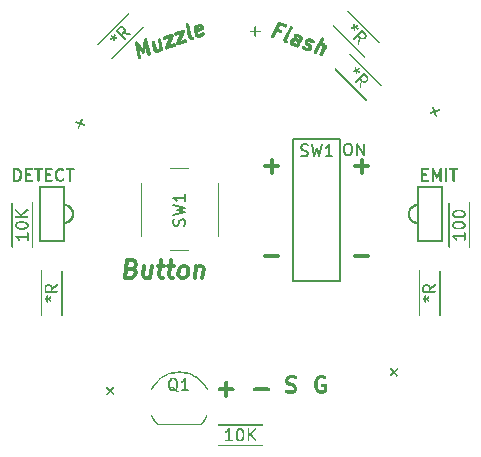
<source format=gto>
%MOIN*%
%OFA0B0*%
%FSLAX46Y46*%
%IPPOS*%
%LPD*%
%ADD10C,0.0039370078740157488*%
%ADD11C,0.011811023622047244*%
%ADD12C,0.0047244094488188976*%
%ADD13C,0.005905511811023622*%
%ADD14C,0.0039370078740157488*%
%ADD15C,0.0078740157480314977*%
%ADD16C,0.011811023622047244*%
%ADD17C,0.005905511811023622*%
G36*
X0000998500Y0003712300D02*
G01*
X0001000300Y0003712500D01*
X0001001900Y0003713400D01*
X0001003200Y0003714700D01*
X0001004100Y0003716300D01*
X0001004400Y0003718200D01*
X0001004100Y0003720000D01*
X0001003200Y0003721600D01*
X0001001900Y0003722900D01*
X0001000300Y0003723800D01*
X0000984900Y0003729400D01*
X0000983000Y0003729700D01*
X0000981200Y0003729400D01*
X0000979600Y0003728500D01*
X0000978300Y0003727200D01*
X0000977400Y0003725600D01*
X0000977100Y0003723800D01*
X0000977400Y0003721900D01*
X0000978300Y0003720300D01*
X0000979600Y0003719000D01*
X0000981200Y0003718200D01*
X0000996600Y0003712500D01*
X0000998500Y0003712300D01*
G37*
G36*
X0000971200Y0003694700D02*
G01*
X0000973000Y0003695000D01*
X0000974700Y0003695900D01*
X0000976000Y0003697200D01*
X0000998600Y0003741300D01*
X0000999400Y0003743000D01*
X0000999700Y0003744800D01*
X0000999400Y0003746599D01*
X0000998600Y0003748300D01*
X0000997300Y0003749600D01*
X0000995600Y0003750400D01*
X0000993800Y0003750700D01*
X0000992000Y0003750400D01*
X0000990300Y0003749600D01*
X0000989000Y0003748300D01*
X0000966400Y0003704100D01*
X0000965600Y0003702500D01*
X0000965300Y0003700600D01*
X0000965600Y0003698800D01*
X0000966400Y0003697200D01*
X0000967700Y0003695900D01*
X0000969400Y0003695000D01*
X0000971200Y0003694700D01*
G37*
G36*
X0001015800Y0003730900D02*
G01*
X0001017700Y0003731200D01*
X0001019300Y0003732000D01*
X0001020600Y0003733300D01*
X0001021400Y0003734999D01*
X0001021700Y0003736800D01*
X0001021400Y0003738600D01*
X0001020600Y0003740200D01*
X0001019300Y0003741600D01*
X0001017700Y0003742400D01*
X0000995600Y0003750400D01*
X0000993800Y0003750700D01*
X0000992000Y0003750400D01*
X0000990300Y0003749600D01*
X0000989000Y0003748300D01*
X0000988200Y0003746599D01*
X0000987900Y0003744800D01*
X0000988200Y0003743000D01*
X0000989000Y0003741300D01*
X0000990300Y0003740000D01*
X0000992000Y0003739200D01*
X0001014000Y0003731200D01*
X0001015800Y0003730900D01*
G37*
G36*
X0001017400Y0003677900D02*
G01*
X0001019300Y0003678200D01*
X0001020899Y0003679000D01*
X0001022200Y0003680300D01*
X0001023099Y0003682000D01*
X0001023300Y0003683800D01*
X0001023099Y0003685600D01*
X0001022200Y0003687300D01*
X0001018899Y0003691000D01*
X0001017600Y0003692300D01*
X0001015900Y0003693100D01*
X0001014100Y0003693400D01*
X0001012300Y0003693100D01*
X0001010600Y0003692300D01*
X0001009300Y0003691000D01*
X0001008500Y0003689299D01*
X0001008200Y0003687500D01*
X0001008500Y0003685700D01*
X0001009300Y0003684100D01*
X0001012699Y0003680300D01*
X0001014000Y0003679000D01*
X0001015600Y0003678200D01*
X0001017400Y0003677900D01*
G37*
G36*
X0001014100Y0003681600D02*
G01*
X0001015900Y0003681899D01*
X0001017600Y0003682700D01*
X0001018899Y0003684100D01*
X0001019700Y0003685700D01*
X0001020000Y0003687500D01*
X0001020000Y0003692500D01*
X0001019700Y0003694400D01*
X0001018799Y0003696000D01*
X0001017500Y0003697300D01*
X0001015900Y0003698100D01*
X0001014100Y0003698400D01*
X0001012200Y0003698100D01*
X0001010600Y0003697300D01*
X0001009300Y0003696000D01*
X0001008400Y0003694400D01*
X0001008200Y0003692500D01*
X0001008200Y0003687500D01*
X0001008500Y0003685700D01*
X0001009300Y0003684100D01*
X0001010600Y0003682700D01*
X0001012300Y0003681899D01*
X0001014100Y0003681600D01*
G37*
G36*
X0001014100Y0003686599D02*
G01*
X0001015900Y0003686900D01*
X0001017500Y0003687800D01*
X0001018799Y0003689100D01*
X0001038200Y0003726900D01*
X0001039099Y0003728500D01*
X0001039400Y0003730400D01*
X0001039099Y0003732200D01*
X0001038200Y0003733799D01*
X0001036899Y0003735100D01*
X0001035300Y0003736000D01*
X0001033400Y0003736300D01*
X0001031600Y0003736000D01*
X0001030000Y0003735100D01*
X0001028700Y0003733799D01*
X0001009300Y0003696000D01*
X0001008400Y0003694400D01*
X0001008200Y0003692500D01*
X0001008400Y0003690700D01*
X0001009300Y0003689100D01*
X0001010600Y0003687800D01*
X0001012200Y0003686900D01*
X0001014100Y0003686599D01*
G37*
G36*
X0001054900Y0003664300D02*
G01*
X0001056700Y0003664600D01*
X0001058300Y0003665400D01*
X0001059700Y0003666700D01*
X0001071500Y0003689800D01*
X0001072300Y0003691500D01*
X0001072600Y0003693300D01*
X0001072300Y0003695100D01*
X0001071500Y0003696800D01*
X0001070200Y0003698100D01*
X0001068500Y0003698900D01*
X0001066700Y0003699200D01*
X0001064900Y0003698900D01*
X0001063300Y0003698100D01*
X0001061900Y0003696800D01*
X0001050100Y0003673700D01*
X0001049300Y0003672000D01*
X0001049000Y0003670200D01*
X0001049300Y0003668400D01*
X0001050100Y0003666700D01*
X0001051400Y0003665400D01*
X0001053100Y0003664600D01*
X0001054900Y0003664300D01*
G37*
G36*
X0001066700Y0003687400D02*
G01*
X0001068500Y0003687700D01*
X0001070200Y0003688499D01*
X0001071500Y0003689800D01*
X0001072300Y0003691500D01*
X0001072600Y0003693300D01*
X0001072600Y0003698300D01*
X0001072300Y0003700100D01*
X0001071500Y0003701800D01*
X0001070100Y0003703100D01*
X0001068500Y0003703900D01*
X0001066700Y0003704200D01*
X0001064800Y0003703900D01*
X0001063200Y0003703100D01*
X0001061900Y0003701800D01*
X0001061100Y0003700100D01*
X0001060800Y0003698300D01*
X0001060800Y0003693300D01*
X0001061100Y0003691500D01*
X0001061900Y0003689800D01*
X0001063300Y0003688499D01*
X0001064900Y0003687700D01*
X0001066700Y0003687400D01*
G37*
G36*
X0001066700Y0003692400D02*
G01*
X0001068500Y0003692700D01*
X0001070100Y0003693500D01*
X0001071500Y0003694800D01*
X0001072300Y0003696500D01*
X0001072600Y0003698300D01*
X0001072300Y0003700100D01*
X0001071500Y0003701800D01*
X0001068100Y0003705500D01*
X0001066800Y0003706800D01*
X0001065200Y0003707600D01*
X0001063300Y0003707900D01*
X0001061500Y0003707600D01*
X0001059900Y0003706800D01*
X0001058600Y0003705500D01*
X0001057700Y0003703800D01*
X0001057400Y0003702000D01*
X0001057700Y0003700200D01*
X0001058600Y0003698599D01*
X0001061900Y0003694800D01*
X0001063200Y0003693500D01*
X0001064800Y0003692700D01*
X0001066700Y0003692400D01*
G37*
G36*
X0001063300Y0003696100D02*
G01*
X0001065200Y0003696400D01*
X0001066800Y0003697200D01*
X0001068100Y0003698599D01*
X0001069000Y0003700200D01*
X0001069200Y0003702000D01*
X0001069000Y0003703800D01*
X0001068100Y0003705500D01*
X0001066800Y0003706800D01*
X0001065200Y0003707600D01*
X0001056400Y0003710800D01*
X0001054500Y0003711100D01*
X0001052700Y0003710800D01*
X0001051100Y0003710000D01*
X0001049800Y0003708700D01*
X0001048900Y0003707100D01*
X0001048600Y0003705200D01*
X0001048900Y0003703400D01*
X0001049800Y0003701800D01*
X0001051100Y0003700500D01*
X0001052700Y0003699600D01*
X0001061500Y0003696400D01*
X0001063300Y0003696100D01*
G37*
G36*
X0001049100Y0003698800D02*
G01*
X0001054500Y0003699300D01*
X0001056400Y0003699600D01*
X0001058000Y0003700500D01*
X0001059300Y0003701800D01*
X0001060200Y0003703400D01*
X0001060400Y0003705200D01*
X0001060200Y0003707100D01*
X0001059300Y0003708700D01*
X0001058000Y0003710000D01*
X0001056400Y0003710800D01*
X0001054500Y0003711100D01*
X0001049100Y0003710599D01*
X0001047199Y0003710300D01*
X0001045600Y0003709500D01*
X0001044300Y0003708199D01*
X0001043400Y0003706600D01*
X0001043099Y0003704700D01*
X0001043400Y0003702900D01*
X0001044300Y0003701299D01*
X0001045600Y0003700000D01*
X0001047199Y0003699100D01*
X0001049100Y0003698800D01*
G37*
G36*
X0001050500Y0003665900D02*
G01*
X0001056000Y0003666400D01*
X0001057800Y0003666700D01*
X0001059400Y0003667500D01*
X0001060700Y0003668800D01*
X0001061600Y0003670500D01*
X0001061900Y0003672300D01*
X0001061600Y0003674100D01*
X0001060700Y0003675800D01*
X0001059400Y0003677100D01*
X0001057800Y0003677900D01*
X0001056000Y0003678200D01*
X0001050500Y0003677700D01*
X0001048600Y0003677400D01*
X0001046999Y0003676600D01*
X0001045700Y0003675300D01*
X0001044899Y0003673600D01*
X0001044600Y0003671799D01*
X0001044899Y0003670000D01*
X0001045700Y0003668300D01*
X0001046999Y0003667000D01*
X0001048600Y0003666200D01*
X0001050500Y0003665900D01*
G37*
G36*
X0001050500Y0003665900D02*
G01*
X0001052300Y0003666200D01*
X0001053900Y0003667000D01*
X0001055300Y0003668300D01*
X0001056100Y0003670000D01*
X0001056400Y0003671799D01*
X0001056100Y0003673600D01*
X0001055300Y0003675300D01*
X0001053900Y0003676600D01*
X0001052300Y0003677400D01*
X0001041299Y0003681400D01*
X0001039500Y0003681700D01*
X0001037600Y0003681400D01*
X0001036000Y0003680600D01*
X0001034700Y0003679300D01*
X0001033800Y0003677600D01*
X0001033600Y0003675800D01*
X0001033800Y0003674000D01*
X0001034700Y0003672300D01*
X0001036000Y0003671000D01*
X0001037600Y0003670200D01*
X0001048600Y0003666200D01*
X0001050500Y0003665900D01*
G37*
G36*
X0001039500Y0003669899D02*
G01*
X0001041299Y0003670200D01*
X0001042899Y0003671000D01*
X0001044200Y0003672300D01*
X0001045099Y0003674000D01*
X0001045400Y0003675800D01*
X0001045099Y0003677600D01*
X0001044200Y0003679300D01*
X0001040899Y0003683000D01*
X0001039600Y0003684300D01*
X0001038000Y0003685100D01*
X0001036100Y0003685399D01*
X0001034300Y0003685100D01*
X0001032700Y0003684300D01*
X0001031400Y0003683000D01*
X0001030500Y0003681300D01*
X0001030200Y0003679500D01*
X0001030500Y0003677700D01*
X0001031400Y0003676000D01*
X0001034700Y0003672300D01*
X0001036000Y0003671000D01*
X0001037600Y0003670200D01*
X0001039500Y0003669899D01*
G37*
G36*
X0001036100Y0003673600D02*
G01*
X0001038000Y0003673900D01*
X0001039600Y0003674700D01*
X0001040899Y0003676000D01*
X0001041800Y0003677700D01*
X0001042000Y0003679500D01*
X0001042000Y0003684500D01*
X0001041700Y0003686300D01*
X0001040899Y0003688000D01*
X0001039600Y0003689299D01*
X0001037900Y0003690100D01*
X0001036100Y0003690400D01*
X0001034300Y0003690100D01*
X0001032600Y0003689299D01*
X0001031300Y0003688000D01*
X0001030500Y0003686300D01*
X0001030200Y0003684500D01*
X0001030200Y0003679500D01*
X0001030500Y0003677700D01*
X0001031400Y0003676000D01*
X0001032700Y0003674700D01*
X0001034300Y0003673900D01*
X0001036100Y0003673600D01*
G37*
G36*
X0001036100Y0003678600D02*
G01*
X0001037900Y0003678900D01*
X0001039600Y0003679700D01*
X0001040899Y0003681000D01*
X0001042999Y0003685200D01*
X0001043900Y0003686900D01*
X0001044100Y0003688700D01*
X0001043900Y0003690500D01*
X0001042999Y0003692200D01*
X0001041700Y0003693500D01*
X0001040100Y0003694299D01*
X0001038200Y0003694600D01*
X0001036400Y0003694299D01*
X0001034800Y0003693500D01*
X0001033500Y0003692200D01*
X0001031300Y0003688000D01*
X0001030500Y0003686300D01*
X0001030200Y0003684500D01*
X0001030500Y0003682700D01*
X0001031300Y0003681000D01*
X0001032600Y0003679700D01*
X0001034300Y0003678900D01*
X0001036100Y0003678600D01*
G37*
G36*
X0001038200Y0003682800D02*
G01*
X0001040100Y0003683100D01*
X0001041700Y0003683900D01*
X0001046100Y0003687300D01*
X0001047400Y0003688600D01*
X0001048200Y0003690300D01*
X0001048500Y0003692100D01*
X0001048200Y0003693899D01*
X0001047400Y0003695600D01*
X0001046100Y0003696900D01*
X0001044400Y0003697700D01*
X0001042600Y0003698000D01*
X0001040800Y0003697700D01*
X0001039099Y0003696900D01*
X0001034800Y0003693500D01*
X0001033500Y0003692200D01*
X0001032600Y0003690500D01*
X0001032300Y0003688700D01*
X0001032600Y0003686900D01*
X0001033500Y0003685200D01*
X0001034800Y0003683900D01*
X0001036400Y0003683100D01*
X0001038200Y0003682800D01*
G37*
G36*
X0001042600Y0003686199D02*
G01*
X0001048100Y0003686700D01*
X0001049900Y0003686999D01*
X0001051500Y0003687800D01*
X0001052900Y0003689100D01*
X0001053700Y0003690800D01*
X0001054000Y0003692600D01*
X0001053700Y0003694400D01*
X0001052900Y0003696100D01*
X0001051500Y0003697399D01*
X0001049900Y0003698199D01*
X0001048100Y0003698500D01*
X0001042600Y0003698000D01*
X0001040800Y0003697700D01*
X0001039099Y0003696900D01*
X0001037800Y0003695600D01*
X0001036999Y0003693899D01*
X0001036700Y0003692100D01*
X0001036999Y0003690300D01*
X0001037800Y0003688600D01*
X0001039099Y0003687300D01*
X0001040800Y0003686500D01*
X0001042600Y0003686199D01*
G37*
G36*
X0001059100Y0003682700D02*
G01*
X0001060900Y0003683000D01*
X0001062600Y0003683800D01*
X0001063900Y0003685100D01*
X0001064700Y0003686800D01*
X0001065000Y0003688600D01*
X0001064700Y0003690400D01*
X0001063900Y0003692100D01*
X0001062600Y0003693400D01*
X0001060900Y0003694200D01*
X0001049900Y0003698199D01*
X0001048100Y0003698500D01*
X0001046200Y0003698199D01*
X0001044600Y0003697399D01*
X0001043299Y0003696100D01*
X0001042500Y0003694400D01*
X0001042200Y0003692600D01*
X0001042500Y0003690800D01*
X0001043299Y0003689100D01*
X0001044600Y0003687800D01*
X0001046200Y0003686999D01*
X0001057300Y0003683000D01*
X0001059100Y0003682700D01*
G37*
G36*
X0001059100Y0003682700D02*
G01*
X0001064600Y0003683200D01*
X0001066400Y0003683500D01*
X0001068000Y0003684300D01*
X0001069300Y0003685600D01*
X0001070200Y0003687300D01*
X0001070500Y0003689100D01*
X0001070200Y0003690900D01*
X0001069300Y0003692600D01*
X0001068000Y0003693899D01*
X0001066400Y0003694700D01*
X0001064600Y0003695000D01*
X0001059100Y0003694500D01*
X0001057300Y0003694200D01*
X0001055600Y0003693400D01*
X0001054300Y0003692100D01*
X0001053500Y0003690400D01*
X0001053200Y0003688600D01*
X0001053500Y0003686800D01*
X0001054300Y0003685100D01*
X0001055600Y0003683800D01*
X0001057300Y0003683000D01*
X0001059100Y0003682700D01*
G37*
G36*
X0001079100Y0003655500D02*
G01*
X0001080900Y0003655800D01*
X0001082600Y0003656600D01*
X0001083900Y0003657899D01*
X0001084700Y0003659600D01*
X0001085000Y0003661399D01*
X0001084700Y0003663200D01*
X0001083900Y0003664800D01*
X0001080500Y0003668600D01*
X0001079200Y0003669899D01*
X0001077600Y0003670700D01*
X0001075800Y0003671000D01*
X0001073900Y0003670700D01*
X0001072300Y0003669899D01*
X0001071000Y0003668600D01*
X0001070200Y0003666900D01*
X0001069900Y0003665100D01*
X0001070200Y0003663300D01*
X0001071000Y0003661600D01*
X0001074300Y0003657899D01*
X0001075600Y0003656600D01*
X0001077300Y0003655800D01*
X0001079100Y0003655500D01*
G37*
G36*
X0001087900Y0003652300D02*
G01*
X0001089700Y0003652600D01*
X0001091400Y0003653400D01*
X0001092700Y0003654700D01*
X0001093500Y0003656300D01*
X0001093800Y0003658200D01*
X0001093500Y0003660000D01*
X0001092700Y0003661600D01*
X0001091400Y0003662900D01*
X0001089700Y0003663800D01*
X0001080900Y0003667000D01*
X0001079100Y0003667300D01*
X0001077300Y0003667000D01*
X0001075600Y0003666200D01*
X0001074300Y0003664800D01*
X0001073500Y0003663200D01*
X0001073200Y0003661399D01*
X0001073500Y0003659600D01*
X0001074300Y0003657899D01*
X0001075600Y0003656600D01*
X0001077300Y0003655800D01*
X0001086100Y0003652600D01*
X0001087900Y0003652300D01*
G37*
G36*
X0001087900Y0003652300D02*
G01*
X0001093400Y0003652800D01*
X0001095200Y0003653100D01*
X0001096900Y0003653900D01*
X0001098200Y0003655200D01*
X0001099000Y0003656800D01*
X0001099300Y0003658700D01*
X0001099000Y0003660500D01*
X0001098200Y0003662100D01*
X0001096900Y0003663400D01*
X0001095200Y0003664300D01*
X0001093400Y0003664600D01*
X0001087900Y0003664100D01*
X0001086100Y0003663800D01*
X0001084400Y0003662900D01*
X0001083100Y0003661600D01*
X0001082300Y0003660000D01*
X0001082000Y0003658200D01*
X0001082300Y0003656300D01*
X0001083100Y0003654700D01*
X0001084400Y0003653400D01*
X0001086100Y0003652600D01*
X0001087900Y0003652300D01*
G37*
G36*
X0001093400Y0003652800D02*
G01*
X0001095200Y0003653100D01*
X0001096900Y0003653900D01*
X0001101200Y0003657300D01*
X0001102500Y0003658600D01*
X0001103400Y0003660199D01*
X0001103600Y0003662100D01*
X0001103400Y0003663900D01*
X0001102500Y0003665500D01*
X0001101200Y0003666800D01*
X0001099600Y0003667700D01*
X0001097700Y0003668000D01*
X0001095900Y0003667700D01*
X0001094300Y0003666800D01*
X0001089900Y0003663400D01*
X0001088600Y0003662100D01*
X0001087800Y0003660500D01*
X0001087500Y0003658700D01*
X0001087800Y0003656800D01*
X0001088600Y0003655200D01*
X0001089900Y0003653900D01*
X0001091600Y0003653100D01*
X0001093400Y0003652800D01*
G37*
G36*
X0001097700Y0003656200D02*
G01*
X0001099600Y0003656500D01*
X0001101200Y0003657300D01*
X0001102500Y0003658600D01*
X0001103600Y0003660700D01*
X0001104400Y0003662300D01*
X0001104700Y0003664200D01*
X0001104400Y0003666000D01*
X0001103600Y0003667600D01*
X0001102300Y0003669000D01*
X0001100600Y0003669800D01*
X0001098800Y0003670100D01*
X0001097000Y0003669800D01*
X0001095400Y0003669000D01*
X0001094000Y0003667600D01*
X0001093000Y0003665500D01*
X0001092100Y0003663900D01*
X0001091800Y0003662100D01*
X0001092100Y0003660199D01*
X0001093000Y0003658600D01*
X0001094300Y0003657300D01*
X0001095900Y0003656500D01*
X0001097700Y0003656200D01*
G37*
G36*
X0001098800Y0003658300D02*
G01*
X0001100600Y0003658600D01*
X0001102300Y0003659400D01*
X0001103600Y0003660700D01*
X0001104400Y0003662300D01*
X0001104700Y0003664200D01*
X0001104700Y0003669200D01*
X0001104400Y0003671000D01*
X0001103600Y0003672599D01*
X0001102200Y0003674000D01*
X0001100600Y0003674800D01*
X0001098800Y0003675100D01*
X0001096900Y0003674800D01*
X0001095300Y0003674000D01*
X0001094000Y0003672599D01*
X0001093200Y0003671000D01*
X0001092900Y0003669200D01*
X0001092900Y0003664200D01*
X0001093200Y0003662300D01*
X0001094000Y0003660700D01*
X0001095400Y0003659400D01*
X0001097000Y0003658600D01*
X0001098800Y0003658300D01*
G37*
G36*
X0001098800Y0003663300D02*
G01*
X0001100600Y0003663600D01*
X0001102200Y0003664400D01*
X0001103600Y0003665700D01*
X0001104400Y0003667400D01*
X0001104700Y0003669200D01*
X0001104400Y0003671000D01*
X0001103600Y0003672599D01*
X0001100200Y0003676400D01*
X0001098900Y0003677700D01*
X0001097300Y0003678500D01*
X0001095400Y0003678800D01*
X0001093600Y0003678500D01*
X0001092000Y0003677700D01*
X0001090700Y0003676400D01*
X0001089800Y0003674700D01*
X0001089500Y0003672900D01*
X0001089800Y0003671100D01*
X0001090700Y0003669400D01*
X0001094000Y0003665700D01*
X0001095300Y0003664400D01*
X0001096900Y0003663600D01*
X0001098800Y0003663300D01*
G37*
G36*
X0001095400Y0003667000D02*
G01*
X0001097300Y0003667300D01*
X0001098900Y0003668100D01*
X0001100200Y0003669400D01*
X0001101100Y0003671100D01*
X0001101400Y0003672900D01*
X0001101100Y0003674700D01*
X0001100200Y0003676400D01*
X0001098900Y0003677700D01*
X0001097300Y0003678500D01*
X0001090700Y0003680900D01*
X0001088800Y0003681200D01*
X0001087000Y0003680900D01*
X0001085400Y0003680100D01*
X0001084100Y0003678800D01*
X0001083200Y0003677100D01*
X0001082900Y0003675300D01*
X0001083200Y0003673500D01*
X0001084100Y0003671799D01*
X0001085400Y0003670500D01*
X0001087000Y0003669700D01*
X0001093600Y0003667300D01*
X0001095400Y0003667000D01*
G37*
G36*
X0001088800Y0003669400D02*
G01*
X0001090700Y0003669700D01*
X0001092300Y0003670500D01*
X0001093600Y0003671799D01*
X0001094500Y0003673500D01*
X0001094700Y0003675300D01*
X0001094500Y0003677100D01*
X0001093600Y0003678800D01*
X0001090300Y0003682500D01*
X0001089000Y0003683800D01*
X0001087300Y0003684599D01*
X0001085500Y0003684900D01*
X0001083700Y0003684599D01*
X0001082000Y0003683800D01*
X0001080700Y0003682500D01*
X0001079900Y0003680800D01*
X0001079600Y0003679000D01*
X0001079900Y0003677200D01*
X0001080700Y0003675500D01*
X0001084100Y0003671799D01*
X0001085400Y0003670500D01*
X0001087000Y0003669700D01*
X0001088800Y0003669400D01*
G37*
G36*
X0001085500Y0003673100D02*
G01*
X0001087300Y0003673399D01*
X0001089000Y0003674199D01*
X0001090300Y0003675500D01*
X0001091100Y0003677200D01*
X0001091400Y0003679000D01*
X0001091400Y0003684000D01*
X0001091100Y0003685799D01*
X0001090200Y0003687500D01*
X0001088900Y0003688800D01*
X0001087300Y0003689600D01*
X0001085500Y0003689900D01*
X0001083600Y0003689600D01*
X0001082000Y0003688800D01*
X0001080700Y0003687500D01*
X0001079800Y0003685799D01*
X0001079600Y0003684000D01*
X0001079600Y0003679000D01*
X0001079900Y0003677200D01*
X0001080700Y0003675500D01*
X0001082000Y0003674199D01*
X0001083700Y0003673399D01*
X0001085500Y0003673100D01*
G37*
G36*
X0001085500Y0003678100D02*
G01*
X0001087300Y0003678400D01*
X0001088900Y0003679200D01*
X0001090200Y0003680500D01*
X0001091300Y0003682600D01*
X0001092200Y0003684300D01*
X0001092400Y0003686100D01*
X0001092200Y0003687900D01*
X0001091300Y0003689600D01*
X0001090000Y0003690900D01*
X0001088400Y0003691700D01*
X0001086500Y0003692000D01*
X0001084700Y0003691700D01*
X0001083100Y0003690900D01*
X0001081800Y0003689600D01*
X0001080700Y0003687500D01*
X0001079800Y0003685799D01*
X0001079600Y0003684000D01*
X0001079800Y0003682200D01*
X0001080700Y0003680500D01*
X0001082000Y0003679200D01*
X0001083600Y0003678400D01*
X0001085500Y0003678100D01*
G37*
G36*
X0001086500Y0003680200D02*
G01*
X0001088400Y0003680500D01*
X0001090000Y0003681300D01*
X0001094400Y0003684700D01*
X0001095700Y0003686000D01*
X0001096500Y0003687700D01*
X0001096800Y0003689500D01*
X0001096500Y0003691300D01*
X0001095700Y0003693000D01*
X0001094400Y0003694299D01*
X0001092700Y0003695100D01*
X0001090900Y0003695400D01*
X0001089100Y0003695100D01*
X0001087400Y0003694299D01*
X0001083100Y0003690900D01*
X0001081800Y0003689600D01*
X0001080900Y0003687900D01*
X0001080600Y0003686100D01*
X0001080900Y0003684300D01*
X0001081800Y0003682600D01*
X0001083100Y0003681300D01*
X0001084700Y0003680500D01*
X0001086500Y0003680200D01*
G37*
G36*
X0001090900Y0003683600D02*
G01*
X0001096400Y0003684100D01*
X0001098200Y0003684400D01*
X0001099800Y0003685200D01*
X0001101200Y0003686500D01*
X0001102000Y0003688200D01*
X0001102300Y0003690000D01*
X0001102000Y0003691800D01*
X0001101200Y0003693500D01*
X0001099800Y0003694800D01*
X0001098200Y0003695600D01*
X0001096400Y0003695900D01*
X0001090900Y0003695400D01*
X0001089100Y0003695100D01*
X0001087400Y0003694299D01*
X0001086100Y0003693000D01*
X0001085300Y0003691300D01*
X0001085000Y0003689500D01*
X0001085300Y0003687700D01*
X0001086100Y0003686000D01*
X0001087400Y0003684700D01*
X0001089100Y0003683900D01*
X0001090900Y0003683600D01*
G37*
G36*
X0001103000Y0003681700D02*
G01*
X0001104800Y0003682000D01*
X0001106500Y0003682800D01*
X0001107800Y0003684100D01*
X0001108600Y0003685799D01*
X0001108900Y0003687600D01*
X0001108600Y0003689400D01*
X0001107800Y0003691100D01*
X0001106500Y0003692400D01*
X0001104800Y0003693200D01*
X0001098200Y0003695600D01*
X0001096400Y0003695900D01*
X0001094600Y0003695600D01*
X0001092900Y0003694800D01*
X0001091600Y0003693500D01*
X0001090800Y0003691800D01*
X0001090500Y0003690000D01*
X0001090800Y0003688200D01*
X0001091600Y0003686500D01*
X0001092900Y0003685200D01*
X0001094600Y0003684400D01*
X0001101200Y0003682000D01*
X0001103000Y0003681700D01*
G37*
G36*
X0001106300Y0003678000D02*
G01*
X0001108100Y0003678300D01*
X0001109800Y0003679100D01*
X0001111100Y0003680400D01*
X0001111900Y0003682100D01*
X0001112200Y0003683900D01*
X0001111900Y0003685700D01*
X0001111100Y0003687400D01*
X0001107800Y0003691100D01*
X0001106500Y0003692400D01*
X0001104800Y0003693200D01*
X0001103000Y0003693500D01*
X0001101200Y0003693200D01*
X0001099500Y0003692400D01*
X0001098200Y0003691100D01*
X0001097400Y0003689400D01*
X0001097100Y0003687600D01*
X0001097400Y0003685799D01*
X0001098200Y0003684100D01*
X0001101500Y0003680400D01*
X0001102800Y0003679100D01*
X0001104500Y0003678300D01*
X0001106300Y0003678000D01*
G37*
G36*
X0001114300Y0003642600D02*
G01*
X0001116200Y0003642900D01*
X0001117800Y0003643800D01*
X0001119100Y0003645100D01*
X0001141700Y0003689200D01*
X0001142600Y0003690900D01*
X0001142900Y0003692700D01*
X0001142600Y0003694500D01*
X0001141700Y0003696199D01*
X0001140400Y0003697500D01*
X0001138800Y0003698300D01*
X0001136900Y0003698599D01*
X0001135100Y0003698300D01*
X0001133500Y0003697500D01*
X0001132200Y0003696199D01*
X0001109600Y0003652000D01*
X0001108700Y0003650400D01*
X0001108400Y0003648599D01*
X0001108700Y0003646700D01*
X0001109600Y0003645100D01*
X0001110900Y0003643800D01*
X0001112500Y0003642900D01*
X0001114300Y0003642600D01*
G37*
G36*
X0001134200Y0003635399D02*
G01*
X0001136000Y0003635700D01*
X0001137600Y0003636599D01*
X0001138900Y0003637900D01*
X0001150800Y0003660999D01*
X0001151600Y0003662599D01*
X0001151900Y0003664499D01*
X0001151600Y0003666300D01*
X0001150800Y0003667900D01*
X0001149500Y0003669200D01*
X0001147800Y0003670100D01*
X0001146000Y0003670400D01*
X0001144200Y0003670100D01*
X0001142500Y0003669200D01*
X0001141200Y0003667900D01*
X0001129400Y0003644800D01*
X0001128500Y0003643200D01*
X0001128200Y0003641300D01*
X0001128500Y0003639500D01*
X0001129400Y0003637900D01*
X0001130700Y0003636599D01*
X0001132300Y0003635700D01*
X0001134200Y0003635399D01*
G37*
G36*
X0001146000Y0003658600D02*
G01*
X0001147800Y0003658800D01*
X0001149500Y0003659700D01*
X0001150800Y0003660999D01*
X0001151600Y0003662599D01*
X0001151900Y0003664499D01*
X0001151900Y0003669499D01*
X0001151600Y0003671300D01*
X0001150700Y0003672900D01*
X0001149400Y0003674199D01*
X0001147800Y0003675100D01*
X0001145900Y0003675400D01*
X0001144100Y0003675100D01*
X0001142500Y0003674199D01*
X0001141200Y0003672900D01*
X0001140300Y0003671300D01*
X0001140000Y0003669499D01*
X0001140100Y0003664499D01*
X0001140400Y0003662599D01*
X0001141200Y0003660999D01*
X0001142500Y0003659700D01*
X0001144200Y0003658800D01*
X0001146000Y0003658600D01*
G37*
G36*
X0001145900Y0003663600D02*
G01*
X0001147800Y0003663800D01*
X0001149400Y0003664700D01*
X0001150700Y0003666000D01*
X0001151600Y0003667600D01*
X0001151900Y0003669499D01*
X0001151600Y0003671300D01*
X0001150700Y0003672900D01*
X0001147400Y0003676600D01*
X0001146100Y0003677900D01*
X0001144400Y0003678800D01*
X0001142600Y0003679100D01*
X0001140800Y0003678800D01*
X0001139200Y0003677900D01*
X0001137800Y0003676600D01*
X0001137000Y0003675000D01*
X0001136700Y0003673200D01*
X0001137000Y0003671300D01*
X0001137800Y0003669700D01*
X0001141200Y0003666000D01*
X0001142500Y0003664700D01*
X0001144100Y0003663800D01*
X0001145900Y0003663600D01*
G37*
G36*
X0001142600Y0003667300D02*
G01*
X0001144400Y0003667600D01*
X0001146100Y0003668400D01*
X0001147400Y0003669700D01*
X0001148200Y0003671300D01*
X0001148500Y0003673200D01*
X0001148200Y0003675000D01*
X0001147400Y0003676600D01*
X0001146100Y0003677900D01*
X0001144400Y0003678800D01*
X0001137800Y0003681200D01*
X0001136000Y0003681500D01*
X0001134200Y0003681200D01*
X0001132500Y0003680400D01*
X0001131200Y0003679000D01*
X0001130400Y0003677400D01*
X0001130100Y0003675600D01*
X0001130400Y0003673700D01*
X0001131200Y0003672100D01*
X0001132500Y0003670800D01*
X0001134200Y0003670000D01*
X0001140800Y0003667600D01*
X0001142600Y0003667300D01*
G37*
G36*
X0001130500Y0003669200D02*
G01*
X0001136000Y0003669700D01*
X0001137800Y0003670000D01*
X0001139500Y0003670800D01*
X0001140800Y0003672100D01*
X0001141600Y0003673700D01*
X0001141900Y0003675600D01*
X0001141600Y0003677400D01*
X0001140800Y0003679000D01*
X0001139500Y0003680400D01*
X0001137800Y0003681200D01*
X0001136000Y0003681500D01*
X0001130500Y0003681000D01*
X0001128700Y0003680700D01*
X0001127100Y0003679900D01*
X0001125800Y0003678500D01*
X0001124900Y0003676899D01*
X0001124600Y0003675100D01*
X0001124900Y0003673200D01*
X0001125800Y0003671600D01*
X0001127100Y0003670300D01*
X0001128700Y0003669499D01*
X0001130500Y0003669200D01*
G37*
G36*
X0001127300Y0003667900D02*
G01*
X0001129100Y0003668200D01*
X0001132400Y0003669499D01*
X0001134000Y0003670300D01*
X0001135300Y0003671600D01*
X0001136200Y0003673200D01*
X0001136400Y0003675100D01*
X0001136200Y0003676899D01*
X0001135300Y0003678500D01*
X0001134000Y0003679900D01*
X0001132400Y0003680700D01*
X0001130500Y0003681000D01*
X0001128700Y0003680700D01*
X0001125400Y0003679400D01*
X0001123800Y0003678600D01*
X0001122500Y0003677200D01*
X0001121600Y0003675600D01*
X0001121300Y0003673799D01*
X0001121600Y0003671900D01*
X0001122500Y0003670300D01*
X0001123800Y0003669000D01*
X0001125400Y0003668200D01*
X0001127300Y0003667900D01*
G37*
G36*
X0001145200Y0002559100D02*
G01*
X0001147000Y0002559400D01*
X0001148700Y0002560200D01*
X0001150000Y0002561500D01*
X0001150800Y0002563199D01*
X0001151100Y0002565000D01*
X0001150800Y0002566800D01*
X0001150000Y0002568400D01*
X0001148700Y0002569800D01*
X0001147000Y0002570600D01*
X0001142200Y0002573000D01*
X0001140300Y0002573300D01*
X0001138500Y0002573000D01*
X0001136900Y0002572200D01*
X0001135600Y0002570900D01*
X0001134700Y0002569200D01*
X0001134400Y0002567400D01*
X0001134700Y0002565600D01*
X0001135600Y0002563900D01*
X0001136900Y0002562600D01*
X0001138500Y0002561800D01*
X0001143400Y0002559400D01*
X0001145200Y0002559100D01*
G37*
G36*
X0001140300Y0002561500D02*
G01*
X0001142200Y0002561800D01*
X0001143800Y0002562600D01*
X0001145100Y0002563900D01*
X0001145900Y0002565600D01*
X0001146200Y0002567400D01*
X0001145900Y0002569200D01*
X0001145100Y0002570900D01*
X0001143800Y0002572200D01*
X0001142200Y0002573000D01*
X0001140300Y0002573300D01*
X0001133000Y0002573300D01*
X0001131200Y0002573000D01*
X0001129500Y0002572200D01*
X0001128200Y0002570900D01*
X0001127400Y0002569200D01*
X0001127100Y0002567400D01*
X0001127400Y0002565600D01*
X0001128200Y0002563900D01*
X0001129500Y0002562600D01*
X0001131200Y0002561800D01*
X0001133000Y0002561500D01*
X0001140300Y0002561500D01*
G37*
G36*
X0001125700Y0002559100D02*
G01*
X0001127500Y0002559400D01*
X0001134800Y0002561800D01*
X0001136500Y0002562600D01*
X0001137800Y0002563900D01*
X0001138600Y0002565600D01*
X0001138900Y0002567400D01*
X0001138600Y0002569200D01*
X0001137800Y0002570900D01*
X0001136500Y0002572200D01*
X0001134800Y0002573000D01*
X0001133000Y0002573300D01*
X0001131200Y0002573000D01*
X0001123900Y0002570600D01*
X0001122200Y0002569800D01*
X0001120900Y0002568400D01*
X0001120100Y0002566800D01*
X0001119800Y0002565000D01*
X0001120100Y0002563199D01*
X0001120900Y0002561500D01*
X0001122200Y0002560200D01*
X0001123900Y0002559400D01*
X0001125700Y0002559100D01*
G37*
G36*
X0001120800Y0002554200D02*
G01*
X0001122700Y0002554500D01*
X0001124300Y0002555300D01*
X0001130500Y0002561500D01*
X0001131300Y0002563199D01*
X0001131600Y0002565000D01*
X0001131300Y0002566800D01*
X0001130500Y0002568400D01*
X0001129200Y0002569800D01*
X0001127500Y0002570600D01*
X0001125700Y0002570900D01*
X0001123900Y0002570600D01*
X0001122200Y0002569800D01*
X0001116100Y0002563599D01*
X0001115200Y0002561900D01*
X0001114900Y0002560100D01*
X0001115200Y0002558300D01*
X0001116100Y0002556600D01*
X0001117400Y0002555300D01*
X0001119000Y0002554500D01*
X0001120800Y0002554200D01*
G37*
G36*
X0001118400Y0002549300D02*
G01*
X0001120200Y0002549600D01*
X0001121900Y0002550500D01*
X0001123200Y0002551800D01*
X0001124000Y0002553400D01*
X0001126400Y0002558300D01*
X0001126700Y0002560100D01*
X0001126400Y0002561900D01*
X0001125600Y0002563599D01*
X0001124300Y0002564900D01*
X0001122700Y0002565700D01*
X0001120800Y0002566000D01*
X0001119000Y0002565700D01*
X0001117400Y0002564900D01*
X0001116100Y0002563599D01*
X0001115200Y0002561900D01*
X0001112800Y0002557100D01*
X0001112500Y0002555200D01*
X0001112800Y0002553400D01*
X0001113600Y0002551800D01*
X0001114900Y0002550500D01*
X0001116600Y0002549600D01*
X0001118400Y0002549300D01*
G37*
G36*
X0001116000Y0002539599D02*
G01*
X0001117800Y0002539900D01*
X0001119400Y0002540700D01*
X0001120700Y0002542000D01*
X0001121600Y0002543700D01*
X0001124000Y0002553400D01*
X0001124300Y0002555200D01*
X0001124000Y0002557100D01*
X0001123200Y0002558700D01*
X0001121900Y0002560000D01*
X0001120200Y0002560800D01*
X0001118400Y0002561100D01*
X0001116600Y0002560800D01*
X0001114900Y0002560000D01*
X0001113600Y0002558700D01*
X0001112800Y0002557100D01*
X0001110300Y0002547300D01*
X0001110100Y0002545500D01*
X0001110300Y0002543700D01*
X0001111200Y0002542000D01*
X0001112500Y0002540700D01*
X0001114100Y0002539900D01*
X0001116000Y0002539599D01*
G37*
G36*
X0001116000Y0002532300D02*
G01*
X0001117800Y0002532600D01*
X0001119400Y0002533400D01*
X0001120700Y0002534700D01*
X0001121600Y0002536300D01*
X0001121900Y0002538200D01*
X0001121900Y0002545500D01*
X0001121600Y0002547300D01*
X0001120700Y0002549000D01*
X0001119400Y0002550300D01*
X0001117800Y0002551100D01*
X0001116000Y0002551400D01*
X0001114100Y0002551100D01*
X0001112500Y0002550300D01*
X0001111200Y0002549000D01*
X0001110300Y0002547300D01*
X0001110100Y0002545500D01*
X0001110100Y0002538200D01*
X0001110300Y0002536300D01*
X0001111200Y0002534700D01*
X0001112500Y0002533400D01*
X0001114100Y0002532600D01*
X0001116000Y0002532300D01*
G37*
G36*
X0001118400Y0002522500D02*
G01*
X0001120200Y0002522800D01*
X0001121900Y0002523600D01*
X0001123200Y0002524900D01*
X0001124000Y0002526600D01*
X0001124300Y0002528399D01*
X0001124000Y0002530200D01*
X0001121600Y0002539999D01*
X0001120700Y0002541600D01*
X0001119400Y0002542900D01*
X0001117800Y0002543800D01*
X0001116000Y0002544100D01*
X0001114100Y0002543800D01*
X0001112500Y0002542900D01*
X0001111200Y0002541600D01*
X0001110300Y0002539999D01*
X0001110100Y0002538200D01*
X0001110300Y0002536300D01*
X0001112800Y0002526600D01*
X0001113600Y0002524900D01*
X0001114900Y0002523600D01*
X0001116600Y0002522800D01*
X0001118400Y0002522500D01*
G37*
G36*
X0001120800Y0002517600D02*
G01*
X0001122700Y0002517900D01*
X0001124300Y0002518800D01*
X0001125600Y0002520100D01*
X0001126400Y0002521700D01*
X0001126700Y0002523500D01*
X0001126400Y0002525400D01*
X0001124000Y0002530200D01*
X0001123200Y0002531899D01*
X0001121900Y0002533200D01*
X0001120200Y0002534000D01*
X0001118400Y0002534300D01*
X0001116600Y0002534000D01*
X0001114900Y0002533200D01*
X0001113600Y0002531899D01*
X0001112800Y0002530200D01*
X0001112500Y0002528399D01*
X0001112800Y0002526600D01*
X0001115200Y0002521700D01*
X0001116100Y0002520100D01*
X0001117400Y0002518800D01*
X0001119000Y0002517900D01*
X0001120800Y0002517600D01*
G37*
G36*
X0001125700Y0002512800D02*
G01*
X0001127500Y0002513100D01*
X0001129200Y0002513900D01*
X0001130500Y0002515200D01*
X0001131300Y0002516800D01*
X0001131600Y0002518700D01*
X0001131300Y0002520500D01*
X0001130500Y0002522100D01*
X0001124300Y0002528300D01*
X0001122700Y0002529200D01*
X0001120800Y0002529500D01*
X0001119000Y0002529200D01*
X0001117400Y0002528300D01*
X0001116100Y0002527000D01*
X0001115200Y0002525400D01*
X0001114900Y0002523500D01*
X0001115200Y0002521700D01*
X0001116100Y0002520100D01*
X0001122200Y0002513900D01*
X0001123900Y0002513100D01*
X0001125700Y0002512800D01*
G37*
G36*
X0001133000Y0002510300D02*
G01*
X0001134800Y0002510600D01*
X0001136500Y0002511500D01*
X0001137800Y0002512800D01*
X0001138600Y0002514400D01*
X0001138900Y0002516200D01*
X0001138600Y0002518100D01*
X0001137800Y0002519700D01*
X0001136500Y0002521000D01*
X0001134800Y0002521900D01*
X0001127500Y0002524300D01*
X0001125700Y0002524600D01*
X0001123900Y0002524300D01*
X0001122200Y0002523400D01*
X0001120900Y0002522100D01*
X0001120100Y0002520500D01*
X0001119800Y0002518700D01*
X0001120100Y0002516800D01*
X0001120900Y0002515200D01*
X0001122200Y0002513900D01*
X0001123900Y0002513100D01*
X0001131200Y0002510600D01*
X0001133000Y0002510300D01*
G37*
G36*
X0001137900Y0002510300D02*
G01*
X0001139700Y0002510600D01*
X0001141400Y0002511500D01*
X0001142700Y0002512800D01*
X0001143500Y0002514400D01*
X0001143800Y0002516200D01*
X0001143500Y0002518100D01*
X0001142700Y0002519700D01*
X0001141400Y0002521000D01*
X0001139700Y0002521900D01*
X0001137900Y0002522100D01*
X0001133000Y0002522100D01*
X0001131200Y0002521900D01*
X0001129500Y0002521000D01*
X0001128200Y0002519700D01*
X0001127400Y0002518100D01*
X0001127100Y0002516200D01*
X0001127400Y0002514400D01*
X0001128200Y0002512800D01*
X0001129500Y0002511500D01*
X0001131200Y0002510600D01*
X0001133000Y0002510300D01*
X0001137900Y0002510300D01*
G37*
G36*
X0001137900Y0002510300D02*
G01*
X0001139700Y0002510600D01*
X0001147000Y0002513100D01*
X0001148700Y0002513900D01*
X0001150000Y0002515200D01*
X0001150800Y0002516800D01*
X0001151100Y0002518700D01*
X0001150800Y0002520500D01*
X0001150000Y0002522100D01*
X0001148700Y0002523400D01*
X0001147000Y0002524300D01*
X0001145200Y0002524600D01*
X0001143400Y0002524300D01*
X0001136100Y0002521900D01*
X0001134400Y0002521000D01*
X0001133100Y0002519700D01*
X0001132300Y0002518100D01*
X0001132000Y0002516200D01*
X0001132300Y0002514400D01*
X0001133100Y0002512800D01*
X0001134400Y0002511500D01*
X0001136100Y0002510600D01*
X0001137900Y0002510300D01*
G37*
G36*
X0001145200Y0002512800D02*
G01*
X0001147000Y0002513100D01*
X0001148700Y0002513900D01*
X0001151100Y0002516300D01*
X0001152400Y0002517600D01*
X0001153300Y0002519300D01*
X0001153500Y0002521100D01*
X0001153300Y0002522900D01*
X0001152400Y0002524600D01*
X0001151100Y0002525900D01*
X0001149500Y0002526700D01*
X0001147600Y0002527000D01*
X0001145800Y0002526700D01*
X0001144200Y0002525900D01*
X0001142900Y0002524600D01*
X0001142900Y0002524600D01*
X0001141700Y0002523400D01*
X0001140400Y0002522100D01*
X0001139600Y0002520500D01*
X0001139300Y0002518700D01*
X0001139600Y0002516800D01*
X0001140400Y0002515200D01*
X0001141700Y0002513900D01*
X0001143400Y0002513100D01*
X0001145200Y0002512800D01*
G37*
G36*
X0001147600Y0002515200D02*
G01*
X0001149500Y0002515500D01*
X0001151100Y0002516300D01*
X0001152400Y0002517600D01*
X0001153300Y0002519300D01*
X0001153500Y0002521100D01*
X0001153500Y0002538200D01*
X0001153300Y0002539999D01*
X0001152400Y0002541600D01*
X0001151100Y0002542900D01*
X0001149500Y0002543800D01*
X0001147600Y0002544100D01*
X0001145800Y0002543800D01*
X0001144200Y0002542900D01*
X0001142900Y0002541600D01*
X0001142000Y0002539999D01*
X0001141700Y0002538200D01*
X0001141700Y0002521100D01*
X0001142000Y0002519300D01*
X0001142900Y0002517600D01*
X0001144200Y0002516300D01*
X0001145800Y0002515500D01*
X0001147600Y0002515200D01*
G37*
G36*
X0001147600Y0002532300D02*
G01*
X0001149500Y0002532600D01*
X0001151100Y0002533400D01*
X0001152400Y0002534700D01*
X0001153300Y0002536300D01*
X0001153500Y0002538200D01*
X0001153300Y0002539999D01*
X0001152400Y0002541600D01*
X0001151100Y0002542900D01*
X0001149500Y0002543800D01*
X0001147600Y0002544100D01*
X0001137900Y0002544100D01*
X0001136100Y0002543800D01*
X0001134400Y0002542900D01*
X0001133100Y0002541600D01*
X0001132300Y0002539999D01*
X0001132000Y0002538200D01*
X0001132300Y0002536300D01*
X0001133100Y0002534700D01*
X0001134400Y0002533400D01*
X0001136100Y0002532600D01*
X0001137900Y0002532300D01*
X0001147600Y0002532300D01*
G37*
G36*
X0000957400Y0002519400D02*
G01*
X0000959300Y0002519700D01*
X0000960900Y0002520500D01*
X0000962200Y0002521900D01*
X0000963100Y0002523500D01*
X0000963400Y0002525300D01*
X0000963100Y0002527199D01*
X0000962200Y0002528799D01*
X0000960900Y0002530100D01*
X0000959300Y0002530900D01*
X0000957400Y0002531200D01*
X0000912500Y0002531200D01*
X0000910600Y0002530900D01*
X0000909000Y0002530100D01*
X0000907700Y0002528799D01*
X0000906800Y0002527199D01*
X0000906500Y0002525300D01*
X0000906800Y0002523500D01*
X0000907700Y0002521900D01*
X0000909000Y0002520500D01*
X0000910600Y0002519700D01*
X0000912500Y0002519400D01*
X0000957400Y0002519400D01*
G37*
G36*
X0000839300Y0002519400D02*
G01*
X0000841200Y0002519700D01*
X0000842800Y0002520500D01*
X0000844100Y0002521900D01*
X0000845000Y0002523500D01*
X0000845200Y0002525300D01*
X0000845000Y0002527199D01*
X0000844100Y0002528799D01*
X0000842800Y0002530100D01*
X0000841200Y0002530900D01*
X0000839300Y0002531200D01*
X0000794300Y0002531200D01*
X0000792500Y0002530900D01*
X0000790900Y0002530100D01*
X0000789599Y0002528799D01*
X0000788700Y0002527199D01*
X0000788400Y0002525300D01*
X0000788700Y0002523500D01*
X0000789599Y0002521900D01*
X0000790900Y0002520500D01*
X0000792500Y0002519700D01*
X0000794300Y0002519400D01*
X0000839300Y0002519400D01*
G37*
G36*
X0000816800Y0002496900D02*
G01*
X0000818700Y0002497200D01*
X0000820300Y0002498100D01*
X0000821600Y0002499400D01*
X0000822500Y0002501000D01*
X0000822700Y0002502800D01*
X0000822700Y0002547800D01*
X0000822500Y0002549600D01*
X0000821600Y0002551300D01*
X0000820300Y0002552600D01*
X0000818700Y0002553400D01*
X0000816800Y0002553700D01*
X0000815000Y0002553400D01*
X0000813400Y0002552600D01*
X0000812100Y0002551300D01*
X0000811200Y0002549600D01*
X0000810899Y0002547800D01*
X0000810899Y0002502800D01*
X0000811200Y0002501000D01*
X0000812100Y0002499400D01*
X0000813400Y0002498100D01*
X0000815000Y0002497200D01*
X0000816800Y0002496900D01*
G37*
G36*
X0001026100Y0002510300D02*
G01*
X0001027900Y0002510600D01*
X0001029500Y0002511500D01*
X0001030799Y0002512800D01*
X0001031700Y0002514400D01*
X0001032000Y0002516200D01*
X0001031700Y0002518100D01*
X0001030799Y0002519700D01*
X0001029500Y0002521000D01*
X0001027900Y0002521900D01*
X0001020600Y0002524300D01*
X0001018799Y0002524600D01*
X0001016899Y0002524300D01*
X0001015300Y0002523400D01*
X0001014000Y0002522100D01*
X0001013099Y0002520500D01*
X0001012799Y0002518700D01*
X0001013099Y0002516800D01*
X0001014000Y0002515200D01*
X0001015300Y0002513900D01*
X0001016899Y0002513100D01*
X0001024200Y0002510600D01*
X0001026100Y0002510300D01*
G37*
G36*
X0001038200Y0002510300D02*
G01*
X0001040100Y0002510600D01*
X0001041700Y0002511500D01*
X0001042999Y0002512800D01*
X0001043900Y0002514400D01*
X0001044200Y0002516200D01*
X0001043900Y0002518100D01*
X0001042999Y0002519700D01*
X0001041700Y0002521000D01*
X0001040100Y0002521900D01*
X0001038200Y0002522100D01*
X0001026100Y0002522100D01*
X0001024200Y0002521900D01*
X0001022600Y0002521000D01*
X0001021300Y0002519700D01*
X0001020400Y0002518100D01*
X0001020200Y0002516200D01*
X0001020400Y0002514400D01*
X0001021300Y0002512800D01*
X0001022600Y0002511500D01*
X0001024200Y0002510600D01*
X0001026100Y0002510300D01*
X0001038200Y0002510300D01*
G37*
G36*
X0001038200Y0002510300D02*
G01*
X0001040100Y0002510600D01*
X0001044899Y0002513100D01*
X0001046600Y0002513900D01*
X0001047900Y0002515200D01*
X0001048700Y0002516800D01*
X0001049000Y0002518700D01*
X0001048700Y0002520500D01*
X0001047900Y0002522100D01*
X0001046600Y0002523400D01*
X0001044899Y0002524300D01*
X0001043099Y0002524600D01*
X0001041299Y0002524300D01*
X0001036400Y0002521900D01*
X0001034800Y0002521000D01*
X0001033500Y0002519700D01*
X0001032600Y0002518100D01*
X0001032300Y0002516200D01*
X0001032600Y0002514400D01*
X0001033500Y0002512800D01*
X0001034800Y0002511500D01*
X0001036400Y0002510600D01*
X0001038200Y0002510300D01*
G37*
G36*
X0001043099Y0002512800D02*
G01*
X0001044899Y0002513100D01*
X0001046600Y0002513900D01*
X0001050300Y0002517600D01*
X0001051200Y0002519300D01*
X0001051500Y0002521100D01*
X0001051200Y0002522900D01*
X0001050300Y0002524600D01*
X0001049000Y0002525900D01*
X0001047400Y0002526700D01*
X0001045600Y0002527000D01*
X0001043700Y0002526700D01*
X0001042100Y0002525900D01*
X0001038300Y0002522100D01*
X0001037500Y0002520500D01*
X0001037199Y0002518700D01*
X0001037500Y0002516800D01*
X0001038300Y0002515200D01*
X0001039700Y0002513900D01*
X0001041299Y0002513100D01*
X0001043099Y0002512800D01*
G37*
G36*
X0001045600Y0002515200D02*
G01*
X0001047400Y0002515500D01*
X0001049000Y0002516300D01*
X0001050300Y0002517600D01*
X0001051200Y0002519300D01*
X0001053600Y0002524200D01*
X0001053900Y0002526000D01*
X0001053600Y0002527800D01*
X0001052800Y0002529500D01*
X0001051500Y0002530800D01*
X0001049800Y0002531600D01*
X0001048000Y0002531899D01*
X0001046200Y0002531600D01*
X0001044500Y0002530800D01*
X0001043199Y0002529500D01*
X0001042400Y0002527800D01*
X0001039900Y0002522900D01*
X0001039700Y0002521100D01*
X0001039900Y0002519300D01*
X0001040800Y0002517600D01*
X0001042100Y0002516300D01*
X0001043700Y0002515500D01*
X0001045600Y0002515200D01*
G37*
G36*
X0001048000Y0002520100D02*
G01*
X0001049800Y0002520400D01*
X0001051500Y0002521200D01*
X0001052800Y0002522500D01*
X0001053600Y0002524200D01*
X0001053900Y0002526000D01*
X0001053900Y0002530900D01*
X0001053600Y0002532700D01*
X0001052800Y0002534300D01*
X0001051500Y0002535600D01*
X0001049800Y0002536500D01*
X0001048000Y0002536800D01*
X0001046200Y0002536500D01*
X0001044500Y0002535600D01*
X0001043199Y0002534300D01*
X0001042400Y0002532700D01*
X0001042100Y0002530900D01*
X0001042100Y0002526000D01*
X0001042400Y0002524200D01*
X0001043199Y0002522500D01*
X0001044500Y0002521200D01*
X0001046200Y0002520400D01*
X0001048000Y0002520100D01*
G37*
G36*
X0001048000Y0002525000D02*
G01*
X0001049800Y0002525200D01*
X0001051500Y0002526100D01*
X0001052800Y0002527400D01*
X0001053600Y0002529000D01*
X0001053900Y0002530900D01*
X0001053600Y0002532700D01*
X0001051200Y0002537600D01*
X0001050300Y0002539199D01*
X0001049000Y0002540500D01*
X0001047400Y0002541300D01*
X0001045600Y0002541600D01*
X0001043700Y0002541300D01*
X0001042100Y0002540500D01*
X0001040800Y0002539199D01*
X0001039900Y0002537600D01*
X0001039700Y0002535700D01*
X0001039900Y0002533900D01*
X0001042400Y0002529000D01*
X0001043199Y0002527400D01*
X0001044500Y0002526100D01*
X0001046200Y0002525200D01*
X0001048000Y0002525000D01*
G37*
G36*
X0001045600Y0002529800D02*
G01*
X0001047400Y0002530100D01*
X0001049000Y0002531000D01*
X0001050300Y0002532300D01*
X0001051200Y0002533900D01*
X0001051500Y0002535700D01*
X0001051200Y0002537600D01*
X0001050300Y0002539199D01*
X0001046600Y0002542900D01*
X0001044899Y0002543800D01*
X0001043099Y0002544100D01*
X0001041299Y0002543800D01*
X0001039700Y0002542900D01*
X0001038300Y0002541600D01*
X0001037500Y0002539999D01*
X0001037199Y0002538200D01*
X0001037500Y0002536300D01*
X0001038300Y0002534700D01*
X0001042100Y0002531000D01*
X0001043700Y0002530100D01*
X0001045600Y0002529800D01*
G37*
G36*
X0001043099Y0002532300D02*
G01*
X0001044899Y0002532600D01*
X0001046600Y0002533400D01*
X0001047900Y0002534700D01*
X0001048700Y0002536300D01*
X0001049000Y0002538200D01*
X0001048700Y0002539999D01*
X0001047900Y0002541600D01*
X0001046600Y0002542900D01*
X0001044899Y0002543800D01*
X0001040100Y0002546200D01*
X0001038200Y0002546500D01*
X0001036400Y0002546200D01*
X0001034800Y0002545400D01*
X0001033500Y0002544100D01*
X0001032600Y0002542400D01*
X0001032300Y0002540600D01*
X0001032600Y0002538799D01*
X0001033500Y0002537100D01*
X0001034800Y0002535800D01*
X0001036400Y0002535000D01*
X0001041299Y0002532600D01*
X0001043099Y0002532300D01*
G37*
G36*
X0001038200Y0002534700D02*
G01*
X0001040100Y0002535000D01*
X0001041700Y0002535800D01*
X0001042999Y0002537100D01*
X0001043900Y0002538799D01*
X0001044200Y0002540600D01*
X0001043900Y0002542400D01*
X0001042999Y0002544100D01*
X0001041700Y0002545400D01*
X0001040100Y0002546200D01*
X0001030300Y0002548700D01*
X0001028500Y0002548900D01*
X0001026700Y0002548700D01*
X0001024999Y0002547800D01*
X0001023700Y0002546500D01*
X0001022899Y0002544900D01*
X0001022600Y0002543000D01*
X0001022899Y0002541200D01*
X0001023700Y0002539599D01*
X0001024999Y0002538300D01*
X0001026700Y0002537400D01*
X0001036400Y0002535000D01*
X0001038200Y0002534700D01*
G37*
G36*
X0001028500Y0002537100D02*
G01*
X0001030300Y0002537400D01*
X0001032000Y0002538300D01*
X0001033300Y0002539599D01*
X0001034100Y0002541200D01*
X0001034400Y0002543000D01*
X0001034100Y0002544900D01*
X0001033300Y0002546500D01*
X0001032000Y0002547800D01*
X0001030300Y0002548700D01*
X0001025500Y0002551100D01*
X0001023600Y0002551400D01*
X0001021800Y0002551100D01*
X0001020200Y0002550300D01*
X0001018799Y0002549000D01*
X0001018000Y0002547300D01*
X0001017700Y0002545500D01*
X0001018000Y0002543700D01*
X0001018799Y0002542000D01*
X0001020200Y0002540700D01*
X0001021800Y0002539900D01*
X0001026700Y0002537400D01*
X0001028500Y0002537100D01*
G37*
G36*
X0001023600Y0002539599D02*
G01*
X0001025500Y0002539900D01*
X0001027099Y0002540700D01*
X0001028400Y0002542000D01*
X0001029199Y0002543700D01*
X0001029500Y0002545500D01*
X0001029199Y0002547300D01*
X0001028400Y0002549000D01*
X0001024700Y0002552700D01*
X0001022999Y0002553500D01*
X0001021200Y0002553800D01*
X0001019400Y0002553500D01*
X0001017700Y0002552700D01*
X0001016400Y0002551400D01*
X0001015600Y0002549700D01*
X0001015300Y0002547900D01*
X0001015600Y0002546100D01*
X0001016400Y0002544400D01*
X0001020200Y0002540700D01*
X0001021800Y0002539900D01*
X0001023600Y0002539599D01*
G37*
G36*
X0001021200Y0002542000D02*
G01*
X0001022999Y0002542300D01*
X0001024700Y0002543099D01*
X0001026000Y0002544400D01*
X0001026799Y0002546100D01*
X0001027099Y0002547900D01*
X0001026799Y0002549700D01*
X0001024400Y0002554600D01*
X0001023500Y0002556299D01*
X0001022200Y0002557600D01*
X0001020600Y0002558400D01*
X0001018799Y0002558700D01*
X0001016899Y0002558400D01*
X0001015300Y0002557600D01*
X0001014000Y0002556299D01*
X0001013099Y0002554600D01*
X0001012799Y0002552799D01*
X0001013099Y0002551000D01*
X0001015600Y0002546100D01*
X0001016400Y0002544400D01*
X0001017700Y0002543099D01*
X0001019400Y0002542300D01*
X0001021200Y0002542000D01*
G37*
G36*
X0001018799Y0002546900D02*
G01*
X0001020600Y0002547200D01*
X0001022200Y0002548000D01*
X0001023500Y0002549300D01*
X0001024400Y0002551000D01*
X0001024700Y0002552799D01*
X0001024700Y0002557700D01*
X0001024400Y0002559500D01*
X0001023500Y0002561100D01*
X0001022200Y0002562400D01*
X0001020600Y0002563300D01*
X0001018799Y0002563599D01*
X0001016899Y0002563300D01*
X0001015300Y0002562400D01*
X0001014000Y0002561100D01*
X0001013099Y0002559500D01*
X0001012799Y0002557700D01*
X0001012799Y0002552799D01*
X0001013099Y0002551000D01*
X0001014000Y0002549300D01*
X0001015300Y0002548000D01*
X0001016899Y0002547200D01*
X0001018799Y0002546900D01*
G37*
G36*
X0001018799Y0002551800D02*
G01*
X0001020600Y0002552100D01*
X0001022200Y0002552900D01*
X0001023500Y0002554200D01*
X0001024400Y0002555800D01*
X0001026799Y0002560700D01*
X0001027099Y0002562500D01*
X0001026799Y0002564399D01*
X0001026000Y0002566000D01*
X0001024700Y0002567300D01*
X0001022999Y0002568200D01*
X0001021200Y0002568400D01*
X0001019400Y0002568200D01*
X0001017700Y0002567300D01*
X0001016400Y0002566000D01*
X0001015600Y0002564399D01*
X0001013099Y0002559500D01*
X0001012799Y0002557700D01*
X0001013099Y0002555800D01*
X0001014000Y0002554200D01*
X0001015300Y0002552900D01*
X0001016899Y0002552100D01*
X0001018799Y0002551800D01*
G37*
G36*
X0001021200Y0002556600D02*
G01*
X0001022999Y0002556900D01*
X0001024700Y0002557800D01*
X0001028400Y0002561500D01*
X0001029199Y0002563199D01*
X0001029500Y0002565000D01*
X0001029199Y0002566800D01*
X0001028400Y0002568400D01*
X0001027099Y0002569800D01*
X0001025500Y0002570600D01*
X0001023600Y0002570900D01*
X0001021800Y0002570600D01*
X0001020200Y0002569800D01*
X0001016400Y0002566000D01*
X0001015600Y0002564399D01*
X0001015300Y0002562500D01*
X0001015600Y0002560700D01*
X0001016400Y0002559100D01*
X0001017700Y0002557800D01*
X0001019400Y0002556900D01*
X0001021200Y0002556600D01*
G37*
G36*
X0001023600Y0002559100D02*
G01*
X0001025500Y0002559400D01*
X0001030300Y0002561800D01*
X0001032000Y0002562600D01*
X0001033300Y0002563900D01*
X0001034100Y0002565600D01*
X0001034400Y0002567400D01*
X0001034100Y0002569200D01*
X0001033300Y0002570900D01*
X0001032000Y0002572200D01*
X0001030300Y0002573000D01*
X0001028500Y0002573300D01*
X0001026700Y0002573000D01*
X0001021800Y0002570600D01*
X0001020200Y0002569800D01*
X0001018799Y0002568400D01*
X0001018000Y0002566800D01*
X0001017700Y0002565000D01*
X0001018000Y0002563199D01*
X0001018799Y0002561500D01*
X0001020200Y0002560200D01*
X0001021800Y0002559400D01*
X0001023600Y0002559100D01*
G37*
G36*
X0001040700Y0002561500D02*
G01*
X0001042500Y0002561800D01*
X0001044200Y0002562600D01*
X0001045500Y0002563900D01*
X0001046300Y0002565600D01*
X0001046600Y0002567400D01*
X0001046300Y0002569200D01*
X0001045500Y0002570900D01*
X0001044200Y0002572200D01*
X0001042500Y0002573000D01*
X0001040700Y0002573300D01*
X0001028500Y0002573300D01*
X0001026700Y0002573000D01*
X0001024999Y0002572200D01*
X0001023700Y0002570900D01*
X0001022899Y0002569200D01*
X0001022600Y0002567400D01*
X0001022899Y0002565600D01*
X0001023700Y0002563900D01*
X0001024999Y0002562600D01*
X0001026700Y0002561800D01*
X0001028500Y0002561500D01*
X0001040700Y0002561500D01*
G37*
G36*
X0001048000Y0002559100D02*
G01*
X0001049800Y0002559400D01*
X0001051500Y0002560200D01*
X0001052800Y0002561500D01*
X0001053600Y0002563199D01*
X0001053900Y0002565000D01*
X0001053600Y0002566800D01*
X0001052800Y0002568400D01*
X0001051500Y0002569800D01*
X0001049800Y0002570600D01*
X0001042500Y0002573000D01*
X0001040700Y0002573300D01*
X0001038899Y0002573000D01*
X0001037199Y0002572200D01*
X0001035900Y0002570900D01*
X0001035099Y0002569200D01*
X0001034800Y0002567400D01*
X0001035099Y0002565600D01*
X0001035900Y0002563900D01*
X0001037199Y0002562600D01*
X0001038899Y0002561800D01*
X0001046200Y0002559400D01*
X0001048000Y0002559100D01*
G37*
G36*
X0000111000Y0003216499D02*
G01*
X0000112200Y0003216700D01*
X0000113300Y0003217200D01*
X0000114200Y0003218100D01*
X0000114700Y0003219199D01*
X0000114900Y0003220400D01*
X0000114900Y0003259800D01*
X0000114700Y0003260999D01*
X0000114200Y0003262100D01*
X0000113300Y0003263000D01*
X0000112200Y0003263500D01*
X0000111000Y0003263699D01*
X0000109800Y0003263500D01*
X0000108700Y0003263000D01*
X0000107800Y0003262100D01*
X0000107200Y0003260999D01*
X0000107100Y0003259800D01*
X0000107100Y0003220400D01*
X0000107200Y0003219199D01*
X0000107800Y0003218100D01*
X0000108700Y0003217200D01*
X0000109800Y0003216700D01*
X0000111000Y0003216499D01*
G37*
G36*
X0000120400Y0003255800D02*
G01*
X0000121600Y0003255999D01*
X0000122700Y0003256600D01*
X0000123600Y0003257500D01*
X0000124100Y0003258500D01*
X0000124300Y0003259800D01*
X0000124100Y0003260999D01*
X0000123600Y0003262100D01*
X0000122700Y0003263000D01*
X0000121600Y0003263500D01*
X0000120400Y0003263699D01*
X0000111000Y0003263699D01*
X0000109800Y0003263500D01*
X0000108700Y0003263000D01*
X0000107800Y0003262100D01*
X0000107200Y0003260999D01*
X0000107100Y0003259800D01*
X0000107200Y0003258500D01*
X0000107800Y0003257500D01*
X0000108700Y0003256600D01*
X0000109800Y0003255999D01*
X0000111000Y0003255800D01*
X0000120400Y0003255800D01*
G37*
G36*
X0000126000Y0003254000D02*
G01*
X0000127200Y0003254100D01*
X0000128300Y0003254700D01*
X0000129200Y0003255599D01*
X0000129700Y0003256700D01*
X0000129899Y0003257900D01*
X0000129700Y0003259100D01*
X0000129200Y0003260199D01*
X0000128300Y0003261100D01*
X0000127200Y0003261600D01*
X0000121600Y0003263500D01*
X0000120400Y0003263699D01*
X0000119100Y0003263500D01*
X0000118100Y0003263000D01*
X0000117200Y0003262100D01*
X0000116600Y0003260999D01*
X0000116400Y0003259800D01*
X0000116600Y0003258500D01*
X0000117200Y0003257500D01*
X0000118100Y0003256600D01*
X0000119100Y0003255999D01*
X0000124800Y0003254100D01*
X0000126000Y0003254000D01*
G37*
G36*
X0000129700Y0003250200D02*
G01*
X0000131000Y0003250400D01*
X0000132100Y0003251000D01*
X0000132900Y0003251800D01*
X0000133500Y0003252899D01*
X0000133700Y0003254100D01*
X0000133500Y0003255400D01*
X0000132900Y0003256500D01*
X0000132100Y0003257300D01*
X0000128300Y0003261100D01*
X0000127200Y0003261600D01*
X0000126000Y0003261800D01*
X0000124800Y0003261600D01*
X0000123700Y0003261100D01*
X0000122800Y0003260199D01*
X0000122200Y0003259100D01*
X0000122100Y0003257900D01*
X0000122200Y0003256700D01*
X0000122800Y0003255599D01*
X0000123700Y0003254700D01*
X0000126599Y0003251800D01*
X0000127400Y0003251000D01*
X0000128500Y0003250400D01*
X0000129700Y0003250200D01*
G37*
G36*
X0000131600Y0003246500D02*
G01*
X0000132800Y0003246600D01*
X0000133900Y0003247200D01*
X0000134800Y0003248100D01*
X0000135400Y0003249200D01*
X0000135600Y0003250400D01*
X0000135400Y0003251600D01*
X0000133500Y0003255400D01*
X0000132900Y0003256500D01*
X0000132100Y0003257300D01*
X0000131000Y0003257900D01*
X0000129700Y0003258100D01*
X0000128500Y0003257900D01*
X0000127400Y0003257300D01*
X0000126599Y0003256500D01*
X0000126000Y0003255400D01*
X0000125800Y0003254100D01*
X0000126000Y0003252899D01*
X0000127900Y0003249200D01*
X0000128399Y0003248100D01*
X0000129300Y0003247200D01*
X0000130399Y0003246600D01*
X0000131600Y0003246500D01*
G37*
G36*
X0000133500Y0003239000D02*
G01*
X0000134700Y0003239100D01*
X0000135800Y0003239699D01*
X0000136700Y0003240600D01*
X0000137200Y0003241699D01*
X0000137400Y0003242900D01*
X0000137200Y0003244100D01*
X0000135400Y0003251600D01*
X0000134800Y0003252700D01*
X0000133900Y0003253600D01*
X0000132800Y0003254100D01*
X0000131600Y0003254300D01*
X0000130399Y0003254100D01*
X0000129300Y0003253600D01*
X0000128399Y0003252700D01*
X0000127900Y0003251600D01*
X0000127700Y0003250400D01*
X0000127900Y0003249200D01*
X0000129700Y0003241699D01*
X0000130300Y0003240600D01*
X0000131200Y0003239699D01*
X0000132300Y0003239100D01*
X0000133500Y0003239000D01*
G37*
G36*
X0000133500Y0003233300D02*
G01*
X0000134700Y0003233500D01*
X0000135800Y0003234100D01*
X0000136700Y0003235000D01*
X0000137200Y0003236100D01*
X0000137400Y0003237300D01*
X0000137400Y0003242900D01*
X0000137200Y0003244100D01*
X0000136700Y0003245200D01*
X0000135800Y0003246100D01*
X0000134700Y0003246600D01*
X0000133500Y0003246800D01*
X0000132300Y0003246600D01*
X0000131200Y0003246100D01*
X0000130300Y0003245200D01*
X0000129700Y0003244100D01*
X0000129600Y0003242900D01*
X0000129600Y0003237300D01*
X0000129700Y0003236100D01*
X0000130300Y0003235000D01*
X0000131200Y0003234100D01*
X0000132300Y0003233500D01*
X0000133500Y0003233300D01*
G37*
G36*
X0000131600Y0003225800D02*
G01*
X0000132800Y0003226000D01*
X0000133900Y0003226600D01*
X0000134800Y0003227500D01*
X0000135400Y0003228600D01*
X0000137200Y0003236100D01*
X0000137400Y0003237300D01*
X0000137200Y0003238500D01*
X0000136700Y0003239600D01*
X0000135800Y0003240499D01*
X0000134700Y0003241000D01*
X0000133500Y0003241200D01*
X0000132300Y0003241000D01*
X0000131200Y0003240499D01*
X0000130300Y0003239600D01*
X0000129700Y0003238500D01*
X0000127900Y0003231000D01*
X0000127700Y0003229800D01*
X0000127900Y0003228600D01*
X0000128399Y0003227500D01*
X0000129300Y0003226600D01*
X0000130399Y0003226000D01*
X0000131600Y0003225800D01*
G37*
G36*
X0000129700Y0003222100D02*
G01*
X0000131000Y0003222300D01*
X0000132100Y0003222800D01*
X0000132900Y0003223700D01*
X0000133500Y0003224800D01*
X0000135400Y0003228600D01*
X0000135600Y0003229800D01*
X0000135400Y0003231000D01*
X0000134800Y0003232100D01*
X0000133900Y0003233000D01*
X0000132800Y0003233500D01*
X0000131600Y0003233700D01*
X0000130399Y0003233500D01*
X0000129300Y0003233000D01*
X0000128399Y0003232100D01*
X0000127900Y0003231000D01*
X0000126000Y0003227200D01*
X0000125800Y0003226000D01*
X0000126000Y0003224800D01*
X0000126599Y0003223700D01*
X0000127400Y0003222800D01*
X0000128500Y0003222300D01*
X0000129700Y0003222100D01*
G37*
G36*
X0000126000Y0003218300D02*
G01*
X0000127200Y0003218500D01*
X0000128300Y0003219100D01*
X0000129200Y0003220000D01*
X0000132900Y0003223700D01*
X0000133500Y0003224800D01*
X0000133700Y0003226000D01*
X0000133500Y0003227200D01*
X0000132900Y0003228300D01*
X0000132100Y0003229200D01*
X0000131000Y0003229800D01*
X0000129700Y0003230000D01*
X0000128500Y0003229800D01*
X0000127400Y0003229200D01*
X0000126599Y0003228300D01*
X0000122800Y0003224599D01*
X0000122200Y0003223500D01*
X0000122100Y0003222300D01*
X0000122200Y0003221100D01*
X0000122800Y0003220000D01*
X0000123700Y0003219100D01*
X0000124800Y0003218500D01*
X0000126000Y0003218300D01*
G37*
G36*
X0000120400Y0003216499D02*
G01*
X0000121600Y0003216700D01*
X0000127200Y0003218500D01*
X0000128300Y0003219100D01*
X0000129200Y0003220000D01*
X0000129700Y0003221100D01*
X0000129899Y0003222300D01*
X0000129700Y0003223500D01*
X0000129200Y0003224599D01*
X0000128300Y0003225500D01*
X0000127200Y0003226000D01*
X0000126000Y0003226200D01*
X0000124800Y0003226000D01*
X0000119100Y0003224100D01*
X0000118100Y0003223600D01*
X0000117200Y0003222700D01*
X0000116600Y0003221600D01*
X0000116400Y0003220400D01*
X0000116600Y0003219199D01*
X0000117200Y0003218100D01*
X0000118100Y0003217200D01*
X0000119100Y0003216700D01*
X0000120400Y0003216499D01*
G37*
G36*
X0000120400Y0003216499D02*
G01*
X0000121600Y0003216700D01*
X0000122700Y0003217200D01*
X0000123600Y0003218100D01*
X0000124100Y0003219199D01*
X0000124300Y0003220400D01*
X0000124100Y0003221600D01*
X0000123600Y0003222700D01*
X0000122700Y0003223600D01*
X0000121600Y0003224100D01*
X0000120400Y0003224300D01*
X0000111000Y0003224300D01*
X0000109800Y0003224100D01*
X0000108700Y0003223600D01*
X0000107800Y0003222700D01*
X0000107200Y0003221600D01*
X0000107100Y0003220400D01*
X0000107200Y0003219199D01*
X0000107800Y0003218100D01*
X0000108700Y0003217200D01*
X0000109800Y0003216700D01*
X0000111000Y0003216499D01*
X0000120400Y0003216499D01*
G37*
G36*
X0000163500Y0003237100D02*
G01*
X0000164699Y0003237300D01*
X0000165800Y0003237800D01*
X0000166700Y0003238700D01*
X0000167200Y0003239800D01*
X0000167400Y0003241000D01*
X0000167200Y0003242200D01*
X0000166700Y0003243300D01*
X0000165800Y0003244200D01*
X0000164699Y0003244800D01*
X0000163500Y0003245000D01*
X0000150400Y0003245000D01*
X0000149100Y0003244800D01*
X0000148000Y0003244200D01*
X0000147200Y0003243300D01*
X0000146600Y0003242200D01*
X0000146400Y0003241000D01*
X0000146600Y0003239800D01*
X0000147200Y0003238700D01*
X0000148000Y0003237800D01*
X0000149100Y0003237300D01*
X0000150400Y0003237100D01*
X0000163500Y0003237100D01*
G37*
G36*
X0000169100Y0003216499D02*
G01*
X0000170300Y0003216700D01*
X0000171400Y0003217200D01*
X0000172299Y0003218100D01*
X0000172900Y0003219199D01*
X0000173000Y0003220400D01*
X0000172900Y0003221600D01*
X0000172299Y0003222700D01*
X0000171400Y0003223600D01*
X0000170300Y0003224100D01*
X0000169100Y0003224300D01*
X0000150400Y0003224300D01*
X0000149100Y0003224100D01*
X0000148000Y0003223600D01*
X0000147200Y0003222700D01*
X0000146600Y0003221600D01*
X0000146400Y0003220400D01*
X0000146600Y0003219199D01*
X0000147200Y0003218100D01*
X0000148000Y0003217200D01*
X0000149100Y0003216700D01*
X0000150400Y0003216499D01*
X0000169100Y0003216499D01*
G37*
G36*
X0000150400Y0003216499D02*
G01*
X0000151600Y0003216700D01*
X0000152700Y0003217200D01*
X0000153500Y0003218100D01*
X0000154100Y0003219199D01*
X0000154300Y0003220400D01*
X0000154300Y0003259800D01*
X0000154100Y0003260999D01*
X0000153500Y0003262100D01*
X0000152700Y0003263000D01*
X0000151600Y0003263500D01*
X0000150400Y0003263699D01*
X0000149100Y0003263500D01*
X0000148000Y0003263000D01*
X0000147200Y0003262100D01*
X0000146600Y0003260999D01*
X0000146400Y0003259800D01*
X0000146400Y0003220400D01*
X0000146600Y0003219199D01*
X0000147200Y0003218100D01*
X0000148000Y0003217200D01*
X0000149100Y0003216700D01*
X0000150400Y0003216499D01*
G37*
G36*
X0000169100Y0003255800D02*
G01*
X0000170300Y0003255999D01*
X0000171400Y0003256600D01*
X0000172299Y0003257500D01*
X0000172900Y0003258500D01*
X0000173000Y0003259800D01*
X0000172900Y0003260999D01*
X0000172299Y0003262100D01*
X0000171400Y0003263000D01*
X0000170300Y0003263500D01*
X0000169100Y0003263699D01*
X0000150400Y0003263699D01*
X0000149100Y0003263500D01*
X0000148000Y0003263000D01*
X0000147200Y0003262100D01*
X0000146600Y0003260999D01*
X0000146400Y0003259800D01*
X0000146600Y0003258500D01*
X0000147200Y0003257500D01*
X0000148000Y0003256600D01*
X0000149100Y0003255999D01*
X0000150400Y0003255800D01*
X0000169100Y0003255800D01*
G37*
G36*
X0000202900Y0003255800D02*
G01*
X0000204100Y0003255999D01*
X0000205200Y0003256600D01*
X0000206000Y0003257500D01*
X0000206600Y0003258500D01*
X0000206800Y0003259800D01*
X0000206600Y0003260999D01*
X0000206000Y0003262100D01*
X0000205200Y0003263000D01*
X0000204100Y0003263500D01*
X0000202900Y0003263699D01*
X0000180400Y0003263699D01*
X0000179100Y0003263500D01*
X0000178000Y0003263000D01*
X0000177200Y0003262100D01*
X0000176600Y0003260999D01*
X0000176400Y0003259800D01*
X0000176600Y0003258500D01*
X0000177200Y0003257500D01*
X0000178000Y0003256600D01*
X0000179100Y0003255999D01*
X0000180400Y0003255800D01*
X0000202900Y0003255800D01*
G37*
G36*
X0000191600Y0003216499D02*
G01*
X0000192800Y0003216700D01*
X0000193900Y0003217200D01*
X0000194800Y0003218100D01*
X0000195400Y0003219199D01*
X0000195500Y0003220400D01*
X0000195500Y0003259800D01*
X0000195400Y0003260999D01*
X0000194800Y0003262100D01*
X0000193900Y0003263000D01*
X0000192800Y0003263500D01*
X0000191600Y0003263699D01*
X0000190400Y0003263500D01*
X0000189300Y0003263000D01*
X0000188400Y0003262100D01*
X0000187900Y0003260999D01*
X0000187700Y0003259800D01*
X0000187700Y0003220400D01*
X0000187900Y0003219199D01*
X0000188400Y0003218100D01*
X0000189300Y0003217200D01*
X0000190400Y0003216700D01*
X0000191600Y0003216499D01*
G37*
G36*
X0000229100Y0003237100D02*
G01*
X0000230300Y0003237300D01*
X0000231400Y0003237800D01*
X0000232300Y0003238700D01*
X0000232800Y0003239800D01*
X0000233000Y0003241000D01*
X0000232800Y0003242200D01*
X0000232300Y0003243300D01*
X0000231400Y0003244200D01*
X0000230300Y0003244800D01*
X0000229100Y0003245000D01*
X0000216000Y0003245000D01*
X0000214800Y0003244800D01*
X0000213700Y0003244200D01*
X0000212800Y0003243300D01*
X0000212200Y0003242200D01*
X0000212000Y0003241000D01*
X0000212200Y0003239800D01*
X0000212800Y0003238700D01*
X0000213700Y0003237800D01*
X0000214800Y0003237300D01*
X0000216000Y0003237100D01*
X0000229100Y0003237100D01*
G37*
G36*
X0000234700Y0003216499D02*
G01*
X0000235900Y0003216700D01*
X0000237000Y0003217200D01*
X0000237900Y0003218100D01*
X0000238500Y0003219199D01*
X0000238700Y0003220400D01*
X0000238500Y0003221600D01*
X0000237900Y0003222700D01*
X0000237000Y0003223600D01*
X0000235900Y0003224100D01*
X0000234700Y0003224300D01*
X0000216000Y0003224300D01*
X0000214800Y0003224100D01*
X0000213700Y0003223600D01*
X0000212800Y0003222700D01*
X0000212200Y0003221600D01*
X0000212000Y0003220400D01*
X0000212200Y0003219199D01*
X0000212800Y0003218100D01*
X0000213700Y0003217200D01*
X0000214800Y0003216700D01*
X0000216000Y0003216499D01*
X0000234700Y0003216499D01*
G37*
G36*
X0000216000Y0003216499D02*
G01*
X0000217200Y0003216700D01*
X0000218300Y0003217200D01*
X0000219200Y0003218100D01*
X0000219700Y0003219199D01*
X0000219900Y0003220400D01*
X0000219900Y0003259800D01*
X0000219700Y0003260999D01*
X0000219200Y0003262100D01*
X0000218300Y0003263000D01*
X0000217200Y0003263500D01*
X0000216000Y0003263699D01*
X0000214800Y0003263500D01*
X0000213700Y0003263000D01*
X0000212800Y0003262100D01*
X0000212200Y0003260999D01*
X0000212000Y0003259800D01*
X0000212000Y0003220400D01*
X0000212200Y0003219199D01*
X0000212800Y0003218100D01*
X0000213700Y0003217200D01*
X0000214800Y0003216700D01*
X0000216000Y0003216499D01*
G37*
G36*
X0000234700Y0003255800D02*
G01*
X0000235900Y0003255999D01*
X0000237000Y0003256600D01*
X0000237900Y0003257500D01*
X0000238500Y0003258500D01*
X0000238700Y0003259800D01*
X0000238500Y0003260999D01*
X0000237900Y0003262100D01*
X0000237000Y0003263000D01*
X0000235900Y0003263500D01*
X0000234700Y0003263699D01*
X0000216000Y0003263699D01*
X0000214800Y0003263500D01*
X0000213700Y0003263000D01*
X0000212800Y0003262100D01*
X0000212200Y0003260999D01*
X0000212000Y0003259800D01*
X0000212200Y0003258500D01*
X0000212800Y0003257500D01*
X0000213700Y0003256600D01*
X0000214800Y0003255999D01*
X0000216000Y0003255800D01*
X0000234700Y0003255800D01*
G37*
G36*
X0000272200Y0003218300D02*
G01*
X0000273400Y0003218500D01*
X0000274500Y0003219100D01*
X0000277300Y0003221800D01*
X0000277800Y0003222900D01*
X0000278000Y0003224100D01*
X0000277800Y0003225400D01*
X0000277300Y0003226499D01*
X0000276400Y0003227299D01*
X0000275300Y0003227900D01*
X0000274100Y0003228099D01*
X0000272900Y0003227900D01*
X0000271800Y0003227299D01*
X0000269000Y0003224599D01*
X0000268500Y0003223500D01*
X0000268300Y0003222300D01*
X0000268500Y0003221100D01*
X0000269000Y0003220000D01*
X0000269900Y0003219100D01*
X0000271000Y0003218500D01*
X0000272200Y0003218300D01*
G37*
G36*
X0000266600Y0003216499D02*
G01*
X0000267800Y0003216700D01*
X0000273400Y0003218500D01*
X0000274500Y0003219100D01*
X0000275400Y0003220000D01*
X0000276000Y0003221100D01*
X0000276200Y0003222300D01*
X0000276000Y0003223500D01*
X0000275400Y0003224599D01*
X0000274500Y0003225500D01*
X0000273400Y0003226000D01*
X0000272200Y0003226200D01*
X0000271000Y0003226000D01*
X0000265400Y0003224100D01*
X0000264300Y0003223600D01*
X0000263400Y0003222700D01*
X0000262900Y0003221600D01*
X0000262700Y0003220400D01*
X0000262900Y0003219199D01*
X0000263400Y0003218100D01*
X0000264300Y0003217200D01*
X0000265400Y0003216700D01*
X0000266600Y0003216499D01*
G37*
G36*
X0000266600Y0003216499D02*
G01*
X0000267800Y0003216700D01*
X0000268900Y0003217200D01*
X0000269800Y0003218100D01*
X0000270300Y0003219199D01*
X0000270500Y0003220400D01*
X0000270300Y0003221600D01*
X0000269800Y0003222700D01*
X0000268900Y0003223600D01*
X0000267800Y0003224100D01*
X0000266600Y0003224300D01*
X0000262800Y0003224300D01*
X0000261600Y0003224100D01*
X0000260500Y0003223600D01*
X0000259700Y0003222700D01*
X0000259100Y0003221600D01*
X0000258900Y0003220400D01*
X0000259100Y0003219199D01*
X0000259700Y0003218100D01*
X0000260500Y0003217200D01*
X0000261600Y0003216700D01*
X0000262800Y0003216499D01*
X0000266600Y0003216499D01*
G37*
G36*
X0000262800Y0003216499D02*
G01*
X0000264100Y0003216700D01*
X0000265200Y0003217200D01*
X0000266000Y0003218100D01*
X0000266600Y0003219199D01*
X0000266800Y0003220400D01*
X0000266600Y0003221600D01*
X0000266000Y0003222700D01*
X0000265200Y0003223600D01*
X0000264100Y0003224100D01*
X0000258400Y0003226000D01*
X0000257199Y0003226200D01*
X0000256000Y0003226000D01*
X0000254900Y0003225500D01*
X0000254000Y0003224599D01*
X0000253500Y0003223500D01*
X0000253300Y0003222300D01*
X0000253500Y0003221100D01*
X0000254000Y0003220000D01*
X0000254900Y0003219100D01*
X0000256000Y0003218500D01*
X0000261600Y0003216700D01*
X0000262800Y0003216499D01*
G37*
G36*
X0000257199Y0003218300D02*
G01*
X0000258400Y0003218500D01*
X0000259500Y0003219100D01*
X0000260400Y0003220000D01*
X0000261000Y0003221100D01*
X0000261200Y0003222300D01*
X0000261000Y0003223500D01*
X0000260400Y0003224599D01*
X0000255800Y0003229200D01*
X0000254699Y0003229800D01*
X0000253500Y0003230000D01*
X0000252300Y0003229800D01*
X0000251199Y0003229200D01*
X0000250300Y0003228300D01*
X0000249700Y0003227200D01*
X0000249500Y0003226000D01*
X0000249700Y0003224800D01*
X0000250300Y0003223700D01*
X0000254900Y0003219100D01*
X0000256000Y0003218500D01*
X0000257199Y0003218300D01*
G37*
G36*
X0000253500Y0003222100D02*
G01*
X0000254699Y0003222300D01*
X0000255800Y0003222800D01*
X0000256699Y0003223700D01*
X0000257199Y0003224800D01*
X0000257400Y0003226000D01*
X0000257199Y0003227200D01*
X0000255300Y0003231000D01*
X0000254800Y0003232100D01*
X0000253900Y0003233000D01*
X0000252800Y0003233500D01*
X0000251600Y0003233700D01*
X0000250400Y0003233500D01*
X0000249300Y0003233000D01*
X0000248400Y0003232100D01*
X0000247900Y0003231000D01*
X0000247700Y0003229800D01*
X0000247900Y0003228600D01*
X0000249700Y0003224800D01*
X0000250300Y0003223700D01*
X0000251199Y0003222800D01*
X0000252300Y0003222300D01*
X0000253500Y0003222100D01*
G37*
G36*
X0000251600Y0003225800D02*
G01*
X0000252800Y0003226000D01*
X0000253900Y0003226600D01*
X0000254800Y0003227500D01*
X0000255300Y0003228600D01*
X0000255500Y0003229800D01*
X0000255300Y0003231000D01*
X0000253500Y0003238500D01*
X0000252900Y0003239600D01*
X0000252000Y0003240499D01*
X0000250900Y0003241000D01*
X0000249700Y0003241200D01*
X0000248500Y0003241000D01*
X0000247400Y0003240499D01*
X0000246500Y0003239600D01*
X0000246000Y0003238500D01*
X0000245800Y0003237300D01*
X0000246000Y0003236100D01*
X0000247900Y0003228600D01*
X0000248400Y0003227500D01*
X0000249300Y0003226600D01*
X0000250400Y0003226000D01*
X0000251600Y0003225800D01*
G37*
G36*
X0000249700Y0003233300D02*
G01*
X0000250900Y0003233500D01*
X0000252000Y0003234100D01*
X0000252900Y0003235000D01*
X0000253500Y0003236100D01*
X0000253699Y0003237300D01*
X0000253699Y0003242900D01*
X0000253500Y0003244100D01*
X0000252900Y0003245200D01*
X0000252000Y0003246100D01*
X0000250900Y0003246600D01*
X0000249700Y0003246800D01*
X0000248500Y0003246600D01*
X0000247400Y0003246100D01*
X0000246500Y0003245200D01*
X0000246000Y0003244100D01*
X0000245800Y0003242900D01*
X0000245800Y0003237300D01*
X0000246000Y0003236100D01*
X0000246500Y0003235000D01*
X0000247400Y0003234100D01*
X0000248500Y0003233500D01*
X0000249700Y0003233300D01*
G37*
G36*
X0000249700Y0003239000D02*
G01*
X0000250900Y0003239100D01*
X0000252000Y0003239699D01*
X0000252900Y0003240600D01*
X0000253500Y0003241699D01*
X0000255300Y0003249200D01*
X0000255500Y0003250400D01*
X0000255300Y0003251600D01*
X0000254800Y0003252700D01*
X0000253900Y0003253600D01*
X0000252800Y0003254100D01*
X0000251600Y0003254300D01*
X0000250400Y0003254100D01*
X0000249300Y0003253600D01*
X0000248400Y0003252700D01*
X0000247900Y0003251600D01*
X0000246000Y0003244100D01*
X0000245800Y0003242900D01*
X0000246000Y0003241699D01*
X0000246500Y0003240600D01*
X0000247400Y0003239699D01*
X0000248500Y0003239100D01*
X0000249700Y0003239000D01*
G37*
G36*
X0000251600Y0003246500D02*
G01*
X0000252800Y0003246600D01*
X0000253900Y0003247200D01*
X0000254800Y0003248100D01*
X0000255300Y0003249200D01*
X0000257199Y0003252899D01*
X0000257400Y0003254100D01*
X0000257199Y0003255400D01*
X0000256699Y0003256500D01*
X0000255800Y0003257300D01*
X0000254699Y0003257900D01*
X0000253500Y0003258100D01*
X0000252300Y0003257900D01*
X0000251199Y0003257300D01*
X0000250300Y0003256500D01*
X0000249700Y0003255400D01*
X0000247900Y0003251600D01*
X0000247700Y0003250400D01*
X0000247900Y0003249200D01*
X0000248400Y0003248100D01*
X0000249300Y0003247200D01*
X0000250400Y0003246600D01*
X0000251600Y0003246500D01*
G37*
G36*
X0000253500Y0003250200D02*
G01*
X0000254699Y0003250400D01*
X0000255800Y0003251000D01*
X0000259500Y0003254700D01*
X0000260400Y0003255599D01*
X0000261000Y0003256700D01*
X0000261200Y0003257900D01*
X0000261000Y0003259100D01*
X0000260400Y0003260199D01*
X0000259500Y0003261100D01*
X0000258400Y0003261600D01*
X0000257199Y0003261800D01*
X0000256000Y0003261600D01*
X0000254900Y0003261100D01*
X0000250300Y0003256500D01*
X0000249700Y0003255400D01*
X0000249500Y0003254100D01*
X0000249700Y0003252899D01*
X0000250300Y0003251800D01*
X0000251199Y0003251000D01*
X0000252300Y0003250400D01*
X0000253500Y0003250200D01*
G37*
G36*
X0000257199Y0003254000D02*
G01*
X0000258400Y0003254100D01*
X0000264100Y0003255999D01*
X0000265200Y0003256600D01*
X0000266000Y0003257500D01*
X0000266600Y0003258500D01*
X0000266800Y0003259800D01*
X0000266600Y0003260999D01*
X0000266000Y0003262100D01*
X0000265200Y0003263000D01*
X0000264100Y0003263500D01*
X0000262800Y0003263699D01*
X0000261600Y0003263500D01*
X0000256000Y0003261600D01*
X0000254900Y0003261100D01*
X0000254000Y0003260199D01*
X0000253500Y0003259100D01*
X0000253300Y0003257900D01*
X0000253500Y0003256700D01*
X0000254000Y0003255599D01*
X0000254900Y0003254700D01*
X0000256000Y0003254100D01*
X0000257199Y0003254000D01*
G37*
G36*
X0000266600Y0003255800D02*
G01*
X0000267800Y0003255999D01*
X0000268900Y0003256600D01*
X0000269800Y0003257500D01*
X0000270300Y0003258500D01*
X0000270500Y0003259800D01*
X0000270300Y0003260999D01*
X0000269800Y0003262100D01*
X0000268900Y0003263000D01*
X0000267800Y0003263500D01*
X0000266600Y0003263699D01*
X0000262800Y0003263699D01*
X0000261600Y0003263500D01*
X0000260500Y0003263000D01*
X0000259700Y0003262100D01*
X0000259100Y0003260999D01*
X0000258900Y0003259800D01*
X0000259100Y0003258500D01*
X0000259700Y0003257500D01*
X0000260500Y0003256600D01*
X0000261600Y0003255999D01*
X0000262800Y0003255800D01*
X0000266600Y0003255800D01*
G37*
G36*
X0000272200Y0003254000D02*
G01*
X0000273400Y0003254100D01*
X0000274500Y0003254700D01*
X0000275400Y0003255599D01*
X0000276000Y0003256700D01*
X0000276200Y0003257900D01*
X0000276000Y0003259100D01*
X0000275400Y0003260199D01*
X0000274500Y0003261100D01*
X0000273400Y0003261600D01*
X0000267800Y0003263500D01*
X0000266600Y0003263699D01*
X0000265400Y0003263500D01*
X0000264300Y0003263000D01*
X0000263400Y0003262100D01*
X0000262900Y0003260999D01*
X0000262700Y0003259800D01*
X0000262900Y0003258500D01*
X0000263400Y0003257500D01*
X0000264300Y0003256600D01*
X0000265400Y0003255999D01*
X0000271000Y0003254100D01*
X0000272200Y0003254000D01*
G37*
G36*
X0000274100Y0003252099D02*
G01*
X0000275300Y0003252300D01*
X0000276400Y0003252800D01*
X0000277300Y0003253699D01*
X0000277800Y0003254800D01*
X0000278000Y0003255999D01*
X0000277800Y0003257200D01*
X0000277300Y0003258300D01*
X0000276400Y0003259200D01*
X0000274500Y0003261100D01*
X0000273400Y0003261600D01*
X0000272200Y0003261800D01*
X0000271000Y0003261600D01*
X0000269900Y0003261100D01*
X0000269000Y0003260199D01*
X0000268500Y0003259100D01*
X0000268300Y0003257900D01*
X0000268500Y0003256700D01*
X0000269000Y0003255599D01*
X0000269900Y0003254700D01*
X0000271800Y0003252800D01*
X0000272900Y0003252300D01*
X0000274100Y0003252099D01*
G37*
G36*
X0000307800Y0003255800D02*
G01*
X0000309100Y0003255999D01*
X0000310200Y0003256600D01*
X0000311000Y0003257500D01*
X0000311600Y0003258500D01*
X0000311800Y0003259800D01*
X0000311600Y0003260999D01*
X0000311000Y0003262100D01*
X0000310200Y0003263000D01*
X0000309100Y0003263500D01*
X0000307800Y0003263699D01*
X0000285300Y0003263699D01*
X0000284100Y0003263500D01*
X0000283000Y0003263000D01*
X0000282200Y0003262100D01*
X0000281600Y0003260999D01*
X0000281400Y0003259800D01*
X0000281600Y0003258500D01*
X0000282200Y0003257500D01*
X0000283000Y0003256600D01*
X0000284100Y0003255999D01*
X0000285300Y0003255800D01*
X0000307800Y0003255800D01*
G37*
G36*
X0000296600Y0003216499D02*
G01*
X0000297800Y0003216700D01*
X0000298900Y0003217200D01*
X0000299800Y0003218100D01*
X0000300300Y0003219199D01*
X0000300500Y0003220400D01*
X0000300500Y0003259800D01*
X0000300300Y0003260999D01*
X0000299800Y0003262100D01*
X0000298900Y0003263000D01*
X0000297800Y0003263500D01*
X0000296600Y0003263699D01*
X0000295400Y0003263500D01*
X0000294300Y0003263000D01*
X0000293400Y0003262100D01*
X0000292800Y0003260999D01*
X0000292700Y0003259800D01*
X0000292700Y0003220400D01*
X0000292800Y0003219199D01*
X0000293400Y0003218100D01*
X0000294300Y0003217200D01*
X0000295400Y0003216700D01*
X0000296600Y0003216499D01*
G37*
G36*
X0001483300Y0003237100D02*
G01*
X0001484500Y0003237300D01*
X0001485600Y0003237800D01*
X0001486500Y0003238700D01*
X0001487100Y0003239800D01*
X0001487300Y0003241000D01*
X0001487100Y0003242200D01*
X0001486500Y0003243300D01*
X0001485600Y0003244200D01*
X0001484500Y0003244800D01*
X0001483300Y0003245000D01*
X0001470199Y0003245000D01*
X0001469000Y0003244800D01*
X0001467900Y0003244200D01*
X0001467000Y0003243300D01*
X0001466500Y0003242200D01*
X0001466300Y0003241000D01*
X0001466500Y0003239800D01*
X0001467000Y0003238700D01*
X0001467900Y0003237800D01*
X0001469000Y0003237300D01*
X0001470199Y0003237100D01*
X0001483300Y0003237100D01*
G37*
G36*
X0001488900Y0003216499D02*
G01*
X0001490200Y0003216700D01*
X0001491300Y0003217200D01*
X0001492100Y0003218100D01*
X0001492700Y0003219199D01*
X0001492900Y0003220400D01*
X0001492700Y0003221600D01*
X0001492100Y0003222700D01*
X0001491300Y0003223600D01*
X0001490200Y0003224100D01*
X0001488900Y0003224300D01*
X0001470199Y0003224300D01*
X0001469000Y0003224100D01*
X0001467900Y0003223600D01*
X0001467000Y0003222700D01*
X0001466500Y0003221600D01*
X0001466300Y0003220400D01*
X0001466500Y0003219199D01*
X0001467000Y0003218100D01*
X0001467900Y0003217200D01*
X0001469000Y0003216700D01*
X0001470199Y0003216499D01*
X0001488900Y0003216499D01*
G37*
G36*
X0001470199Y0003216499D02*
G01*
X0001471400Y0003216700D01*
X0001472500Y0003217200D01*
X0001473400Y0003218100D01*
X0001473900Y0003219199D01*
X0001474100Y0003220400D01*
X0001474100Y0003259800D01*
X0001473900Y0003260999D01*
X0001473400Y0003262100D01*
X0001472500Y0003263000D01*
X0001471400Y0003263500D01*
X0001470199Y0003263699D01*
X0001469000Y0003263500D01*
X0001467900Y0003263000D01*
X0001467000Y0003262100D01*
X0001466500Y0003260999D01*
X0001466300Y0003259800D01*
X0001466300Y0003220400D01*
X0001466500Y0003219199D01*
X0001467000Y0003218100D01*
X0001467900Y0003217200D01*
X0001469000Y0003216700D01*
X0001470199Y0003216499D01*
G37*
G36*
X0001488900Y0003255800D02*
G01*
X0001490200Y0003255999D01*
X0001491300Y0003256600D01*
X0001492100Y0003257500D01*
X0001492700Y0003258500D01*
X0001492900Y0003259800D01*
X0001492700Y0003260999D01*
X0001492100Y0003262100D01*
X0001491300Y0003263000D01*
X0001490200Y0003263500D01*
X0001488900Y0003263699D01*
X0001470199Y0003263699D01*
X0001469000Y0003263500D01*
X0001467900Y0003263000D01*
X0001467000Y0003262100D01*
X0001466500Y0003260999D01*
X0001466300Y0003259800D01*
X0001466500Y0003258500D01*
X0001467000Y0003257500D01*
X0001467900Y0003256600D01*
X0001469000Y0003255999D01*
X0001470199Y0003255800D01*
X0001488900Y0003255800D01*
G37*
G36*
X0001505800Y0003216499D02*
G01*
X0001506999Y0003216700D01*
X0001508100Y0003217200D01*
X0001509000Y0003218100D01*
X0001509600Y0003219199D01*
X0001509800Y0003220400D01*
X0001509800Y0003259800D01*
X0001509600Y0003260999D01*
X0001509000Y0003262100D01*
X0001508100Y0003263000D01*
X0001506999Y0003263500D01*
X0001505800Y0003263699D01*
X0001504600Y0003263500D01*
X0001503500Y0003263000D01*
X0001502600Y0003262100D01*
X0001502100Y0003260999D01*
X0001501900Y0003259800D01*
X0001501900Y0003220400D01*
X0001502100Y0003219199D01*
X0001502600Y0003218100D01*
X0001503500Y0003217200D01*
X0001504600Y0003216700D01*
X0001505800Y0003216499D01*
G37*
G36*
X0001518900Y0003227699D02*
G01*
X0001520200Y0003227900D01*
X0001521300Y0003228499D01*
X0001522100Y0003229299D01*
X0001522700Y0003230400D01*
X0001522900Y0003231599D01*
X0001522700Y0003232900D01*
X0001509600Y0003260999D01*
X0001509000Y0003262100D01*
X0001508100Y0003263000D01*
X0001506999Y0003263500D01*
X0001505800Y0003263699D01*
X0001504600Y0003263500D01*
X0001503500Y0003263000D01*
X0001502600Y0003262100D01*
X0001502100Y0003260999D01*
X0001501900Y0003259800D01*
X0001502100Y0003258500D01*
X0001515200Y0003230400D01*
X0001515800Y0003229299D01*
X0001516600Y0003228499D01*
X0001517700Y0003227900D01*
X0001518900Y0003227699D01*
G37*
G36*
X0001518900Y0003227699D02*
G01*
X0001520200Y0003227900D01*
X0001521300Y0003228499D01*
X0001522100Y0003229299D01*
X0001522700Y0003230400D01*
X0001535800Y0003258500D01*
X0001536000Y0003259800D01*
X0001535800Y0003260999D01*
X0001535200Y0003262100D01*
X0001534400Y0003263000D01*
X0001533300Y0003263500D01*
X0001532100Y0003263699D01*
X0001530799Y0003263500D01*
X0001529700Y0003263000D01*
X0001528900Y0003262100D01*
X0001528300Y0003260999D01*
X0001515200Y0003232900D01*
X0001515000Y0003231599D01*
X0001515200Y0003230400D01*
X0001515800Y0003229299D01*
X0001516600Y0003228499D01*
X0001517700Y0003227900D01*
X0001518900Y0003227699D01*
G37*
G36*
X0001532100Y0003216499D02*
G01*
X0001533300Y0003216700D01*
X0001534400Y0003217200D01*
X0001535200Y0003218100D01*
X0001535800Y0003219199D01*
X0001536000Y0003220400D01*
X0001536000Y0003259800D01*
X0001535800Y0003260999D01*
X0001535200Y0003262100D01*
X0001534400Y0003263000D01*
X0001533300Y0003263500D01*
X0001532100Y0003263699D01*
X0001530799Y0003263500D01*
X0001529700Y0003263000D01*
X0001528900Y0003262100D01*
X0001528300Y0003260999D01*
X0001528100Y0003259800D01*
X0001528100Y0003220400D01*
X0001528300Y0003219199D01*
X0001528900Y0003218100D01*
X0001529700Y0003217200D01*
X0001530799Y0003216700D01*
X0001532100Y0003216499D01*
G37*
G36*
X0001550800Y0003216499D02*
G01*
X0001552000Y0003216700D01*
X0001553100Y0003217200D01*
X0001554000Y0003218100D01*
X0001554600Y0003219199D01*
X0001554700Y0003220400D01*
X0001554700Y0003259800D01*
X0001554600Y0003260999D01*
X0001554000Y0003262100D01*
X0001553100Y0003263000D01*
X0001552000Y0003263500D01*
X0001550800Y0003263699D01*
X0001549600Y0003263500D01*
X0001548500Y0003263000D01*
X0001547600Y0003262100D01*
X0001547100Y0003260999D01*
X0001546900Y0003259800D01*
X0001546900Y0003220400D01*
X0001547100Y0003219199D01*
X0001547600Y0003218100D01*
X0001548500Y0003217200D01*
X0001549600Y0003216700D01*
X0001550800Y0003216499D01*
G37*
G36*
X0001586400Y0003255800D02*
G01*
X0001587600Y0003255999D01*
X0001588700Y0003256600D01*
X0001589600Y0003257500D01*
X0001590200Y0003258500D01*
X0001590400Y0003259800D01*
X0001590200Y0003260999D01*
X0001589600Y0003262100D01*
X0001588700Y0003263000D01*
X0001587600Y0003263500D01*
X0001586400Y0003263699D01*
X0001563900Y0003263699D01*
X0001562700Y0003263500D01*
X0001561600Y0003263000D01*
X0001560700Y0003262100D01*
X0001560200Y0003260999D01*
X0001560000Y0003259800D01*
X0001560200Y0003258500D01*
X0001560700Y0003257500D01*
X0001561600Y0003256600D01*
X0001562700Y0003255999D01*
X0001563900Y0003255800D01*
X0001586400Y0003255800D01*
G37*
G36*
X0001575200Y0003216499D02*
G01*
X0001576400Y0003216700D01*
X0001577500Y0003217200D01*
X0001578400Y0003218100D01*
X0001578900Y0003219199D01*
X0001579100Y0003220400D01*
X0001579100Y0003259800D01*
X0001578900Y0003260999D01*
X0001578400Y0003262100D01*
X0001577500Y0003263000D01*
X0001576400Y0003263500D01*
X0001575200Y0003263699D01*
X0001574000Y0003263500D01*
X0001572900Y0003263000D01*
X0001572000Y0003262100D01*
X0001571400Y0003260999D01*
X0001571200Y0003259800D01*
X0001571200Y0003220400D01*
X0001571400Y0003219199D01*
X0001572000Y0003218100D01*
X0001572900Y0003217200D01*
X0001574000Y0003216700D01*
X0001575200Y0003216499D01*
G37*
G36*
X0000529100Y0003624700D02*
G01*
X0000531000Y0003624999D01*
X0000532600Y0003625799D01*
X0000533900Y0003627100D01*
X0000534700Y0003628800D01*
X0000535000Y0003630600D01*
X0000534700Y0003632400D01*
X0000523700Y0003680800D01*
X0000522900Y0003682400D01*
X0000521499Y0003683700D01*
X0000519900Y0003684599D01*
X0000518100Y0003684900D01*
X0000516300Y0003684599D01*
X0000514599Y0003683700D01*
X0000513300Y0003682400D01*
X0000512499Y0003680800D01*
X0000512200Y0003679000D01*
X0000512499Y0003677100D01*
X0000523499Y0003628800D01*
X0000524400Y0003627100D01*
X0000525700Y0003625799D01*
X0000527300Y0003624999D01*
X0000529100Y0003624700D01*
G37*
G36*
X0000541400Y0003644100D02*
G01*
X0000543200Y0003644400D01*
X0000544900Y0003645300D01*
X0000546200Y0003646600D01*
X0000547000Y0003648199D01*
X0000547300Y0003650000D01*
X0000547000Y0003651900D01*
X0000546200Y0003653500D01*
X0000522900Y0003682400D01*
X0000521499Y0003683700D01*
X0000519900Y0003684599D01*
X0000518100Y0003684900D01*
X0000516300Y0003684599D01*
X0000514599Y0003683700D01*
X0000513300Y0003682400D01*
X0000512499Y0003680800D01*
X0000512200Y0003679000D01*
X0000512499Y0003677100D01*
X0000513300Y0003675500D01*
X0000536600Y0003646600D01*
X0000537900Y0003645300D01*
X0000539600Y0003644400D01*
X0000541400Y0003644100D01*
G37*
G36*
X0000541400Y0003644100D02*
G01*
X0000543200Y0003644400D01*
X0000544900Y0003645300D01*
X0000546200Y0003646600D01*
X0000547000Y0003648199D01*
X0000554500Y0003688400D01*
X0000554800Y0003690200D01*
X0000554500Y0003692000D01*
X0000553700Y0003693700D01*
X0000552400Y0003695000D01*
X0000550700Y0003695800D01*
X0000548900Y0003696100D01*
X0000547100Y0003695800D01*
X0000545400Y0003695000D01*
X0000544100Y0003693700D01*
X0000543300Y0003692000D01*
X0000535800Y0003651900D01*
X0000535500Y0003650000D01*
X0000535800Y0003648199D01*
X0000536600Y0003646600D01*
X0000537900Y0003645300D01*
X0000539600Y0003644400D01*
X0000541400Y0003644100D01*
G37*
G36*
X0000560000Y0003635900D02*
G01*
X0000561800Y0003636199D01*
X0000563400Y0003637100D01*
X0000564700Y0003638400D01*
X0000565600Y0003640000D01*
X0000565900Y0003641800D01*
X0000565600Y0003643700D01*
X0000554500Y0003692000D01*
X0000553700Y0003693700D01*
X0000552400Y0003695000D01*
X0000550700Y0003695800D01*
X0000548900Y0003696100D01*
X0000547100Y0003695800D01*
X0000545400Y0003695000D01*
X0000544100Y0003693700D01*
X0000543300Y0003692000D01*
X0000543000Y0003690200D01*
X0000543300Y0003688400D01*
X0000554300Y0003640000D01*
X0000555200Y0003638400D01*
X0000556500Y0003637100D01*
X0000558100Y0003636199D01*
X0000560000Y0003635900D01*
G37*
G36*
X0000601800Y0003651200D02*
G01*
X0000603600Y0003651500D01*
X0000605300Y0003652300D01*
X0000606600Y0003653600D01*
X0000607400Y0003655200D01*
X0000607700Y0003657100D01*
X0000607400Y0003658900D01*
X0000600000Y0003691100D01*
X0000599200Y0003692800D01*
X0000597900Y0003694100D01*
X0000596300Y0003694900D01*
X0000594400Y0003695200D01*
X0000592600Y0003694900D01*
X0000591000Y0003694100D01*
X0000589700Y0003692800D01*
X0000588800Y0003691100D01*
X0000588500Y0003689299D01*
X0000588800Y0003687500D01*
X0000596200Y0003655200D01*
X0000597000Y0003653600D01*
X0000598300Y0003652300D01*
X0000600000Y0003651500D01*
X0000601800Y0003651200D01*
G37*
G36*
X0000580400Y0003650900D02*
G01*
X0000582200Y0003651100D01*
X0000583900Y0003652000D01*
X0000585200Y0003653300D01*
X0000586000Y0003654900D01*
X0000586300Y0003656800D01*
X0000586000Y0003658600D01*
X0000580200Y0003683900D01*
X0000579400Y0003685600D01*
X0000578100Y0003686900D01*
X0000576400Y0003687700D01*
X0000574600Y0003688000D01*
X0000572800Y0003687700D01*
X0000571100Y0003686900D01*
X0000569800Y0003685600D01*
X0000569000Y0003683900D01*
X0000568700Y0003682100D01*
X0000569000Y0003680300D01*
X0000574800Y0003654900D01*
X0000575600Y0003653300D01*
X0000576900Y0003652000D01*
X0000578600Y0003651100D01*
X0000580400Y0003650900D01*
G37*
G36*
X0000583700Y0003647100D02*
G01*
X0000585500Y0003647300D01*
X0000587100Y0003648199D01*
X0000588400Y0003649500D01*
X0000589300Y0003651100D01*
X0000589600Y0003653000D01*
X0000589300Y0003654800D01*
X0000588400Y0003656400D01*
X0000585200Y0003660199D01*
X0000583900Y0003661500D01*
X0000582200Y0003662400D01*
X0000580400Y0003662700D01*
X0000578600Y0003662400D01*
X0000576900Y0003661500D01*
X0000575600Y0003660199D01*
X0000574800Y0003658600D01*
X0000574500Y0003656800D01*
X0000574800Y0003654900D01*
X0000575600Y0003653300D01*
X0000578900Y0003649500D01*
X0000580200Y0003648199D01*
X0000581800Y0003647300D01*
X0000583700Y0003647100D01*
G37*
G36*
X0000588600Y0003646400D02*
G01*
X0000590400Y0003646600D01*
X0000592100Y0003647500D01*
X0000593400Y0003648800D01*
X0000594200Y0003650400D01*
X0000594500Y0003652300D01*
X0000594200Y0003654100D01*
X0000593400Y0003655700D01*
X0000592100Y0003657000D01*
X0000590400Y0003657899D01*
X0000588600Y0003658200D01*
X0000583700Y0003658900D01*
X0000581800Y0003658600D01*
X0000580200Y0003657700D01*
X0000578900Y0003656400D01*
X0000578000Y0003654800D01*
X0000577800Y0003653000D01*
X0000578000Y0003651100D01*
X0000578900Y0003649500D01*
X0000580200Y0003648199D01*
X0000581800Y0003647300D01*
X0000583700Y0003647100D01*
X0000588600Y0003646400D01*
G37*
G36*
X0000588600Y0003646400D02*
G01*
X0000590400Y0003646600D01*
X0000597000Y0003648999D01*
X0000598700Y0003649900D01*
X0000600000Y0003651200D01*
X0000600800Y0003652800D01*
X0000601100Y0003654700D01*
X0000600800Y0003656500D01*
X0000600000Y0003658100D01*
X0000598700Y0003659400D01*
X0000597000Y0003660300D01*
X0000595200Y0003660599D01*
X0000593400Y0003660300D01*
X0000586800Y0003657899D01*
X0000585100Y0003657000D01*
X0000583800Y0003655700D01*
X0000583000Y0003654100D01*
X0000582700Y0003652300D01*
X0000583000Y0003650400D01*
X0000583800Y0003648800D01*
X0000585100Y0003647500D01*
X0000586800Y0003646600D01*
X0000588600Y0003646400D01*
G37*
G36*
X0000595200Y0003648800D02*
G01*
X0000597000Y0003648999D01*
X0000598700Y0003649900D01*
X0000600000Y0003651200D01*
X0000603800Y0003655100D01*
X0000604700Y0003656700D01*
X0000605000Y0003658600D01*
X0000604700Y0003660400D01*
X0000603800Y0003662000D01*
X0000602500Y0003663300D01*
X0000600900Y0003664200D01*
X0000599100Y0003664499D01*
X0000597200Y0003664200D01*
X0000595600Y0003663300D01*
X0000594300Y0003662000D01*
X0000590400Y0003658100D01*
X0000589600Y0003656500D01*
X0000589300Y0003654700D01*
X0000589600Y0003652800D01*
X0000590400Y0003651200D01*
X0000591700Y0003649900D01*
X0000593400Y0003648999D01*
X0000595200Y0003648800D01*
G37*
G36*
X0000599100Y0003652700D02*
G01*
X0000600900Y0003653000D01*
X0000602500Y0003653800D01*
X0000603800Y0003655100D01*
X0000605500Y0003658200D01*
X0000606400Y0003659799D01*
X0000606700Y0003661700D01*
X0000606400Y0003663500D01*
X0000605500Y0003665100D01*
X0000604200Y0003666400D01*
X0000602600Y0003667300D01*
X0000600700Y0003667600D01*
X0000598900Y0003667300D01*
X0000597300Y0003666400D01*
X0000596000Y0003665100D01*
X0000594300Y0003662000D01*
X0000593500Y0003660400D01*
X0000593200Y0003658600D01*
X0000593500Y0003656700D01*
X0000594300Y0003655100D01*
X0000595600Y0003653800D01*
X0000597200Y0003653000D01*
X0000599100Y0003652700D01*
G37*
G36*
X0000612000Y0003689800D02*
G01*
X0000613900Y0003690100D01*
X0000638099Y0003698900D01*
X0000639700Y0003699800D01*
X0000641099Y0003701100D01*
X0000641900Y0003702700D01*
X0000642200Y0003704500D01*
X0000641900Y0003706400D01*
X0000641099Y0003708000D01*
X0000639700Y0003709300D01*
X0000638099Y0003710100D01*
X0000636300Y0003710400D01*
X0000634400Y0003710100D01*
X0000610200Y0003701299D01*
X0000608600Y0003700500D01*
X0000607300Y0003699200D01*
X0000606400Y0003697500D01*
X0000606100Y0003695700D01*
X0000606400Y0003693899D01*
X0000607300Y0003692200D01*
X0000608600Y0003690900D01*
X0000610200Y0003690100D01*
X0000612000Y0003689800D01*
G37*
G36*
X0000619400Y0003657600D02*
G01*
X0000621200Y0003657899D01*
X0000622900Y0003658700D01*
X0000624200Y0003660000D01*
X0000625000Y0003661700D01*
X0000641900Y0003702700D01*
X0000642200Y0003704500D01*
X0000641900Y0003706400D01*
X0000641099Y0003708000D01*
X0000639700Y0003709300D01*
X0000638099Y0003710100D01*
X0000636300Y0003710400D01*
X0000634400Y0003710100D01*
X0000632800Y0003709300D01*
X0000631500Y0003708000D01*
X0000630700Y0003706400D01*
X0000613800Y0003665299D01*
X0000613500Y0003663500D01*
X0000613800Y0003661700D01*
X0000614600Y0003660000D01*
X0000615900Y0003658700D01*
X0000617600Y0003657899D01*
X0000619400Y0003657600D01*
G37*
G36*
X0000619400Y0003657600D02*
G01*
X0000621200Y0003657899D01*
X0000645500Y0003666700D01*
X0000647099Y0003667500D01*
X0000648400Y0003668800D01*
X0000649300Y0003670500D01*
X0000649500Y0003672300D01*
X0000649300Y0003674100D01*
X0000648400Y0003675800D01*
X0000647099Y0003677100D01*
X0000645500Y0003677900D01*
X0000643600Y0003678200D01*
X0000641800Y0003677900D01*
X0000617600Y0003669100D01*
X0000615900Y0003668300D01*
X0000614600Y0003667000D01*
X0000613800Y0003665299D01*
X0000613500Y0003663500D01*
X0000613800Y0003661700D01*
X0000614600Y0003660000D01*
X0000615900Y0003658700D01*
X0000617600Y0003657899D01*
X0000619400Y0003657600D01*
G37*
G36*
X0000649500Y0003703400D02*
G01*
X0000651300Y0003703700D01*
X0000675500Y0003712500D01*
X0000677199Y0003713400D01*
X0000678500Y0003714700D01*
X0000679300Y0003716300D01*
X0000679600Y0003718200D01*
X0000679300Y0003720000D01*
X0000678500Y0003721600D01*
X0000677199Y0003722900D01*
X0000675500Y0003723800D01*
X0000673700Y0003724100D01*
X0000671900Y0003723800D01*
X0000647700Y0003715000D01*
X0000646000Y0003714100D01*
X0000644700Y0003712800D01*
X0000643899Y0003711200D01*
X0000643600Y0003709300D01*
X0000643899Y0003707500D01*
X0000644700Y0003705899D01*
X0000646000Y0003704600D01*
X0000647700Y0003703700D01*
X0000649500Y0003703400D01*
G37*
G36*
X0000656900Y0003671200D02*
G01*
X0000658700Y0003671500D01*
X0000660300Y0003672300D01*
X0000661600Y0003673600D01*
X0000662499Y0003675300D01*
X0000679300Y0003716300D01*
X0000679600Y0003718200D01*
X0000679300Y0003720000D01*
X0000678500Y0003721600D01*
X0000677199Y0003722900D01*
X0000675500Y0003723800D01*
X0000673700Y0003724100D01*
X0000671900Y0003723800D01*
X0000670200Y0003722900D01*
X0000668900Y0003721600D01*
X0000668099Y0003720000D01*
X0000651200Y0003678900D01*
X0000650900Y0003677100D01*
X0000651200Y0003675300D01*
X0000652100Y0003673600D01*
X0000653399Y0003672300D01*
X0000655000Y0003671500D01*
X0000656900Y0003671200D01*
G37*
G36*
X0000656900Y0003671200D02*
G01*
X0000658700Y0003671500D01*
X0000682900Y0003680300D01*
X0000684500Y0003681100D01*
X0000685900Y0003682500D01*
X0000686699Y0003684100D01*
X0000687000Y0003685900D01*
X0000686699Y0003687700D01*
X0000685900Y0003689400D01*
X0000684500Y0003690700D01*
X0000682900Y0003691500D01*
X0000681100Y0003691800D01*
X0000679300Y0003691500D01*
X0000655000Y0003682700D01*
X0000653399Y0003681899D01*
X0000652100Y0003680600D01*
X0000651200Y0003678900D01*
X0000650900Y0003677100D01*
X0000651200Y0003675300D01*
X0000652100Y0003673600D01*
X0000653399Y0003672300D01*
X0000655000Y0003671500D01*
X0000656900Y0003671200D01*
G37*
G36*
X0000705300Y0003688800D02*
G01*
X0000707100Y0003689100D01*
X0000708800Y0003690000D01*
X0000710100Y0003691300D01*
X0000710899Y0003692900D01*
X0000711200Y0003694700D01*
X0000710899Y0003696599D01*
X0000710100Y0003698199D01*
X0000708800Y0003699500D01*
X0000707100Y0003700400D01*
X0000705300Y0003700600D01*
X0000700400Y0003701299D01*
X0000698499Y0003701100D01*
X0000696900Y0003700200D01*
X0000695599Y0003698900D01*
X0000694800Y0003697300D01*
X0000694500Y0003695400D01*
X0000694800Y0003693600D01*
X0000695599Y0003692000D01*
X0000696900Y0003690700D01*
X0000698499Y0003689800D01*
X0000700400Y0003689500D01*
X0000705300Y0003688800D01*
G37*
G36*
X0000700400Y0003689500D02*
G01*
X0000702200Y0003689800D01*
X0000703800Y0003690700D01*
X0000705099Y0003692000D01*
X0000706000Y0003693600D01*
X0000706300Y0003695400D01*
X0000706000Y0003697300D01*
X0000705099Y0003698900D01*
X0000701899Y0003702700D01*
X0000700600Y0003704000D01*
X0000698899Y0003704900D01*
X0000697100Y0003705100D01*
X0000695299Y0003704900D01*
X0000693600Y0003704000D01*
X0000692299Y0003702700D01*
X0000691500Y0003701100D01*
X0000691200Y0003699200D01*
X0000691500Y0003697399D01*
X0000692299Y0003695800D01*
X0000695599Y0003692000D01*
X0000696900Y0003690700D01*
X0000698499Y0003689800D01*
X0000700400Y0003689500D01*
G37*
G36*
X0000697100Y0003693300D02*
G01*
X0000698899Y0003693600D01*
X0000700600Y0003694500D01*
X0000701899Y0003695800D01*
X0000702700Y0003697399D01*
X0000703000Y0003699200D01*
X0000702700Y0003701100D01*
X0000693300Y0003742500D01*
X0000692399Y0003744200D01*
X0000691100Y0003745500D01*
X0000689499Y0003746300D01*
X0000687600Y0003746599D01*
X0000685800Y0003746300D01*
X0000684200Y0003745500D01*
X0000682900Y0003744200D01*
X0000682000Y0003742500D01*
X0000681700Y0003740700D01*
X0000682000Y0003738900D01*
X0000691500Y0003697399D01*
X0000692299Y0003695800D01*
X0000693600Y0003694500D01*
X0000695299Y0003693600D01*
X0000697100Y0003693300D01*
G37*
G36*
X0000736100Y0003700100D02*
G01*
X0000737999Y0003700300D01*
X0000739600Y0003701200D01*
X0000740899Y0003702500D01*
X0000744800Y0003706400D01*
X0000745600Y0003708000D01*
X0000745900Y0003709900D01*
X0000745600Y0003711700D01*
X0000744800Y0003713299D01*
X0000743500Y0003714600D01*
X0000741800Y0003715500D01*
X0000740000Y0003715800D01*
X0000738199Y0003715500D01*
X0000736500Y0003714600D01*
X0000735199Y0003713299D01*
X0000731400Y0003709399D01*
X0000730500Y0003707800D01*
X0000730200Y0003706000D01*
X0000730500Y0003704100D01*
X0000731400Y0003702500D01*
X0000732700Y0003701200D01*
X0000734300Y0003700300D01*
X0000736100Y0003700100D01*
G37*
G36*
X0000727300Y0003696800D02*
G01*
X0000729099Y0003697100D01*
X0000737999Y0003700300D01*
X0000739600Y0003701200D01*
X0000740899Y0003702500D01*
X0000741700Y0003704100D01*
X0000742000Y0003706000D01*
X0000741700Y0003707800D01*
X0000740899Y0003709399D01*
X0000739600Y0003710700D01*
X0000737999Y0003711600D01*
X0000736100Y0003711900D01*
X0000734300Y0003711600D01*
X0000725500Y0003708400D01*
X0000723900Y0003707500D01*
X0000722500Y0003706200D01*
X0000721700Y0003704600D01*
X0000721400Y0003702800D01*
X0000721700Y0003700899D01*
X0000722500Y0003699300D01*
X0000723900Y0003698000D01*
X0000725500Y0003697100D01*
X0000727300Y0003696800D01*
G37*
G36*
X0000727300Y0003696800D02*
G01*
X0000729099Y0003697100D01*
X0000730800Y0003698000D01*
X0000732099Y0003699300D01*
X0000732900Y0003700899D01*
X0000733200Y0003702800D01*
X0000732900Y0003704600D01*
X0000732099Y0003706200D01*
X0000730800Y0003707500D01*
X0000729099Y0003708400D01*
X0000727300Y0003708700D01*
X0000722400Y0003709399D01*
X0000720600Y0003709100D01*
X0000718900Y0003708199D01*
X0000717600Y0003706900D01*
X0000716799Y0003705300D01*
X0000716500Y0003703500D01*
X0000716799Y0003701600D01*
X0000717600Y0003700000D01*
X0000718900Y0003698700D01*
X0000720600Y0003697799D01*
X0000722400Y0003697500D01*
X0000727300Y0003696800D01*
G37*
G36*
X0000722400Y0003697500D02*
G01*
X0000724200Y0003697799D01*
X0000725899Y0003698700D01*
X0000727200Y0003700000D01*
X0000728000Y0003701600D01*
X0000728300Y0003703500D01*
X0000728000Y0003705300D01*
X0000727200Y0003706900D01*
X0000723900Y0003710700D01*
X0000722600Y0003712000D01*
X0000721000Y0003712899D01*
X0000719100Y0003713200D01*
X0000717300Y0003712899D01*
X0000715700Y0003712000D01*
X0000714400Y0003710700D01*
X0000713500Y0003709100D01*
X0000713200Y0003707300D01*
X0000713500Y0003705400D01*
X0000714400Y0003703800D01*
X0000717600Y0003700000D01*
X0000718900Y0003698700D01*
X0000720600Y0003697799D01*
X0000722400Y0003697500D01*
G37*
G36*
X0000719100Y0003701400D02*
G01*
X0000721000Y0003701600D01*
X0000722600Y0003702500D01*
X0000723900Y0003703800D01*
X0000724800Y0003705400D01*
X0000725000Y0003707300D01*
X0000724800Y0003709100D01*
X0000720500Y0003727500D01*
X0000719699Y0003729100D01*
X0000718400Y0003730500D01*
X0000716799Y0003731300D01*
X0000714900Y0003731600D01*
X0000713100Y0003731300D01*
X0000711500Y0003730500D01*
X0000710100Y0003729100D01*
X0000709300Y0003727500D01*
X0000709000Y0003725699D01*
X0000709300Y0003723800D01*
X0000713500Y0003705400D01*
X0000714400Y0003703800D01*
X0000715700Y0003702500D01*
X0000717300Y0003701600D01*
X0000719100Y0003701400D01*
G37*
G36*
X0000714900Y0003719800D02*
G01*
X0000716799Y0003720100D01*
X0000718400Y0003720900D01*
X0000719699Y0003722199D01*
X0000720500Y0003723800D01*
X0000721700Y0003729300D01*
X0000722000Y0003731100D01*
X0000721700Y0003732900D01*
X0000720900Y0003734599D01*
X0000719500Y0003735900D01*
X0000717900Y0003736700D01*
X0000716100Y0003737000D01*
X0000714300Y0003736700D01*
X0000712600Y0003735900D01*
X0000711300Y0003734599D01*
X0000710499Y0003732900D01*
X0000709300Y0003727500D01*
X0000709000Y0003725699D01*
X0000709300Y0003723800D01*
X0000710100Y0003722199D01*
X0000711500Y0003720900D01*
X0000713100Y0003720100D01*
X0000714900Y0003719800D01*
G37*
G36*
X0000716100Y0003725200D02*
G01*
X0000717900Y0003725500D01*
X0000719500Y0003726300D01*
X0000720900Y0003727600D01*
X0000724700Y0003731500D01*
X0000725600Y0003733200D01*
X0000725899Y0003734999D01*
X0000725600Y0003736800D01*
X0000724700Y0003738500D01*
X0000723400Y0003739800D01*
X0000721800Y0003740600D01*
X0000719999Y0003740900D01*
X0000718100Y0003740600D01*
X0000716500Y0003739800D01*
X0000715200Y0003738500D01*
X0000711300Y0003734599D01*
X0000710499Y0003732900D01*
X0000710200Y0003731100D01*
X0000710499Y0003729300D01*
X0000711300Y0003727600D01*
X0000712600Y0003726300D01*
X0000714300Y0003725500D01*
X0000716100Y0003725200D01*
G37*
G36*
X0000719999Y0003729100D02*
G01*
X0000721800Y0003729400D01*
X0000730600Y0003732599D01*
X0000732199Y0003733399D01*
X0000733500Y0003734700D01*
X0000734400Y0003736400D01*
X0000734700Y0003738200D01*
X0000734400Y0003740000D01*
X0000733500Y0003741700D01*
X0000732199Y0003743000D01*
X0000730600Y0003743800D01*
X0000728799Y0003744100D01*
X0000726900Y0003743800D01*
X0000718100Y0003740600D01*
X0000716500Y0003739800D01*
X0000715200Y0003738500D01*
X0000714300Y0003736800D01*
X0000713999Y0003734999D01*
X0000714300Y0003733200D01*
X0000715200Y0003731500D01*
X0000716500Y0003730200D01*
X0000718100Y0003729400D01*
X0000719999Y0003729100D01*
G37*
G36*
X0000733700Y0003731600D02*
G01*
X0000735500Y0003731900D01*
X0000737200Y0003732700D01*
X0000738500Y0003734000D01*
X0000739300Y0003735700D01*
X0000739600Y0003737500D01*
X0000739300Y0003739300D01*
X0000738500Y0003741000D01*
X0000737200Y0003742299D01*
X0000735500Y0003743099D01*
X0000733700Y0003743400D01*
X0000728799Y0003744100D01*
X0000726900Y0003743800D01*
X0000725300Y0003743000D01*
X0000724000Y0003741700D01*
X0000723099Y0003740000D01*
X0000722899Y0003738200D01*
X0000723099Y0003736400D01*
X0000724000Y0003734700D01*
X0000725300Y0003733399D01*
X0000726900Y0003732599D01*
X0000728799Y0003732300D01*
X0000733700Y0003731600D01*
G37*
G36*
X0000736900Y0003727800D02*
G01*
X0000738800Y0003728100D01*
X0000740400Y0003728900D01*
X0000741700Y0003730200D01*
X0000742600Y0003731900D01*
X0000742900Y0003733700D01*
X0000742600Y0003735500D01*
X0000741700Y0003737200D01*
X0000738500Y0003741000D01*
X0000737200Y0003742299D01*
X0000735500Y0003743099D01*
X0000733700Y0003743400D01*
X0000731899Y0003743099D01*
X0000730200Y0003742299D01*
X0000728899Y0003741000D01*
X0000728100Y0003739300D01*
X0000727800Y0003737500D01*
X0000728100Y0003735700D01*
X0000728899Y0003734000D01*
X0000732199Y0003730200D01*
X0000733500Y0003728900D01*
X0000735099Y0003728100D01*
X0000736900Y0003727800D01*
G37*
G36*
X0000737999Y0003723200D02*
G01*
X0000739800Y0003723500D01*
X0000741500Y0003724300D01*
X0000742800Y0003725600D01*
X0000743600Y0003727300D01*
X0000743900Y0003729100D01*
X0000743600Y0003730900D01*
X0000742600Y0003735500D01*
X0000741700Y0003737200D01*
X0000740400Y0003738500D01*
X0000738800Y0003739300D01*
X0000736900Y0003739600D01*
X0000735099Y0003739300D01*
X0000733500Y0003738500D01*
X0000732199Y0003737200D01*
X0000731300Y0003735500D01*
X0000731000Y0003733700D01*
X0000731300Y0003731900D01*
X0000732400Y0003727300D01*
X0000733200Y0003725600D01*
X0000734500Y0003724300D01*
X0000736200Y0003723500D01*
X0000737999Y0003723200D01*
G37*
G36*
X0000716999Y0003710599D02*
G01*
X0000718900Y0003710800D01*
X0000720500Y0003711700D01*
X0000741500Y0003724300D01*
X0000742800Y0003725600D01*
X0000743600Y0003727300D01*
X0000743900Y0003729100D01*
X0000743600Y0003730900D01*
X0000742800Y0003732599D01*
X0000741500Y0003733900D01*
X0000739800Y0003734700D01*
X0000737999Y0003734999D01*
X0000736200Y0003734700D01*
X0000734500Y0003733900D01*
X0000713599Y0003721200D01*
X0000712300Y0003719900D01*
X0000711400Y0003718299D01*
X0000711099Y0003716500D01*
X0000711400Y0003714600D01*
X0000712300Y0003713000D01*
X0000713599Y0003711700D01*
X0000715200Y0003710800D01*
X0000716999Y0003710599D01*
G37*
G36*
X0000276100Y0003076300D02*
G01*
X0000277300Y0003076500D01*
X0000278400Y0003077100D01*
X0000279300Y0003077900D01*
X0000279900Y0003078999D01*
X0000280100Y0003080300D01*
X0000279900Y0003081500D01*
X0000279300Y0003082600D01*
X0000278400Y0003083400D01*
X0000277300Y0003084000D01*
X0000276100Y0003084200D01*
X0000274900Y0003084000D01*
X0000273800Y0003083400D01*
X0000272900Y0003082600D01*
X0000272400Y0003081500D01*
X0000272200Y0003080300D01*
X0000272400Y0003078999D01*
X0000272900Y0003077900D01*
X0000273800Y0003077100D01*
X0000274900Y0003076500D01*
X0000276100Y0003076300D01*
G37*
G36*
X0000276100Y0003076300D02*
G01*
X0000280800Y0003076700D01*
X0000282000Y0003076900D01*
X0000283100Y0003077400D01*
X0000284000Y0003078300D01*
X0000284600Y0003079400D01*
X0000284800Y0003080600D01*
X0000284600Y0003081800D01*
X0000284000Y0003082899D01*
X0000283100Y0003083800D01*
X0000282000Y0003084400D01*
X0000280800Y0003084600D01*
X0000276100Y0003084200D01*
X0000274900Y0003084000D01*
X0000273800Y0003083400D01*
X0000272900Y0003082600D01*
X0000272400Y0003081500D01*
X0000272200Y0003080300D01*
X0000272400Y0003078999D01*
X0000272900Y0003077900D01*
X0000273800Y0003077100D01*
X0000274900Y0003076500D01*
X0000276100Y0003076300D01*
G37*
G36*
X0000280800Y0003076700D02*
G01*
X0000282000Y0003076900D01*
X0000286600Y0003078000D01*
X0000287700Y0003078500D01*
X0000288600Y0003079400D01*
X0000289100Y0003080500D01*
X0000289300Y0003081699D01*
X0000289100Y0003082899D01*
X0000288600Y0003084000D01*
X0000287700Y0003084900D01*
X0000286600Y0003085500D01*
X0000285400Y0003085700D01*
X0000284200Y0003085500D01*
X0000279600Y0003084400D01*
X0000278500Y0003083800D01*
X0000277600Y0003082899D01*
X0000277100Y0003081800D01*
X0000276900Y0003080600D01*
X0000277100Y0003079400D01*
X0000277600Y0003078300D01*
X0000278500Y0003077400D01*
X0000279600Y0003076900D01*
X0000280800Y0003076700D01*
G37*
G36*
X0000285400Y0003077800D02*
G01*
X0000286600Y0003078000D01*
X0000291000Y0003079800D01*
X0000292100Y0003080300D01*
X0000292900Y0003081200D01*
X0000293500Y0003082300D01*
X0000293700Y0003083500D01*
X0000293500Y0003084700D01*
X0000292900Y0003085800D01*
X0000292100Y0003086700D01*
X0000291000Y0003087300D01*
X0000289800Y0003087500D01*
X0000288500Y0003087300D01*
X0000284200Y0003085500D01*
X0000283100Y0003084900D01*
X0000282200Y0003084000D01*
X0000281700Y0003082899D01*
X0000281500Y0003081699D01*
X0000281700Y0003080500D01*
X0000282200Y0003079400D01*
X0000283100Y0003078500D01*
X0000284200Y0003078000D01*
X0000285400Y0003077800D01*
G37*
G36*
X0000289800Y0003079600D02*
G01*
X0000291000Y0003079800D01*
X0000292100Y0003080300D01*
X0000296100Y0003082800D01*
X0000297000Y0003083699D01*
X0000297500Y0003084800D01*
X0000297700Y0003085999D01*
X0000297500Y0003087200D01*
X0000297000Y0003088300D01*
X0000296100Y0003089200D01*
X0000295000Y0003089700D01*
X0000293800Y0003089900D01*
X0000292500Y0003089700D01*
X0000291500Y0003089200D01*
X0000287400Y0003086700D01*
X0000286600Y0003085800D01*
X0000286000Y0003084700D01*
X0000285800Y0003083500D01*
X0000286000Y0003082300D01*
X0000286600Y0003081200D01*
X0000287400Y0003080300D01*
X0000288500Y0003079800D01*
X0000289800Y0003079600D01*
G37*
G36*
X0000293800Y0003082000D02*
G01*
X0000295000Y0003082200D01*
X0000296100Y0003082800D01*
X0000299700Y0003085900D01*
X0000300500Y0003086700D01*
X0000301100Y0003087800D01*
X0000301300Y0003089000D01*
X0000301100Y0003090300D01*
X0000300500Y0003091400D01*
X0000299700Y0003092200D01*
X0000298600Y0003092800D01*
X0000297300Y0003093000D01*
X0000296100Y0003092800D01*
X0000295000Y0003092200D01*
X0000291500Y0003089200D01*
X0000290600Y0003088300D01*
X0000290000Y0003087200D01*
X0000289800Y0003085999D01*
X0000290000Y0003084800D01*
X0000290600Y0003083699D01*
X0000291500Y0003082800D01*
X0000292500Y0003082200D01*
X0000293800Y0003082000D01*
G37*
G36*
X0000297300Y0003085100D02*
G01*
X0000298600Y0003085300D01*
X0000299700Y0003085900D01*
X0000300500Y0003086700D01*
X0000303600Y0003090300D01*
X0000304100Y0003091400D01*
X0000304300Y0003092600D01*
X0000304100Y0003093800D01*
X0000303600Y0003094899D01*
X0000302700Y0003095800D01*
X0000301600Y0003096400D01*
X0000300400Y0003096600D01*
X0000299200Y0003096400D01*
X0000298100Y0003095800D01*
X0000297200Y0003094899D01*
X0000294200Y0003091400D01*
X0000293600Y0003090300D01*
X0000293400Y0003089000D01*
X0000293600Y0003087800D01*
X0000294200Y0003086700D01*
X0000295000Y0003085900D01*
X0000296100Y0003085300D01*
X0000297300Y0003085100D01*
G37*
G36*
X0000300400Y0003088700D02*
G01*
X0000301600Y0003088900D01*
X0000302700Y0003089400D01*
X0000303600Y0003090300D01*
X0000306000Y0003094300D01*
X0000306600Y0003095400D01*
X0000306800Y0003096600D01*
X0000306600Y0003097900D01*
X0000306000Y0003098900D01*
X0000305200Y0003099800D01*
X0000304100Y0003100400D01*
X0000302900Y0003100600D01*
X0000301600Y0003100400D01*
X0000300500Y0003099800D01*
X0000299700Y0003098900D01*
X0000297200Y0003094899D01*
X0000296700Y0003093800D01*
X0000296500Y0003092600D01*
X0000296700Y0003091400D01*
X0000297200Y0003090300D01*
X0000298100Y0003089400D01*
X0000299200Y0003088900D01*
X0000300400Y0003088700D01*
G37*
G36*
X0000302900Y0003092700D02*
G01*
X0000304100Y0003092899D01*
X0000305200Y0003093400D01*
X0000306000Y0003094300D01*
X0000306600Y0003095400D01*
X0000308400Y0003099800D01*
X0000308600Y0003101000D01*
X0000308400Y0003102200D01*
X0000307800Y0003103300D01*
X0000307000Y0003104200D01*
X0000305900Y0003104700D01*
X0000304700Y0003104900D01*
X0000303400Y0003104700D01*
X0000302300Y0003104200D01*
X0000301500Y0003103300D01*
X0000300900Y0003102200D01*
X0000299100Y0003097900D01*
X0000298900Y0003096600D01*
X0000299100Y0003095400D01*
X0000299700Y0003094300D01*
X0000300500Y0003093400D01*
X0000301600Y0003092899D01*
X0000302900Y0003092700D01*
G37*
G36*
X0000304700Y0003097000D02*
G01*
X0000305900Y0003097200D01*
X0000307000Y0003097800D01*
X0000307800Y0003098700D01*
X0000308400Y0003099800D01*
X0000309500Y0003104300D01*
X0000309700Y0003105600D01*
X0000309500Y0003106800D01*
X0000308900Y0003107900D01*
X0000308100Y0003108700D01*
X0000307000Y0003109300D01*
X0000305800Y0003109500D01*
X0000304500Y0003109300D01*
X0000303400Y0003108700D01*
X0000302600Y0003107900D01*
X0000302000Y0003106800D01*
X0000300900Y0003102200D01*
X0000300700Y0003101000D01*
X0000300900Y0003099800D01*
X0000301500Y0003098700D01*
X0000302300Y0003097800D01*
X0000303400Y0003097200D01*
X0000304700Y0003097000D01*
G37*
G36*
X0000305800Y0003101600D02*
G01*
X0000307000Y0003101800D01*
X0000308100Y0003102400D01*
X0000308900Y0003103200D01*
X0000309500Y0003104300D01*
X0000309700Y0003105600D01*
X0000310100Y0003110300D01*
X0000309900Y0003111500D01*
X0000309300Y0003112600D01*
X0000308400Y0003113400D01*
X0000307300Y0003114000D01*
X0000306100Y0003114200D01*
X0000304900Y0003114000D01*
X0000303800Y0003113400D01*
X0000302900Y0003112600D01*
X0000302400Y0003111500D01*
X0000302200Y0003110300D01*
X0000301800Y0003105600D01*
X0000302000Y0003104300D01*
X0000302600Y0003103200D01*
X0000303400Y0003102400D01*
X0000304500Y0003101800D01*
X0000305800Y0003101600D01*
G37*
G36*
X0000306100Y0003106300D02*
G01*
X0000307300Y0003106499D01*
X0000308400Y0003107100D01*
X0000309300Y0003107900D01*
X0000309900Y0003109000D01*
X0000310100Y0003110300D01*
X0000309900Y0003111500D01*
X0000309300Y0003112600D01*
X0000308400Y0003113400D01*
X0000307300Y0003114000D01*
X0000306100Y0003114200D01*
X0000304900Y0003114000D01*
X0000303800Y0003113400D01*
X0000302900Y0003112600D01*
X0000302400Y0003111500D01*
X0000302200Y0003110300D01*
X0000302400Y0003109000D01*
X0000302900Y0003107900D01*
X0000303800Y0003107100D01*
X0000304900Y0003106499D01*
X0000306100Y0003106300D01*
G37*
G36*
X0000306100Y0003106300D02*
G01*
X0000307300Y0003106499D01*
X0000308400Y0003107100D01*
X0000309300Y0003107900D01*
X0000309900Y0003109000D01*
X0000310100Y0003110300D01*
X0000309700Y0003114900D01*
X0000309500Y0003116200D01*
X0000308900Y0003117299D01*
X0000308100Y0003118099D01*
X0000307000Y0003118700D01*
X0000305800Y0003118899D01*
X0000304500Y0003118700D01*
X0000303400Y0003118099D01*
X0000302600Y0003117299D01*
X0000302000Y0003116200D01*
X0000301800Y0003114900D01*
X0000302200Y0003110300D01*
X0000302400Y0003109000D01*
X0000302900Y0003107900D01*
X0000303800Y0003107100D01*
X0000304900Y0003106499D01*
X0000306100Y0003106300D01*
G37*
G36*
X0000305800Y0003111000D02*
G01*
X0000307000Y0003111200D01*
X0000308100Y0003111800D01*
X0000308900Y0003112600D01*
X0000309500Y0003113700D01*
X0000309700Y0003114900D01*
X0000309500Y0003116200D01*
X0000308400Y0003120700D01*
X0000307800Y0003121800D01*
X0000307000Y0003122700D01*
X0000305900Y0003123300D01*
X0000304700Y0003123500D01*
X0000303400Y0003123300D01*
X0000302300Y0003122700D01*
X0000301500Y0003121800D01*
X0000300900Y0003120700D01*
X0000300700Y0003119500D01*
X0000300900Y0003118300D01*
X0000302000Y0003113700D01*
X0000302600Y0003112600D01*
X0000303400Y0003111800D01*
X0000304500Y0003111200D01*
X0000305800Y0003111000D01*
G37*
G36*
X0000304700Y0003115600D02*
G01*
X0000305900Y0003115800D01*
X0000307000Y0003116300D01*
X0000307800Y0003117200D01*
X0000308400Y0003118300D01*
X0000308600Y0003119500D01*
X0000308400Y0003120700D01*
X0000306600Y0003125100D01*
X0000306000Y0003126200D01*
X0000305200Y0003127100D01*
X0000304100Y0003127600D01*
X0000302900Y0003127800D01*
X0000301600Y0003127600D01*
X0000300500Y0003127100D01*
X0000299700Y0003126200D01*
X0000299100Y0003125100D01*
X0000298900Y0003123900D01*
X0000299100Y0003122700D01*
X0000300900Y0003118300D01*
X0000301500Y0003117200D01*
X0000302300Y0003116300D01*
X0000303400Y0003115800D01*
X0000304700Y0003115600D01*
G37*
G36*
X0000302900Y0003119900D02*
G01*
X0000304100Y0003120099D01*
X0000305200Y0003120700D01*
X0000306000Y0003121600D01*
X0000306600Y0003122700D01*
X0000306800Y0003123900D01*
X0000306600Y0003125100D01*
X0000306000Y0003126200D01*
X0000303600Y0003130200D01*
X0000302700Y0003131100D01*
X0000301600Y0003131600D01*
X0000300400Y0003131800D01*
X0000299200Y0003131600D01*
X0000298100Y0003131100D01*
X0000297200Y0003130200D01*
X0000296700Y0003129100D01*
X0000296500Y0003127900D01*
X0000296700Y0003126700D01*
X0000297200Y0003125600D01*
X0000299700Y0003121600D01*
X0000300500Y0003120700D01*
X0000301600Y0003120099D01*
X0000302900Y0003119900D01*
G37*
G36*
X0000300400Y0003124000D02*
G01*
X0000301600Y0003124100D01*
X0000302700Y0003124700D01*
X0000303600Y0003125600D01*
X0000304100Y0003126700D01*
X0000304300Y0003127900D01*
X0000304100Y0003129100D01*
X0000303600Y0003130200D01*
X0000300500Y0003133800D01*
X0000299700Y0003134700D01*
X0000298600Y0003135200D01*
X0000297300Y0003135400D01*
X0000296100Y0003135200D01*
X0000295000Y0003134700D01*
X0000294200Y0003133800D01*
X0000293600Y0003132700D01*
X0000293400Y0003131500D01*
X0000293600Y0003130200D01*
X0000294200Y0003129200D01*
X0000297200Y0003125600D01*
X0000298100Y0003124700D01*
X0000299200Y0003124100D01*
X0000300400Y0003124000D01*
G37*
G36*
X0000297300Y0003127500D02*
G01*
X0000298600Y0003127700D01*
X0000299700Y0003128300D01*
X0000300500Y0003129200D01*
X0000301100Y0003130200D01*
X0000301300Y0003131500D01*
X0000301100Y0003132700D01*
X0000300500Y0003133800D01*
X0000299700Y0003134700D01*
X0000296100Y0003137700D01*
X0000295000Y0003138300D01*
X0000293800Y0003138500D01*
X0000292500Y0003138300D01*
X0000291500Y0003137700D01*
X0000290600Y0003136800D01*
X0000290000Y0003135700D01*
X0000289800Y0003134500D01*
X0000290000Y0003133300D01*
X0000290600Y0003132200D01*
X0000291500Y0003131299D01*
X0000295000Y0003128300D01*
X0000296100Y0003127700D01*
X0000297300Y0003127500D01*
G37*
G36*
X0000293800Y0003130600D02*
G01*
X0000295000Y0003130800D01*
X0000296100Y0003131299D01*
X0000297000Y0003132200D01*
X0000297500Y0003133300D01*
X0000297700Y0003134500D01*
X0000297500Y0003135700D01*
X0000297000Y0003136800D01*
X0000296100Y0003137700D01*
X0000292100Y0003140200D01*
X0000291000Y0003140700D01*
X0000289800Y0003140900D01*
X0000288500Y0003140700D01*
X0000287400Y0003140200D01*
X0000286600Y0003139300D01*
X0000286000Y0003138200D01*
X0000285800Y0003137000D01*
X0000286000Y0003135800D01*
X0000286600Y0003134700D01*
X0000287400Y0003133800D01*
X0000291500Y0003131299D01*
X0000292500Y0003130800D01*
X0000293800Y0003130600D01*
G37*
G36*
X0000289800Y0003133000D02*
G01*
X0000291000Y0003133200D01*
X0000292100Y0003133800D01*
X0000292900Y0003134700D01*
X0000293500Y0003135800D01*
X0000293700Y0003137000D01*
X0000293500Y0003138200D01*
X0000292900Y0003139300D01*
X0000292100Y0003140200D01*
X0000291000Y0003140700D01*
X0000286600Y0003142499D01*
X0000285400Y0003142700D01*
X0000284200Y0003142499D01*
X0000283100Y0003142000D01*
X0000282200Y0003141100D01*
X0000281700Y0003140000D01*
X0000281500Y0003138800D01*
X0000281700Y0003137600D01*
X0000282200Y0003136500D01*
X0000283100Y0003135600D01*
X0000284200Y0003135000D01*
X0000288500Y0003133200D01*
X0000289800Y0003133000D01*
G37*
G36*
X0000285400Y0003134799D02*
G01*
X0000286600Y0003135000D01*
X0000287700Y0003135600D01*
X0000288600Y0003136500D01*
X0000289100Y0003137600D01*
X0000289300Y0003138800D01*
X0000289100Y0003140000D01*
X0000288600Y0003141100D01*
X0000287700Y0003142000D01*
X0000286600Y0003142499D01*
X0000282000Y0003143600D01*
X0000280800Y0003143800D01*
X0000279600Y0003143600D01*
X0000278500Y0003143100D01*
X0000277600Y0003142200D01*
X0000277100Y0003141100D01*
X0000276900Y0003139900D01*
X0000277100Y0003138700D01*
X0000277600Y0003137600D01*
X0000278500Y0003136700D01*
X0000279600Y0003136100D01*
X0000284200Y0003135000D01*
X0000285400Y0003134799D01*
G37*
G36*
X0000280800Y0003135900D02*
G01*
X0000282000Y0003136100D01*
X0000283100Y0003136700D01*
X0000284000Y0003137600D01*
X0000284600Y0003138700D01*
X0000284800Y0003139900D01*
X0000284600Y0003141100D01*
X0000284000Y0003142200D01*
X0000283100Y0003143100D01*
X0000282000Y0003143600D01*
X0000280800Y0003143800D01*
X0000276100Y0003144200D01*
X0000274900Y0003144000D01*
X0000273800Y0003143400D01*
X0000272900Y0003142600D01*
X0000272400Y0003141500D01*
X0000272200Y0003140300D01*
X0000272400Y0003139000D01*
X0000272900Y0003137900D01*
X0000273800Y0003137100D01*
X0000274900Y0003136500D01*
X0000276100Y0003136300D01*
X0000280800Y0003135900D01*
G37*
G36*
X0000196100Y0003016300D02*
G01*
X0000197300Y0003016500D01*
X0000198400Y0003017100D01*
X0000199300Y0003017900D01*
X0000199900Y0003019000D01*
X0000200100Y0003020300D01*
X0000200100Y0003200300D01*
X0000199900Y0003201500D01*
X0000199300Y0003202600D01*
X0000198400Y0003203400D01*
X0000197300Y0003204000D01*
X0000196100Y0003204200D01*
X0000194900Y0003204000D01*
X0000193800Y0003203400D01*
X0000192899Y0003202600D01*
X0000192400Y0003201500D01*
X0000192200Y0003200300D01*
X0000192200Y0003020300D01*
X0000192400Y0003019000D01*
X0000192899Y0003017900D01*
X0000193800Y0003017100D01*
X0000194900Y0003016500D01*
X0000196100Y0003016300D01*
G37*
G36*
X0000276100Y0003016300D02*
G01*
X0000277300Y0003016500D01*
X0000278400Y0003017100D01*
X0000279300Y0003017900D01*
X0000279900Y0003019000D01*
X0000280100Y0003020300D01*
X0000279900Y0003021500D01*
X0000279300Y0003022600D01*
X0000278400Y0003023400D01*
X0000277300Y0003024000D01*
X0000276100Y0003024200D01*
X0000196100Y0003024200D01*
X0000194900Y0003024000D01*
X0000193800Y0003023400D01*
X0000192899Y0003022600D01*
X0000192400Y0003021500D01*
X0000192200Y0003020300D01*
X0000192400Y0003019000D01*
X0000192899Y0003017900D01*
X0000193800Y0003017100D01*
X0000194900Y0003016500D01*
X0000196100Y0003016300D01*
X0000276100Y0003016300D01*
G37*
G36*
X0000276100Y0003016300D02*
G01*
X0000277300Y0003016500D01*
X0000278400Y0003017100D01*
X0000279300Y0003017900D01*
X0000279900Y0003019000D01*
X0000280100Y0003020300D01*
X0000280100Y0003200300D01*
X0000279900Y0003201500D01*
X0000279300Y0003202600D01*
X0000278400Y0003203400D01*
X0000277300Y0003204000D01*
X0000276100Y0003204200D01*
X0000274900Y0003204000D01*
X0000273800Y0003203400D01*
X0000272900Y0003202600D01*
X0000272400Y0003201500D01*
X0000272200Y0003200300D01*
X0000272200Y0003020300D01*
X0000272400Y0003019000D01*
X0000272900Y0003017900D01*
X0000273800Y0003017100D01*
X0000274900Y0003016500D01*
X0000276100Y0003016300D01*
G37*
G36*
X0000276100Y0003196300D02*
G01*
X0000277300Y0003196500D01*
X0000278400Y0003197100D01*
X0000279300Y0003197900D01*
X0000279900Y0003199000D01*
X0000280100Y0003200300D01*
X0000279900Y0003201500D01*
X0000279300Y0003202600D01*
X0000278400Y0003203400D01*
X0000277300Y0003204000D01*
X0000276100Y0003204200D01*
X0000196100Y0003204200D01*
X0000194900Y0003204000D01*
X0000193800Y0003203400D01*
X0000192899Y0003202600D01*
X0000192400Y0003201500D01*
X0000192200Y0003200300D01*
X0000192400Y0003199000D01*
X0000192899Y0003197900D01*
X0000193800Y0003197100D01*
X0000194900Y0003196500D01*
X0000196100Y0003196300D01*
X0000276100Y0003196300D01*
G37*
G36*
X0000103800Y0002996899D02*
G01*
X0000104600Y0002997000D01*
X0000105200Y0002997299D01*
X0000105800Y0002997800D01*
X0000106100Y0002998499D01*
X0000106200Y0002999200D01*
X0000106200Y0003145700D01*
X0000106100Y0003146399D01*
X0000105800Y0003147100D01*
X0000105200Y0003147600D01*
X0000104600Y0003147900D01*
X0000103800Y0003148000D01*
X0000103100Y0003147900D01*
X0000102499Y0003147600D01*
X0000101900Y0003147100D01*
X0000101600Y0003146399D01*
X0000101500Y0003145700D01*
X0000101500Y0002999200D01*
X0000101600Y0002998499D01*
X0000101900Y0002997800D01*
X0000102499Y0002997299D01*
X0000103100Y0002997000D01*
X0000103800Y0002996899D01*
G37*
G36*
X0000171599Y0002996899D02*
G01*
X0000172299Y0002997000D01*
X0000173000Y0002997299D01*
X0000173500Y0002997800D01*
X0000173800Y0002998499D01*
X0000173899Y0002999200D01*
X0000173899Y0003145700D01*
X0000173800Y0003146399D01*
X0000173500Y0003147100D01*
X0000173000Y0003147600D01*
X0000172299Y0003147900D01*
X0000171599Y0003148000D01*
X0000170799Y0003147900D01*
X0000170199Y0003147600D01*
X0000169700Y0003147100D01*
X0000169299Y0003146399D01*
X0000169200Y0003145700D01*
X0000169200Y0002999200D01*
X0000169299Y0002998499D01*
X0000169700Y0002997800D01*
X0000170199Y0002997299D01*
X0000170799Y0002997000D01*
X0000171599Y0002996899D01*
G37*
G36*
X0000937700Y0002335800D02*
G01*
X0000938400Y0002336000D01*
X0000939100Y0002336300D01*
X0000939600Y0002336800D01*
X0000940000Y0002337500D01*
X0000940100Y0002338200D01*
X0000940000Y0002338900D01*
X0000939600Y0002339600D01*
X0000939100Y0002340100D01*
X0000938400Y0002340500D01*
X0000937700Y0002340600D01*
X0000791300Y0002340600D01*
X0000790500Y0002340500D01*
X0000789900Y0002340100D01*
X0000789300Y0002339600D01*
X0000789000Y0002338900D01*
X0000788900Y0002338200D01*
X0000789000Y0002337500D01*
X0000789300Y0002336800D01*
X0000789900Y0002336300D01*
X0000790500Y0002336000D01*
X0000791300Y0002335800D01*
X0000937700Y0002335800D01*
G37*
G36*
X0000937700Y0002403600D02*
G01*
X0000938400Y0002403700D01*
X0000939100Y0002404000D01*
X0000939600Y0002404500D01*
X0000940000Y0002405200D01*
X0000940100Y0002405900D01*
X0000940000Y0002406700D01*
X0000939600Y0002407300D01*
X0000939100Y0002407800D01*
X0000938400Y0002408200D01*
X0000937700Y0002408300D01*
X0000791300Y0002408300D01*
X0000790500Y0002408200D01*
X0000789900Y0002407800D01*
X0000789300Y0002407300D01*
X0000789000Y0002406700D01*
X0000788900Y0002405900D01*
X0000789000Y0002405200D01*
X0000789300Y0002404500D01*
X0000789900Y0002404000D01*
X0000790500Y0002403700D01*
X0000791300Y0002403600D01*
X0000937700Y0002403600D01*
G37*
G36*
X0001285800Y0003486700D02*
G01*
X0001286500Y0003486900D01*
X0001287200Y0003487200D01*
X0001287700Y0003487700D01*
X0001287999Y0003488400D01*
X0001288100Y0003489100D01*
X0001287999Y0003489800D01*
X0001287700Y0003490500D01*
X0001287200Y0003490999D01*
X0001183600Y0003594600D01*
X0001182900Y0003594900D01*
X0001182200Y0003595000D01*
X0001181500Y0003594900D01*
X0001180800Y0003594600D01*
X0001180300Y0003594000D01*
X0001180000Y0003593400D01*
X0001179900Y0003592700D01*
X0001180000Y0003591900D01*
X0001180300Y0003591299D01*
X0001180800Y0003590800D01*
X0001284400Y0003487200D01*
X0001285000Y0003486900D01*
X0001285800Y0003486700D01*
G37*
G36*
X0001333700Y0003534600D02*
G01*
X0001334400Y0003534700D01*
X0001335100Y0003535100D01*
X0001335600Y0003535600D01*
X0001335900Y0003536300D01*
X0001335999Y0003537000D01*
X0001335900Y0003537700D01*
X0001335600Y0003538400D01*
X0001232000Y0003641900D01*
X0001231500Y0003642500D01*
X0001230800Y0003642800D01*
X0001230100Y0003642900D01*
X0001229400Y0003642800D01*
X0001228700Y0003642500D01*
X0001228200Y0003641900D01*
X0001227900Y0003641300D01*
X0001227700Y0003640499D01*
X0001227900Y0003639800D01*
X0001228200Y0003639200D01*
X0001228700Y0003638600D01*
X0001331800Y0003535600D01*
X0001332300Y0003535100D01*
X0001332900Y0003534700D01*
X0001333700Y0003534600D01*
G37*
G36*
X0001327400Y0003678600D02*
G01*
X0001328200Y0003678700D01*
X0001328800Y0003679100D01*
X0001329400Y0003679600D01*
X0001329700Y0003680300D01*
X0001329799Y0003681000D01*
X0001329700Y0003681700D01*
X0001329400Y0003682400D01*
X0001328800Y0003682900D01*
X0001225300Y0003786500D01*
X0001224600Y0003786800D01*
X0001223900Y0003786900D01*
X0001223200Y0003786800D01*
X0001222500Y0003786500D01*
X0001222000Y0003785900D01*
X0001221600Y0003785300D01*
X0001221500Y0003784600D01*
X0001221600Y0003783799D01*
X0001222000Y0003783200D01*
X0001222500Y0003782599D01*
X0001326100Y0003679100D01*
X0001326700Y0003678700D01*
X0001327400Y0003678600D01*
G37*
G36*
X0001279600Y0003630700D02*
G01*
X0001280300Y0003630900D01*
X0001281000Y0003631200D01*
X0001281500Y0003631700D01*
X0001281799Y0003632400D01*
X0001281900Y0003633100D01*
X0001281799Y0003633800D01*
X0001281500Y0003634500D01*
X0001177900Y0003738100D01*
X0001177400Y0003738600D01*
X0001176700Y0003738900D01*
X0001176000Y0003739000D01*
X0001175300Y0003738900D01*
X0001174600Y0003738600D01*
X0001174100Y0003738100D01*
X0001173800Y0003737400D01*
X0001173600Y0003736700D01*
X0001173800Y0003735900D01*
X0001174100Y0003735300D01*
X0001277700Y0003631700D01*
X0001278200Y0003631200D01*
X0001278800Y0003630900D01*
X0001279600Y0003630700D01*
G37*
G36*
X0001462100Y0002770500D02*
G01*
X0001462800Y0002770600D01*
X0001463500Y0002770900D01*
X0001463999Y0002771500D01*
X0001464399Y0002772100D01*
X0001464500Y0002772900D01*
X0001464500Y0002919300D01*
X0001464399Y0002920000D01*
X0001463999Y0002920700D01*
X0001463500Y0002921200D01*
X0001462800Y0002921600D01*
X0001462100Y0002921700D01*
X0001461400Y0002921600D01*
X0001460700Y0002921200D01*
X0001460200Y0002920700D01*
X0001459900Y0002920000D01*
X0001459800Y0002919300D01*
X0001459800Y0002772900D01*
X0001459900Y0002772100D01*
X0001460200Y0002771500D01*
X0001460700Y0002770900D01*
X0001461400Y0002770600D01*
X0001462100Y0002770500D01*
G37*
G36*
X0001529800Y0002770500D02*
G01*
X0001530599Y0002770600D01*
X0001531199Y0002770900D01*
X0001531700Y0002771500D01*
X0001532100Y0002772100D01*
X0001532200Y0002772900D01*
X0001532200Y0002919300D01*
X0001532100Y0002920000D01*
X0001531700Y0002920700D01*
X0001531199Y0002921200D01*
X0001530599Y0002921600D01*
X0001529800Y0002921700D01*
X0001529100Y0002921600D01*
X0001528400Y0002921200D01*
X0001527900Y0002920700D01*
X0001527600Y0002920000D01*
X0001527500Y0002919300D01*
X0001527500Y0002772900D01*
X0001527600Y0002772100D01*
X0001527900Y0002771500D01*
X0001528400Y0002770900D01*
X0001529100Y0002770600D01*
X0001529800Y0002770500D01*
G37*
G36*
X0000202300Y0002770500D02*
G01*
X0000203000Y0002770600D01*
X0000203700Y0002770900D01*
X0000204200Y0002771500D01*
X0000204500Y0002772100D01*
X0000204600Y0002772900D01*
X0000204600Y0002919300D01*
X0000204500Y0002920000D01*
X0000204200Y0002920700D01*
X0000203700Y0002921200D01*
X0000203000Y0002921600D01*
X0000202300Y0002921700D01*
X0000201500Y0002921600D01*
X0000200900Y0002921200D01*
X0000200400Y0002920700D01*
X0000200000Y0002920000D01*
X0000199900Y0002919300D01*
X0000199900Y0002772900D01*
X0000200000Y0002772100D01*
X0000200400Y0002771500D01*
X0000200900Y0002770900D01*
X0000201500Y0002770600D01*
X0000202300Y0002770500D01*
G37*
G36*
X0000270000Y0002770500D02*
G01*
X0000270700Y0002770600D01*
X0000271400Y0002770900D01*
X0000271900Y0002771500D01*
X0000272200Y0002772100D01*
X0000272400Y0002772900D01*
X0000272400Y0002919300D01*
X0000272200Y0002920000D01*
X0000271900Y0002920700D01*
X0000271400Y0002921200D01*
X0000270700Y0002921600D01*
X0000270000Y0002921700D01*
X0000269300Y0002921600D01*
X0000268600Y0002921200D01*
X0000268100Y0002920700D01*
X0000267700Y0002920000D01*
X0000267600Y0002919300D01*
X0000267600Y0002772900D01*
X0000267700Y0002772100D01*
X0000268100Y0002771500D01*
X0000268600Y0002770900D01*
X0000269300Y0002770600D01*
X0000270000Y0002770500D01*
G37*
G36*
X0000388600Y0003672400D02*
G01*
X0000389300Y0003672500D01*
X0000390000Y0003672900D01*
X0000390500Y0003673399D01*
X0000493600Y0003776400D01*
X0000494100Y0003777000D01*
X0000494400Y0003777600D01*
X0000494500Y0003778300D01*
X0000494400Y0003779099D01*
X0000494100Y0003779700D01*
X0000493600Y0003780300D01*
X0000492900Y0003780600D01*
X0000492200Y0003780700D01*
X0000491400Y0003780600D01*
X0000490800Y0003780300D01*
X0000490300Y0003779700D01*
X0000386700Y0003676200D01*
X0000386400Y0003675500D01*
X0000386200Y0003674800D01*
X0000386400Y0003674000D01*
X0000386700Y0003673399D01*
X0000387199Y0003672900D01*
X0000387900Y0003672500D01*
X0000388600Y0003672400D01*
G37*
G36*
X0000436500Y0003624500D02*
G01*
X0000437200Y0003624599D01*
X0000437900Y0003624999D01*
X0000541400Y0003728500D01*
X0000542000Y0003729100D01*
X0000542300Y0003729700D01*
X0000542400Y0003730500D01*
X0000542300Y0003731200D01*
X0000542000Y0003731800D01*
X0000541400Y0003732400D01*
X0000540800Y0003732700D01*
X0000540000Y0003732800D01*
X0000539300Y0003732700D01*
X0000538700Y0003732400D01*
X0000538100Y0003731800D01*
X0000435100Y0003628800D01*
X0000434600Y0003628300D01*
X0000434200Y0003627600D01*
X0000434100Y0003626900D01*
X0000434200Y0003626199D01*
X0000434600Y0003625500D01*
X0000435100Y0003624999D01*
X0000435800Y0003624599D01*
X0000436500Y0003624500D01*
G37*
G36*
X0001560500Y0002996899D02*
G01*
X0001561300Y0002997000D01*
X0001561900Y0002997299D01*
X0001562500Y0002997800D01*
X0001562800Y0002998499D01*
X0001562900Y0002999200D01*
X0001562900Y0003145700D01*
X0001562800Y0003146399D01*
X0001562500Y0003147100D01*
X0001561900Y0003147600D01*
X0001561300Y0003147900D01*
X0001560500Y0003148000D01*
X0001559800Y0003147900D01*
X0001559200Y0003147600D01*
X0001558600Y0003147100D01*
X0001558300Y0003146399D01*
X0001558200Y0003145700D01*
X0001558200Y0002999200D01*
X0001558300Y0002998499D01*
X0001558600Y0002997800D01*
X0001559200Y0002997299D01*
X0001559800Y0002997000D01*
X0001560500Y0002996899D01*
G37*
G36*
X0001628300Y0002996899D02*
G01*
X0001629000Y0002997000D01*
X0001629600Y0002997299D01*
X0001630200Y0002997800D01*
X0001630499Y0002998499D01*
X0001630600Y0002999200D01*
X0001630600Y0003145700D01*
X0001630499Y0003146399D01*
X0001630200Y0003147100D01*
X0001629600Y0003147600D01*
X0001629000Y0003147900D01*
X0001628300Y0003148000D01*
X0001627500Y0003147900D01*
X0001626900Y0003147600D01*
X0001626300Y0003147100D01*
X0001626000Y0003146399D01*
X0001625900Y0003145700D01*
X0001625900Y0002999200D01*
X0001626000Y0002998499D01*
X0001626300Y0002997800D01*
X0001626900Y0002997299D01*
X0001627500Y0002997000D01*
X0001628300Y0002996899D01*
G37*
G36*
X0001426000Y0003105500D02*
G01*
X0001427199Y0003105699D01*
X0001428300Y0003106300D01*
X0001429200Y0003107200D01*
X0001429700Y0003108200D01*
X0001429900Y0003109500D01*
X0001429700Y0003110700D01*
X0001429200Y0003111800D01*
X0001428300Y0003112700D01*
X0001427199Y0003113200D01*
X0001426000Y0003113400D01*
X0001424800Y0003113200D01*
X0001423700Y0003112700D01*
X0001422800Y0003111800D01*
X0001422199Y0003110700D01*
X0001421999Y0003109500D01*
X0001422199Y0003108200D01*
X0001422800Y0003107200D01*
X0001423700Y0003106300D01*
X0001424800Y0003105699D01*
X0001426000Y0003105500D01*
G37*
G36*
X0001426300Y0003100800D02*
G01*
X0001427599Y0003101000D01*
X0001428700Y0003101600D01*
X0001429500Y0003102500D01*
X0001430100Y0003103600D01*
X0001430300Y0003104800D01*
X0001429900Y0003109500D01*
X0001429700Y0003110700D01*
X0001429200Y0003111800D01*
X0001428300Y0003112700D01*
X0001427199Y0003113200D01*
X0001426000Y0003113400D01*
X0001424800Y0003113200D01*
X0001423700Y0003112700D01*
X0001422800Y0003111800D01*
X0001422199Y0003110700D01*
X0001421999Y0003109500D01*
X0001422400Y0003104800D01*
X0001422600Y0003103600D01*
X0001423200Y0003102500D01*
X0001424000Y0003101600D01*
X0001425100Y0003101000D01*
X0001426300Y0003100800D01*
G37*
G36*
X0001427399Y0003096300D02*
G01*
X0001428700Y0003096500D01*
X0001429800Y0003097000D01*
X0001430600Y0003097900D01*
X0001431200Y0003099000D01*
X0001431400Y0003100200D01*
X0001431200Y0003101400D01*
X0001430100Y0003106000D01*
X0001429500Y0003107100D01*
X0001428700Y0003108000D01*
X0001427599Y0003108500D01*
X0001426300Y0003108700D01*
X0001425100Y0003108500D01*
X0001424000Y0003108000D01*
X0001423200Y0003107100D01*
X0001422600Y0003106000D01*
X0001422400Y0003104800D01*
X0001422600Y0003103600D01*
X0001423700Y0003099000D01*
X0001424300Y0003097900D01*
X0001425100Y0003097000D01*
X0001426200Y0003096500D01*
X0001427399Y0003096300D01*
G37*
G36*
X0001429200Y0003091900D02*
G01*
X0001430500Y0003092100D01*
X0001431600Y0003092700D01*
X0001432400Y0003093500D01*
X0001433000Y0003094600D01*
X0001433199Y0003095800D01*
X0001433000Y0003097100D01*
X0001431200Y0003101400D01*
X0001430600Y0003102500D01*
X0001429800Y0003103400D01*
X0001428700Y0003103900D01*
X0001427399Y0003104100D01*
X0001426200Y0003103900D01*
X0001425100Y0003103400D01*
X0001424300Y0003102500D01*
X0001423700Y0003101400D01*
X0001423500Y0003100200D01*
X0001423700Y0003099000D01*
X0001425500Y0003094600D01*
X0001426100Y0003093500D01*
X0001426900Y0003092700D01*
X0001427999Y0003092100D01*
X0001429200Y0003091900D01*
G37*
G36*
X0001431700Y0003087900D02*
G01*
X0001432900Y0003088100D01*
X0001433999Y0003088600D01*
X0001434900Y0003089500D01*
X0001435400Y0003090600D01*
X0001435600Y0003091800D01*
X0001435400Y0003093000D01*
X0001434900Y0003094099D01*
X0001432400Y0003098200D01*
X0001431600Y0003099000D01*
X0001430500Y0003099600D01*
X0001429200Y0003099800D01*
X0001427999Y0003099600D01*
X0001426900Y0003099000D01*
X0001426100Y0003098200D01*
X0001425500Y0003097100D01*
X0001425300Y0003095800D01*
X0001425500Y0003094600D01*
X0001426100Y0003093500D01*
X0001428500Y0003089500D01*
X0001429400Y0003088600D01*
X0001430500Y0003088100D01*
X0001431700Y0003087900D01*
G37*
G36*
X0001434800Y0003084300D02*
G01*
X0001436000Y0003084500D01*
X0001437100Y0003085100D01*
X0001437900Y0003085900D01*
X0001438500Y0003087000D01*
X0001438700Y0003088300D01*
X0001438500Y0003089500D01*
X0001437900Y0003090600D01*
X0001434900Y0003094099D01*
X0001433999Y0003095000D01*
X0001432900Y0003095600D01*
X0001431700Y0003095800D01*
X0001430500Y0003095600D01*
X0001429400Y0003095000D01*
X0001428500Y0003094099D01*
X0001427999Y0003093000D01*
X0001427799Y0003091800D01*
X0001427999Y0003090600D01*
X0001428500Y0003089500D01*
X0001431600Y0003085900D01*
X0001432400Y0003085100D01*
X0001433500Y0003084500D01*
X0001434800Y0003084300D01*
G37*
G36*
X0001438300Y0003081299D02*
G01*
X0001439599Y0003081500D01*
X0001440700Y0003082000D01*
X0001441500Y0003082899D01*
X0001442100Y0003084000D01*
X0001442300Y0003085199D01*
X0001442100Y0003086399D01*
X0001441500Y0003087500D01*
X0001440700Y0003088400D01*
X0001437100Y0003091400D01*
X0001436000Y0003092000D01*
X0001434800Y0003092200D01*
X0001433500Y0003092000D01*
X0001432400Y0003091400D01*
X0001431600Y0003090600D01*
X0001431000Y0003089500D01*
X0001430800Y0003088300D01*
X0001431000Y0003087000D01*
X0001431600Y0003085900D01*
X0001432400Y0003085100D01*
X0001436000Y0003082000D01*
X0001437100Y0003081500D01*
X0001438300Y0003081299D01*
G37*
G36*
X0001442400Y0003078800D02*
G01*
X0001443600Y0003078999D01*
X0001444700Y0003079600D01*
X0001445500Y0003080400D01*
X0001446100Y0003081500D01*
X0001446300Y0003082700D01*
X0001446100Y0003084000D01*
X0001445500Y0003085100D01*
X0001444700Y0003085900D01*
X0001440700Y0003088400D01*
X0001439599Y0003088900D01*
X0001438300Y0003089100D01*
X0001437100Y0003088900D01*
X0001436000Y0003088400D01*
X0001435200Y0003087500D01*
X0001434600Y0003086399D01*
X0001434399Y0003085199D01*
X0001434600Y0003084000D01*
X0001435200Y0003082899D01*
X0001436000Y0003082000D01*
X0001439999Y0003079600D01*
X0001441100Y0003078999D01*
X0001442400Y0003078800D01*
G37*
G36*
X0001446700Y0003077000D02*
G01*
X0001447900Y0003077200D01*
X0001449000Y0003077700D01*
X0001449900Y0003078600D01*
X0001450400Y0003079700D01*
X0001450600Y0003080899D01*
X0001450400Y0003082200D01*
X0001449900Y0003083200D01*
X0001449000Y0003084100D01*
X0001447900Y0003084700D01*
X0001443600Y0003086500D01*
X0001442400Y0003086700D01*
X0001441100Y0003086500D01*
X0001439999Y0003085900D01*
X0001439199Y0003085100D01*
X0001438600Y0003084000D01*
X0001438400Y0003082700D01*
X0001438600Y0003081500D01*
X0001439199Y0003080400D01*
X0001439999Y0003079600D01*
X0001441100Y0003078999D01*
X0001445500Y0003077200D01*
X0001446700Y0003077000D01*
G37*
G36*
X0001451300Y0003075900D02*
G01*
X0001452500Y0003076100D01*
X0001453600Y0003076600D01*
X0001454500Y0003077500D01*
X0001455000Y0003078600D01*
X0001455200Y0003079800D01*
X0001455000Y0003081100D01*
X0001454500Y0003082099D01*
X0001453600Y0003083000D01*
X0001452500Y0003083600D01*
X0001447900Y0003084700D01*
X0001446700Y0003084900D01*
X0001445500Y0003084700D01*
X0001444400Y0003084100D01*
X0001443500Y0003083200D01*
X0001443000Y0003082200D01*
X0001442800Y0003080899D01*
X0001443000Y0003079700D01*
X0001443500Y0003078600D01*
X0001444400Y0003077700D01*
X0001445500Y0003077200D01*
X0001450100Y0003076100D01*
X0001451300Y0003075900D01*
G37*
G36*
X0001456000Y0003075500D02*
G01*
X0001457200Y0003075700D01*
X0001458300Y0003076300D01*
X0001459200Y0003077200D01*
X0001459700Y0003078200D01*
X0001459900Y0003079500D01*
X0001459700Y0003080700D01*
X0001459200Y0003081800D01*
X0001458300Y0003082700D01*
X0001457200Y0003083200D01*
X0001456000Y0003083400D01*
X0001451300Y0003083800D01*
X0001450100Y0003083600D01*
X0001449000Y0003083000D01*
X0001448100Y0003082099D01*
X0001447500Y0003081100D01*
X0001447300Y0003079800D01*
X0001447500Y0003078600D01*
X0001448100Y0003077500D01*
X0001449000Y0003076600D01*
X0001450100Y0003076100D01*
X0001451300Y0003075900D01*
X0001456000Y0003075500D01*
G37*
G36*
X0001456000Y0003135500D02*
G01*
X0001457200Y0003135700D01*
X0001458300Y0003136300D01*
X0001459200Y0003137200D01*
X0001459700Y0003138200D01*
X0001459900Y0003139500D01*
X0001459700Y0003140700D01*
X0001459200Y0003141800D01*
X0001458300Y0003142700D01*
X0001457200Y0003143200D01*
X0001456000Y0003143400D01*
X0001454800Y0003143200D01*
X0001453700Y0003142700D01*
X0001452800Y0003141800D01*
X0001452199Y0003140700D01*
X0001451999Y0003139500D01*
X0001452199Y0003138200D01*
X0001452800Y0003137200D01*
X0001453700Y0003136300D01*
X0001454800Y0003135700D01*
X0001456000Y0003135500D01*
G37*
G36*
X0001451300Y0003135200D02*
G01*
X0001456000Y0003135500D01*
X0001457200Y0003135700D01*
X0001458300Y0003136300D01*
X0001459200Y0003137200D01*
X0001459700Y0003138200D01*
X0001459900Y0003139500D01*
X0001459700Y0003140700D01*
X0001459200Y0003141800D01*
X0001458300Y0003142700D01*
X0001457200Y0003143200D01*
X0001456000Y0003143400D01*
X0001451300Y0003143000D01*
X0001450100Y0003142800D01*
X0001449000Y0003142300D01*
X0001448100Y0003141400D01*
X0001447500Y0003140300D01*
X0001447300Y0003139100D01*
X0001447500Y0003137900D01*
X0001448100Y0003136800D01*
X0001449000Y0003135900D01*
X0001450100Y0003135400D01*
X0001451300Y0003135200D01*
G37*
G36*
X0001446700Y0003134100D02*
G01*
X0001447900Y0003134300D01*
X0001452500Y0003135400D01*
X0001453600Y0003135900D01*
X0001454500Y0003136800D01*
X0001455000Y0003137900D01*
X0001455200Y0003139100D01*
X0001455000Y0003140300D01*
X0001454500Y0003141400D01*
X0001453600Y0003142300D01*
X0001452500Y0003142800D01*
X0001451300Y0003143000D01*
X0001450100Y0003142800D01*
X0001445500Y0003141699D01*
X0001444400Y0003141200D01*
X0001443500Y0003140300D01*
X0001443000Y0003139200D01*
X0001442800Y0003138000D01*
X0001443000Y0003136800D01*
X0001443500Y0003135700D01*
X0001444400Y0003134799D01*
X0001445500Y0003134300D01*
X0001446700Y0003134100D01*
G37*
G36*
X0001442400Y0003132300D02*
G01*
X0001443600Y0003132500D01*
X0001447900Y0003134300D01*
X0001449000Y0003134799D01*
X0001449900Y0003135700D01*
X0001450400Y0003136800D01*
X0001450600Y0003138000D01*
X0001450400Y0003139200D01*
X0001449900Y0003140300D01*
X0001449000Y0003141200D01*
X0001447900Y0003141699D01*
X0001446700Y0003141900D01*
X0001445500Y0003141699D01*
X0001441100Y0003139900D01*
X0001439999Y0003139399D01*
X0001439199Y0003138500D01*
X0001438600Y0003137400D01*
X0001438400Y0003136200D01*
X0001438600Y0003135000D01*
X0001439199Y0003133900D01*
X0001439999Y0003133000D01*
X0001441100Y0003132500D01*
X0001442400Y0003132300D01*
G37*
G36*
X0001438300Y0003129800D02*
G01*
X0001439599Y0003130000D01*
X0001440700Y0003130600D01*
X0001444700Y0003133000D01*
X0001445500Y0003133900D01*
X0001446100Y0003135000D01*
X0001446300Y0003136200D01*
X0001446100Y0003137400D01*
X0001445500Y0003138500D01*
X0001444700Y0003139399D01*
X0001443600Y0003139900D01*
X0001442400Y0003140100D01*
X0001441100Y0003139900D01*
X0001439999Y0003139399D01*
X0001436000Y0003136900D01*
X0001435200Y0003136100D01*
X0001434600Y0003135000D01*
X0001434399Y0003133700D01*
X0001434600Y0003132500D01*
X0001435200Y0003131400D01*
X0001436000Y0003130600D01*
X0001437100Y0003130000D01*
X0001438300Y0003129800D01*
G37*
G36*
X0001434800Y0003126700D02*
G01*
X0001436000Y0003126900D01*
X0001437100Y0003127500D01*
X0001440700Y0003130600D01*
X0001441500Y0003131400D01*
X0001442100Y0003132500D01*
X0001442300Y0003133700D01*
X0001442100Y0003135000D01*
X0001441500Y0003136100D01*
X0001440700Y0003136900D01*
X0001439599Y0003137500D01*
X0001438300Y0003137700D01*
X0001437100Y0003137500D01*
X0001436000Y0003136900D01*
X0001432400Y0003133900D01*
X0001431600Y0003133000D01*
X0001431000Y0003131900D01*
X0001430800Y0003130700D01*
X0001431000Y0003129500D01*
X0001431600Y0003128400D01*
X0001432400Y0003127500D01*
X0001433500Y0003126900D01*
X0001434800Y0003126700D01*
G37*
G36*
X0001431700Y0003123200D02*
G01*
X0001432900Y0003123400D01*
X0001433999Y0003123900D01*
X0001434900Y0003124800D01*
X0001437900Y0003128400D01*
X0001438500Y0003129500D01*
X0001438700Y0003130700D01*
X0001438500Y0003131900D01*
X0001437900Y0003133000D01*
X0001437100Y0003133900D01*
X0001436000Y0003134399D01*
X0001434800Y0003134600D01*
X0001433500Y0003134399D01*
X0001432400Y0003133900D01*
X0001431600Y0003133000D01*
X0001428500Y0003129400D01*
X0001427999Y0003128300D01*
X0001427799Y0003127100D01*
X0001427999Y0003125900D01*
X0001428500Y0003124800D01*
X0001429400Y0003123900D01*
X0001430500Y0003123400D01*
X0001431700Y0003123200D01*
G37*
G36*
X0001429200Y0003119100D02*
G01*
X0001430500Y0003119299D01*
X0001431600Y0003119900D01*
X0001432400Y0003120800D01*
X0001434900Y0003124800D01*
X0001435400Y0003125900D01*
X0001435600Y0003127100D01*
X0001435400Y0003128300D01*
X0001434900Y0003129400D01*
X0001433999Y0003130300D01*
X0001432900Y0003130800D01*
X0001431700Y0003131000D01*
X0001430500Y0003130800D01*
X0001429400Y0003130300D01*
X0001428500Y0003129400D01*
X0001426100Y0003125400D01*
X0001425500Y0003124300D01*
X0001425300Y0003123100D01*
X0001425500Y0003121900D01*
X0001426100Y0003120800D01*
X0001426900Y0003119900D01*
X0001427999Y0003119299D01*
X0001429200Y0003119100D01*
G37*
G36*
X0001427399Y0003114800D02*
G01*
X0001428700Y0003115000D01*
X0001429800Y0003115600D01*
X0001430600Y0003116400D01*
X0001431200Y0003117500D01*
X0001433000Y0003121900D01*
X0001433199Y0003123100D01*
X0001433000Y0003124300D01*
X0001432400Y0003125400D01*
X0001431600Y0003126300D01*
X0001430500Y0003126800D01*
X0001429200Y0003127000D01*
X0001427999Y0003126800D01*
X0001426900Y0003126300D01*
X0001426100Y0003125400D01*
X0001425500Y0003124300D01*
X0001423700Y0003120000D01*
X0001423500Y0003118700D01*
X0001423700Y0003117500D01*
X0001424300Y0003116400D01*
X0001425100Y0003115600D01*
X0001426200Y0003115000D01*
X0001427399Y0003114800D01*
G37*
G36*
X0001426300Y0003110200D02*
G01*
X0001427599Y0003110399D01*
X0001428700Y0003111000D01*
X0001429500Y0003111800D01*
X0001430100Y0003112900D01*
X0001431200Y0003117500D01*
X0001431400Y0003118700D01*
X0001431200Y0003120000D01*
X0001430600Y0003121100D01*
X0001429800Y0003121900D01*
X0001428700Y0003122500D01*
X0001427399Y0003122700D01*
X0001426200Y0003122500D01*
X0001425100Y0003121900D01*
X0001424300Y0003121100D01*
X0001423700Y0003120000D01*
X0001422600Y0003115399D01*
X0001422400Y0003114200D01*
X0001422600Y0003112900D01*
X0001423200Y0003111800D01*
X0001424000Y0003111000D01*
X0001425100Y0003110399D01*
X0001426300Y0003110200D01*
G37*
G36*
X0001426000Y0003105500D02*
G01*
X0001427199Y0003105699D01*
X0001428300Y0003106300D01*
X0001429200Y0003107200D01*
X0001429700Y0003108200D01*
X0001429900Y0003109500D01*
X0001430300Y0003114200D01*
X0001430100Y0003115399D01*
X0001429500Y0003116500D01*
X0001428700Y0003117299D01*
X0001427599Y0003117900D01*
X0001426300Y0003118099D01*
X0001425100Y0003117900D01*
X0001424000Y0003117299D01*
X0001423200Y0003116500D01*
X0001422600Y0003115399D01*
X0001422400Y0003114200D01*
X0001421999Y0003109500D01*
X0001422199Y0003108200D01*
X0001422800Y0003107200D01*
X0001423700Y0003106300D01*
X0001424800Y0003105699D01*
X0001426000Y0003105500D01*
G37*
G36*
X0001536000Y0003015500D02*
G01*
X0001537199Y0003015700D01*
X0001538300Y0003016300D01*
X0001539200Y0003017200D01*
X0001539700Y0003018200D01*
X0001539900Y0003019500D01*
X0001539900Y0003199500D01*
X0001539700Y0003200700D01*
X0001539200Y0003201800D01*
X0001538300Y0003202700D01*
X0001537199Y0003203200D01*
X0001536000Y0003203400D01*
X0001534800Y0003203200D01*
X0001533700Y0003202700D01*
X0001532800Y0003201800D01*
X0001532200Y0003200700D01*
X0001532000Y0003199500D01*
X0001532000Y0003019500D01*
X0001532200Y0003018200D01*
X0001532800Y0003017200D01*
X0001533700Y0003016300D01*
X0001534800Y0003015700D01*
X0001536000Y0003015500D01*
G37*
G36*
X0001536000Y0003015500D02*
G01*
X0001537199Y0003015700D01*
X0001538300Y0003016300D01*
X0001539200Y0003017200D01*
X0001539700Y0003018200D01*
X0001539900Y0003019500D01*
X0001539700Y0003020700D01*
X0001539200Y0003021800D01*
X0001538300Y0003022700D01*
X0001537199Y0003023200D01*
X0001536000Y0003023400D01*
X0001456000Y0003023400D01*
X0001454800Y0003023200D01*
X0001453700Y0003022700D01*
X0001452800Y0003021800D01*
X0001452199Y0003020700D01*
X0001451999Y0003019500D01*
X0001452199Y0003018200D01*
X0001452800Y0003017200D01*
X0001453700Y0003016300D01*
X0001454800Y0003015700D01*
X0001456000Y0003015500D01*
X0001536000Y0003015500D01*
G37*
G36*
X0001456000Y0003015500D02*
G01*
X0001457200Y0003015700D01*
X0001458300Y0003016300D01*
X0001459200Y0003017200D01*
X0001459700Y0003018200D01*
X0001459900Y0003019500D01*
X0001459900Y0003199500D01*
X0001459700Y0003200700D01*
X0001459200Y0003201800D01*
X0001458300Y0003202700D01*
X0001457200Y0003203200D01*
X0001456000Y0003203400D01*
X0001454800Y0003203200D01*
X0001453700Y0003202700D01*
X0001452800Y0003201800D01*
X0001452199Y0003200700D01*
X0001451999Y0003199500D01*
X0001451999Y0003019500D01*
X0001452199Y0003018200D01*
X0001452800Y0003017200D01*
X0001453700Y0003016300D01*
X0001454800Y0003015700D01*
X0001456000Y0003015500D01*
G37*
G36*
X0001536000Y0003195500D02*
G01*
X0001537199Y0003195700D01*
X0001538300Y0003196300D01*
X0001539200Y0003197200D01*
X0001539700Y0003198200D01*
X0001539900Y0003199500D01*
X0001539700Y0003200700D01*
X0001539200Y0003201800D01*
X0001538300Y0003202700D01*
X0001537199Y0003203200D01*
X0001536000Y0003203400D01*
X0001456000Y0003203400D01*
X0001454800Y0003203200D01*
X0001453700Y0003202700D01*
X0001452800Y0003201800D01*
X0001452199Y0003200700D01*
X0001451999Y0003199500D01*
X0001452199Y0003198200D01*
X0001452800Y0003197200D01*
X0001453700Y0003196300D01*
X0001454800Y0003195700D01*
X0001456000Y0003195500D01*
X0001536000Y0003195500D01*
G37*
G36*
X0000731799Y0002405100D02*
G01*
X0000732500Y0002405300D01*
X0000733200Y0002405600D01*
X0000733700Y0002406100D01*
X0000734000Y0002406800D01*
X0000734200Y0002407500D01*
X0000734000Y0002408200D01*
X0000733700Y0002408900D01*
X0000733200Y0002409400D01*
X0000732500Y0002409700D01*
X0000731799Y0002409900D01*
X0000590100Y0002409900D01*
X0000589300Y0002409700D01*
X0000588700Y0002409400D01*
X0000588200Y0002408900D01*
X0000587800Y0002408200D01*
X0000587700Y0002407500D01*
X0000587800Y0002406800D01*
X0000588200Y0002406100D01*
X0000588700Y0002405600D01*
X0000589300Y0002405300D01*
X0000590100Y0002405100D01*
X0000731799Y0002405100D01*
G37*
G36*
X0000569400Y0002433800D02*
G01*
X0000570200Y0002433900D01*
X0000570800Y0002434200D01*
X0000571300Y0002434700D01*
X0000571700Y0002435400D01*
X0000571800Y0002436100D01*
X0000571700Y0002436900D01*
X0000571300Y0002437500D01*
X0000570800Y0002438000D01*
X0000570200Y0002438400D01*
X0000569400Y0002438500D01*
X0000568700Y0002438400D01*
X0000568000Y0002438000D01*
X0000567500Y0002437500D01*
X0000567200Y0002436900D01*
X0000567100Y0002436100D01*
X0000567200Y0002435400D01*
X0000567500Y0002434700D01*
X0000568000Y0002434200D01*
X0000568700Y0002433900D01*
X0000569400Y0002433800D01*
G37*
G36*
X0000571000Y0002430600D02*
G01*
X0000571800Y0002430700D01*
X0000572400Y0002431000D01*
X0000572900Y0002431600D01*
X0000573300Y0002432200D01*
X0000573400Y0002433000D01*
X0000573300Y0002433700D01*
X0000571700Y0002436900D01*
X0000571300Y0002437500D01*
X0000570800Y0002438000D01*
X0000570200Y0002438400D01*
X0000569400Y0002438500D01*
X0000568700Y0002438400D01*
X0000568000Y0002438000D01*
X0000567500Y0002437500D01*
X0000567200Y0002436900D01*
X0000567100Y0002436100D01*
X0000567200Y0002435400D01*
X0000568800Y0002432200D01*
X0000569100Y0002431600D01*
X0000569600Y0002431000D01*
X0000570300Y0002430700D01*
X0000571000Y0002430600D01*
G37*
G36*
X0000572700Y0002427500D02*
G01*
X0000573500Y0002427600D01*
X0000574100Y0002427900D01*
X0000574600Y0002428500D01*
X0000575000Y0002429100D01*
X0000575100Y0002429900D01*
X0000575000Y0002430600D01*
X0000574600Y0002431200D01*
X0000572900Y0002434300D01*
X0000572400Y0002434900D01*
X0000571800Y0002435200D01*
X0000571000Y0002435300D01*
X0000570300Y0002435200D01*
X0000569600Y0002434900D01*
X0000569100Y0002434300D01*
X0000568800Y0002433700D01*
X0000568700Y0002433000D01*
X0000568800Y0002432200D01*
X0000569100Y0002431600D01*
X0000570800Y0002428500D01*
X0000571300Y0002427900D01*
X0000572000Y0002427600D01*
X0000572700Y0002427500D01*
G37*
G36*
X0000574600Y0002424400D02*
G01*
X0000575300Y0002424600D01*
X0000575900Y0002424900D01*
X0000576500Y0002425400D01*
X0000576800Y0002426100D01*
X0000576900Y0002426800D01*
X0000576800Y0002427500D01*
X0000576500Y0002428200D01*
X0000574600Y0002431200D01*
X0000574100Y0002431800D01*
X0000573500Y0002432100D01*
X0000572700Y0002432200D01*
X0000572000Y0002432100D01*
X0000571300Y0002431800D01*
X0000570800Y0002431200D01*
X0000570500Y0002430600D01*
X0000570400Y0002429900D01*
X0000570500Y0002429100D01*
X0000570800Y0002428500D01*
X0000572600Y0002425400D01*
X0000573200Y0002424900D01*
X0000573800Y0002424600D01*
X0000574600Y0002424400D01*
G37*
G36*
X0000576500Y0002421500D02*
G01*
X0000577200Y0002421600D01*
X0000577900Y0002421900D01*
X0000578400Y0002422400D01*
X0000578700Y0002423100D01*
X0000578800Y0002423800D01*
X0000578700Y0002424600D01*
X0000578400Y0002425200D01*
X0000576500Y0002428200D01*
X0000575900Y0002428700D01*
X0000575300Y0002429100D01*
X0000574600Y0002429200D01*
X0000573800Y0002429100D01*
X0000573200Y0002428700D01*
X0000572600Y0002428200D01*
X0000572300Y0002427500D01*
X0000572200Y0002426800D01*
X0000572300Y0002426100D01*
X0000572600Y0002425400D01*
X0000574600Y0002422400D01*
X0000575100Y0002421900D01*
X0000575700Y0002421600D01*
X0000576500Y0002421500D01*
G37*
G36*
X0000578500Y0002418500D02*
G01*
X0000579200Y0002418700D01*
X0000579900Y0002419000D01*
X0000580400Y0002419500D01*
X0000580700Y0002420200D01*
X0000580900Y0002420900D01*
X0000580700Y0002421600D01*
X0000580400Y0002422300D01*
X0000578400Y0002425200D01*
X0000577900Y0002425700D01*
X0000577200Y0002426100D01*
X0000576500Y0002426200D01*
X0000575700Y0002426100D01*
X0000575100Y0002425700D01*
X0000574600Y0002425200D01*
X0000574200Y0002424600D01*
X0000574100Y0002423800D01*
X0000574200Y0002423100D01*
X0000574600Y0002422400D01*
X0000576600Y0002419500D01*
X0000577100Y0002419000D01*
X0000577800Y0002418700D01*
X0000578500Y0002418500D01*
G37*
G36*
X0000580600Y0002415700D02*
G01*
X0000581400Y0002415800D01*
X0000582000Y0002416200D01*
X0000582500Y0002416700D01*
X0000582900Y0002417300D01*
X0000583000Y0002418100D01*
X0000582900Y0002418800D01*
X0000582500Y0002419500D01*
X0000580400Y0002422300D01*
X0000579900Y0002422800D01*
X0000579200Y0002423200D01*
X0000578500Y0002423300D01*
X0000577800Y0002423200D01*
X0000577100Y0002422800D01*
X0000576600Y0002422300D01*
X0000576300Y0002421600D01*
X0000576100Y0002420900D01*
X0000576300Y0002420200D01*
X0000576600Y0002419500D01*
X0000578700Y0002416700D01*
X0000579200Y0002416200D01*
X0000579900Y0002415800D01*
X0000580600Y0002415700D01*
G37*
G36*
X0000582800Y0002412900D02*
G01*
X0000583600Y0002413100D01*
X0000584200Y0002413400D01*
X0000584800Y0002413900D01*
X0000585100Y0002414600D01*
X0000585200Y0002415300D01*
X0000585100Y0002416000D01*
X0000584800Y0002416700D01*
X0000582500Y0002419500D01*
X0000582000Y0002420000D01*
X0000581400Y0002420300D01*
X0000580600Y0002420400D01*
X0000579900Y0002420300D01*
X0000579200Y0002420000D01*
X0000578700Y0002419500D01*
X0000578400Y0002418800D01*
X0000578300Y0002418100D01*
X0000578400Y0002417300D01*
X0000578700Y0002416700D01*
X0000580900Y0002413900D01*
X0000581500Y0002413400D01*
X0000582100Y0002413100D01*
X0000582800Y0002412900D01*
G37*
G36*
X0000585200Y0002410300D02*
G01*
X0000585900Y0002410400D01*
X0000586500Y0002410700D01*
X0000587100Y0002411200D01*
X0000587400Y0002411900D01*
X0000587500Y0002412600D01*
X0000587400Y0002413300D01*
X0000587100Y0002414000D01*
X0000584800Y0002416700D01*
X0000584200Y0002417200D01*
X0000583600Y0002417600D01*
X0000582800Y0002417700D01*
X0000582100Y0002417600D01*
X0000581500Y0002417200D01*
X0000580900Y0002416700D01*
X0000580600Y0002416000D01*
X0000580500Y0002415300D01*
X0000580600Y0002414600D01*
X0000580900Y0002413900D01*
X0000583200Y0002411200D01*
X0000583800Y0002410700D01*
X0000584400Y0002410400D01*
X0000585200Y0002410300D01*
G37*
G36*
X0000587600Y0002407700D02*
G01*
X0000588300Y0002407800D01*
X0000589000Y0002408100D01*
X0000589500Y0002408600D01*
X0000589800Y0002409300D01*
X0000589900Y0002410000D01*
X0000589800Y0002410700D01*
X0000589500Y0002411400D01*
X0000587100Y0002414000D01*
X0000586500Y0002414500D01*
X0000585900Y0002414900D01*
X0000585200Y0002415000D01*
X0000584400Y0002414900D01*
X0000583800Y0002414500D01*
X0000583200Y0002414000D01*
X0000582900Y0002413300D01*
X0000582800Y0002412600D01*
X0000582900Y0002411900D01*
X0000583200Y0002411200D01*
X0000585700Y0002408600D01*
X0000586200Y0002408100D01*
X0000586800Y0002407800D01*
X0000587600Y0002407700D01*
G37*
G36*
X0000590100Y0002405100D02*
G01*
X0000590800Y0002405300D01*
X0000591500Y0002405600D01*
X0000592000Y0002406100D01*
X0000592300Y0002406800D01*
X0000592400Y0002407500D01*
X0000592300Y0002408200D01*
X0000592000Y0002408900D01*
X0000589500Y0002411400D01*
X0000589000Y0002411900D01*
X0000588300Y0002412300D01*
X0000587600Y0002412400D01*
X0000586800Y0002412300D01*
X0000586200Y0002411900D01*
X0000585700Y0002411400D01*
X0000585300Y0002410700D01*
X0000585200Y0002410000D01*
X0000585300Y0002409300D01*
X0000585700Y0002408600D01*
X0000588200Y0002406100D01*
X0000588700Y0002405600D01*
X0000589300Y0002405300D01*
X0000590100Y0002405100D01*
G37*
G36*
X0000568200Y0002521200D02*
G01*
X0000568900Y0002521300D01*
X0000569600Y0002521700D01*
X0000570100Y0002522200D01*
X0000570400Y0002522900D01*
X0000570500Y0002523600D01*
X0000570400Y0002524300D01*
X0000570100Y0002525000D01*
X0000569600Y0002525500D01*
X0000568900Y0002525800D01*
X0000568200Y0002526000D01*
X0000567400Y0002525800D01*
X0000566800Y0002525500D01*
X0000566300Y0002525000D01*
X0000565900Y0002524300D01*
X0000565800Y0002523600D01*
X0000565900Y0002522900D01*
X0000566300Y0002522200D01*
X0000566800Y0002521700D01*
X0000567400Y0002521300D01*
X0000568200Y0002521200D01*
G37*
G36*
X0000568200Y0002521200D02*
G01*
X0000568900Y0002521300D01*
X0000569600Y0002521700D01*
X0000570100Y0002522200D01*
X0000575600Y0002532400D01*
X0000575900Y0002533100D01*
X0000576000Y0002533800D01*
X0000575900Y0002534500D01*
X0000575600Y0002535200D01*
X0000575000Y0002535700D01*
X0000574400Y0002536100D01*
X0000573700Y0002536200D01*
X0000572900Y0002536100D01*
X0000572300Y0002535700D01*
X0000571700Y0002535200D01*
X0000566300Y0002525000D01*
X0000565900Y0002524300D01*
X0000565800Y0002523600D01*
X0000565900Y0002522900D01*
X0000566300Y0002522200D01*
X0000566800Y0002521700D01*
X0000567400Y0002521300D01*
X0000568200Y0002521200D01*
G37*
G36*
X0000573700Y0002531499D02*
G01*
X0000574400Y0002531600D01*
X0000575000Y0002531899D01*
X0000575600Y0002532400D01*
X0000582200Y0002542000D01*
X0000582500Y0002542600D01*
X0000582600Y0002543400D01*
X0000582500Y0002544100D01*
X0000582200Y0002544700D01*
X0000581700Y0002545300D01*
X0000581000Y0002545600D01*
X0000580300Y0002545700D01*
X0000579500Y0002545600D01*
X0000578900Y0002545300D01*
X0000578400Y0002544700D01*
X0000571700Y0002535200D01*
X0000571400Y0002534500D01*
X0000571300Y0002533800D01*
X0000571400Y0002533100D01*
X0000571700Y0002532400D01*
X0000572300Y0002531899D01*
X0000572900Y0002531600D01*
X0000573700Y0002531499D01*
G37*
G36*
X0000580300Y0002541000D02*
G01*
X0000581000Y0002541100D01*
X0000581700Y0002541400D01*
X0000582200Y0002542000D01*
X0000589800Y0002550700D01*
X0000590200Y0002551300D01*
X0000590300Y0002552100D01*
X0000590200Y0002552799D01*
X0000589800Y0002553500D01*
X0000589300Y0002554000D01*
X0000588700Y0002554300D01*
X0000587900Y0002554400D01*
X0000587200Y0002554300D01*
X0000586500Y0002554000D01*
X0000586000Y0002553500D01*
X0000578400Y0002544700D01*
X0000578000Y0002544100D01*
X0000577900Y0002543400D01*
X0000578000Y0002542600D01*
X0000578400Y0002542000D01*
X0000578900Y0002541400D01*
X0000579500Y0002541100D01*
X0000580300Y0002541000D01*
G37*
G36*
X0000587900Y0002549700D02*
G01*
X0000588700Y0002549800D01*
X0000589300Y0002550200D01*
X0000597900Y0002558000D01*
X0000598400Y0002558500D01*
X0000598800Y0002559200D01*
X0000598900Y0002559900D01*
X0000598800Y0002560600D01*
X0000598400Y0002561300D01*
X0000597900Y0002561800D01*
X0000597200Y0002562100D01*
X0000596500Y0002562200D01*
X0000595800Y0002562100D01*
X0000595100Y0002561800D01*
X0000586500Y0002554000D01*
X0000586000Y0002553500D01*
X0000585700Y0002552799D01*
X0000585600Y0002552100D01*
X0000585700Y0002551300D01*
X0000586000Y0002550700D01*
X0000586500Y0002550200D01*
X0000587200Y0002549800D01*
X0000587900Y0002549700D01*
G37*
G36*
X0000596500Y0002557500D02*
G01*
X0000597200Y0002557600D01*
X0000597900Y0002558000D01*
X0000607300Y0002564799D01*
X0000607800Y0002565300D01*
X0000608200Y0002565900D01*
X0000608300Y0002566700D01*
X0000608200Y0002567400D01*
X0000607800Y0002568100D01*
X0000607300Y0002568600D01*
X0000606700Y0002568900D01*
X0000605900Y0002569000D01*
X0000605200Y0002568900D01*
X0000604500Y0002568600D01*
X0000595100Y0002561800D01*
X0000594600Y0002561300D01*
X0000594300Y0002560600D01*
X0000594200Y0002559900D01*
X0000594300Y0002559200D01*
X0000594600Y0002558500D01*
X0000595100Y0002558000D01*
X0000595800Y0002557600D01*
X0000596500Y0002557500D01*
G37*
G36*
X0000605900Y0002564300D02*
G01*
X0000606700Y0002564399D01*
X0000607300Y0002564799D01*
X0000617500Y0002570400D01*
X0000618000Y0002570900D01*
X0000618300Y0002571600D01*
X0000618400Y0002572300D01*
X0000618300Y0002573100D01*
X0000618000Y0002573700D01*
X0000617500Y0002574200D01*
X0000616800Y0002574600D01*
X0000616100Y0002574700D01*
X0000615300Y0002574600D01*
X0000614700Y0002574200D01*
X0000604500Y0002568600D01*
X0000604000Y0002568100D01*
X0000603700Y0002567400D01*
X0000603600Y0002566700D01*
X0000603700Y0002565900D01*
X0000604000Y0002565300D01*
X0000604500Y0002564799D01*
X0000605200Y0002564399D01*
X0000605900Y0002564300D01*
G37*
G36*
X0000616100Y0002570000D02*
G01*
X0000616800Y0002570100D01*
X0000627500Y0002574600D01*
X0000628200Y0002574900D01*
X0000628700Y0002575400D01*
X0000629000Y0002576100D01*
X0000629100Y0002576799D01*
X0000629000Y0002577599D01*
X0000628700Y0002578200D01*
X0000628200Y0002578700D01*
X0000627500Y0002579099D01*
X0000626800Y0002579200D01*
X0000626000Y0002579099D01*
X0000615300Y0002574600D01*
X0000614700Y0002574200D01*
X0000614200Y0002573700D01*
X0000613800Y0002573100D01*
X0000613700Y0002572300D01*
X0000613800Y0002571600D01*
X0000614200Y0002570900D01*
X0000614700Y0002570400D01*
X0000615300Y0002570100D01*
X0000616100Y0002570000D01*
G37*
G36*
X0000626800Y0002574500D02*
G01*
X0000627500Y0002574600D01*
X0000638600Y0002577800D01*
X0000639300Y0002578200D01*
X0000639800Y0002578700D01*
X0000640200Y0002579300D01*
X0000640300Y0002580100D01*
X0000640200Y0002580800D01*
X0000639800Y0002581500D01*
X0000639300Y0002582000D01*
X0000638600Y0002582300D01*
X0000637899Y0002582400D01*
X0000637200Y0002582300D01*
X0000626000Y0002579099D01*
X0000625400Y0002578700D01*
X0000624900Y0002578200D01*
X0000624500Y0002577599D01*
X0000624400Y0002576799D01*
X0000624500Y0002576100D01*
X0000624900Y0002575400D01*
X0000625400Y0002574900D01*
X0000626000Y0002574600D01*
X0000626800Y0002574500D01*
G37*
G36*
X0000637899Y0002577700D02*
G01*
X0000638600Y0002577800D01*
X0000650099Y0002579800D01*
X0000650700Y0002580100D01*
X0000651300Y0002580600D01*
X0000651600Y0002581300D01*
X0000651700Y0002582000D01*
X0000651600Y0002582800D01*
X0000651300Y0002583400D01*
X0000650700Y0002583900D01*
X0000650099Y0002584300D01*
X0000649300Y0002584400D01*
X0000648600Y0002584300D01*
X0000637200Y0002582300D01*
X0000636500Y0002582000D01*
X0000636000Y0002581500D01*
X0000635700Y0002580800D01*
X0000635500Y0002580100D01*
X0000635700Y0002579300D01*
X0000636000Y0002578700D01*
X0000636500Y0002578200D01*
X0000637200Y0002577800D01*
X0000637899Y0002577700D01*
G37*
G36*
X0000649300Y0002579700D02*
G01*
X0000660900Y0002580299D01*
X0000661700Y0002580400D01*
X0000662299Y0002580800D01*
X0000662800Y0002581300D01*
X0000663200Y0002582000D01*
X0000663300Y0002582700D01*
X0000663200Y0002583400D01*
X0000662800Y0002584100D01*
X0000662299Y0002584600D01*
X0000661700Y0002584899D01*
X0000660900Y0002585100D01*
X0000649300Y0002584400D01*
X0000648600Y0002584300D01*
X0000648000Y0002583900D01*
X0000647399Y0002583400D01*
X0000647099Y0002582800D01*
X0000646999Y0002582000D01*
X0000647099Y0002581300D01*
X0000647399Y0002580600D01*
X0000648000Y0002580100D01*
X0000648600Y0002579800D01*
X0000649300Y0002579700D01*
G37*
G36*
X0000753700Y0002521200D02*
G01*
X0000754400Y0002521300D01*
X0000755100Y0002521700D01*
X0000755600Y0002522200D01*
X0000756000Y0002522900D01*
X0000756099Y0002523600D01*
X0000756000Y0002524300D01*
X0000755600Y0002525000D01*
X0000755100Y0002525500D01*
X0000754400Y0002525800D01*
X0000753700Y0002526000D01*
X0000753000Y0002525800D01*
X0000752300Y0002525500D01*
X0000751800Y0002525000D01*
X0000751500Y0002524300D01*
X0000751300Y0002523600D01*
X0000751500Y0002522900D01*
X0000751800Y0002522200D01*
X0000752300Y0002521700D01*
X0000753000Y0002521300D01*
X0000753700Y0002521200D01*
G37*
G36*
X0000753700Y0002521200D02*
G01*
X0000754400Y0002521300D01*
X0000755100Y0002521700D01*
X0000755600Y0002522200D01*
X0000756000Y0002522900D01*
X0000756099Y0002523600D01*
X0000756000Y0002524300D01*
X0000755600Y0002525000D01*
X0000750099Y0002535200D01*
X0000749600Y0002535700D01*
X0000748900Y0002536100D01*
X0000748200Y0002536200D01*
X0000747500Y0002536100D01*
X0000746800Y0002535700D01*
X0000746300Y0002535200D01*
X0000746000Y0002534500D01*
X0000745900Y0002533800D01*
X0000746000Y0002533100D01*
X0000746300Y0002532400D01*
X0000751800Y0002522200D01*
X0000752300Y0002521700D01*
X0000753000Y0002521300D01*
X0000753700Y0002521200D01*
G37*
G36*
X0000748200Y0002531499D02*
G01*
X0000748900Y0002531600D01*
X0000749600Y0002531899D01*
X0000750099Y0002532400D01*
X0000750499Y0002533100D01*
X0000750600Y0002533800D01*
X0000750499Y0002534500D01*
X0000750099Y0002535200D01*
X0000743500Y0002544700D01*
X0000743000Y0002545300D01*
X0000742300Y0002545600D01*
X0000741600Y0002545700D01*
X0000740899Y0002545600D01*
X0000740200Y0002545300D01*
X0000739700Y0002544700D01*
X0000739400Y0002544100D01*
X0000739200Y0002543400D01*
X0000739400Y0002542600D01*
X0000739700Y0002542000D01*
X0000746300Y0002532400D01*
X0000746800Y0002531899D01*
X0000747500Y0002531600D01*
X0000748200Y0002531499D01*
G37*
G36*
X0000741600Y0002541000D02*
G01*
X0000742300Y0002541100D01*
X0000743000Y0002541400D01*
X0000743500Y0002542000D01*
X0000743800Y0002542600D01*
X0000743999Y0002543400D01*
X0000743800Y0002544100D01*
X0000743500Y0002544700D01*
X0000735900Y0002553500D01*
X0000735299Y0002554000D01*
X0000734700Y0002554300D01*
X0000733900Y0002554400D01*
X0000733200Y0002554300D01*
X0000732600Y0002554000D01*
X0000731999Y0002553500D01*
X0000731700Y0002552799D01*
X0000731600Y0002552100D01*
X0000731700Y0002551300D01*
X0000731999Y0002550700D01*
X0000739700Y0002542000D01*
X0000740200Y0002541400D01*
X0000740899Y0002541100D01*
X0000741600Y0002541000D01*
G37*
G36*
X0000733900Y0002549700D02*
G01*
X0000734700Y0002549800D01*
X0000735299Y0002550200D01*
X0000735900Y0002550700D01*
X0000736200Y0002551300D01*
X0000736300Y0002552100D01*
X0000736200Y0002552799D01*
X0000735900Y0002553500D01*
X0000735299Y0002554000D01*
X0000726700Y0002561800D01*
X0000726099Y0002562100D01*
X0000725400Y0002562200D01*
X0000724600Y0002562100D01*
X0000724000Y0002561800D01*
X0000723400Y0002561300D01*
X0000723099Y0002560600D01*
X0000722999Y0002559900D01*
X0000723099Y0002559200D01*
X0000723400Y0002558500D01*
X0000724000Y0002558000D01*
X0000732600Y0002550200D01*
X0000733200Y0002549800D01*
X0000733900Y0002549700D01*
G37*
G36*
X0000725400Y0002557500D02*
G01*
X0000726099Y0002557600D01*
X0000726700Y0002558000D01*
X0000727300Y0002558500D01*
X0000727600Y0002559200D01*
X0000727700Y0002559900D01*
X0000727600Y0002560600D01*
X0000727300Y0002561300D01*
X0000726700Y0002561800D01*
X0000717300Y0002568600D01*
X0000716699Y0002568900D01*
X0000715900Y0002569000D01*
X0000715200Y0002568900D01*
X0000714500Y0002568600D01*
X0000713999Y0002568100D01*
X0000713699Y0002567400D01*
X0000713599Y0002566700D01*
X0000713699Y0002565900D01*
X0000713999Y0002565300D01*
X0000714500Y0002564799D01*
X0000724000Y0002558000D01*
X0000724600Y0002557600D01*
X0000725400Y0002557500D01*
G37*
G36*
X0000715900Y0002564300D02*
G01*
X0000716699Y0002564399D01*
X0000717300Y0002564799D01*
X0000717800Y0002565300D01*
X0000718200Y0002565900D01*
X0000718300Y0002566700D01*
X0000718200Y0002567400D01*
X0000717800Y0002568100D01*
X0000717300Y0002568600D01*
X0000707200Y0002574200D01*
X0000706500Y0002574600D01*
X0000705800Y0002574700D01*
X0000705099Y0002574600D01*
X0000704399Y0002574200D01*
X0000703900Y0002573700D01*
X0000703600Y0002573100D01*
X0000703400Y0002572300D01*
X0000703600Y0002571600D01*
X0000703900Y0002570900D01*
X0000704399Y0002570400D01*
X0000714500Y0002564799D01*
X0000715200Y0002564399D01*
X0000715900Y0002564300D01*
G37*
G36*
X0000705800Y0002570000D02*
G01*
X0000706500Y0002570100D01*
X0000707200Y0002570400D01*
X0000707699Y0002570900D01*
X0000708099Y0002571600D01*
X0000708200Y0002572300D01*
X0000708099Y0002573100D01*
X0000707699Y0002573700D01*
X0000707200Y0002574200D01*
X0000706500Y0002574600D01*
X0000695799Y0002579099D01*
X0000695100Y0002579200D01*
X0000694400Y0002579099D01*
X0000693700Y0002578700D01*
X0000693200Y0002578200D01*
X0000692899Y0002577599D01*
X0000692699Y0002576799D01*
X0000692899Y0002576100D01*
X0000693200Y0002575400D01*
X0000693700Y0002574900D01*
X0000694400Y0002574600D01*
X0000705099Y0002570100D01*
X0000705800Y0002570000D01*
G37*
G36*
X0000695100Y0002574500D02*
G01*
X0000695799Y0002574600D01*
X0000696500Y0002574900D01*
X0000697000Y0002575400D01*
X0000697400Y0002576100D01*
X0000697500Y0002576799D01*
X0000697400Y0002577599D01*
X0000697000Y0002578200D01*
X0000696500Y0002578700D01*
X0000695799Y0002579099D01*
X0000684700Y0002582300D01*
X0000684000Y0002582400D01*
X0000683199Y0002582300D01*
X0000682600Y0002582000D01*
X0000682100Y0002581500D01*
X0000681700Y0002580800D01*
X0000681600Y0002580100D01*
X0000681700Y0002579300D01*
X0000682100Y0002578700D01*
X0000682600Y0002578200D01*
X0000683199Y0002577800D01*
X0000694400Y0002574600D01*
X0000695100Y0002574500D01*
G37*
G36*
X0000684000Y0002577700D02*
G01*
X0000684700Y0002577800D01*
X0000685300Y0002578200D01*
X0000685900Y0002578700D01*
X0000686199Y0002579300D01*
X0000686299Y0002580100D01*
X0000686199Y0002580800D01*
X0000685900Y0002581500D01*
X0000685300Y0002582000D01*
X0000684700Y0002582300D01*
X0000673300Y0002584300D01*
X0000672500Y0002584400D01*
X0000671800Y0002584300D01*
X0000671099Y0002583900D01*
X0000670600Y0002583400D01*
X0000670300Y0002582800D01*
X0000670200Y0002582000D01*
X0000670300Y0002581300D01*
X0000670600Y0002580600D01*
X0000671099Y0002580100D01*
X0000671800Y0002579800D01*
X0000683199Y0002577800D01*
X0000684000Y0002577700D01*
G37*
G36*
X0000672500Y0002579700D02*
G01*
X0000673300Y0002579800D01*
X0000673900Y0002580100D01*
X0000674399Y0002580600D01*
X0000674799Y0002581300D01*
X0000674900Y0002582000D01*
X0000674799Y0002582800D01*
X0000674399Y0002583400D01*
X0000673900Y0002583900D01*
X0000673300Y0002584300D01*
X0000672500Y0002584400D01*
X0000660900Y0002585100D01*
X0000660200Y0002584899D01*
X0000659499Y0002584600D01*
X0000658999Y0002584100D01*
X0000658700Y0002583400D01*
X0000658600Y0002582700D01*
X0000658700Y0002582000D01*
X0000658999Y0002581300D01*
X0000659499Y0002580800D01*
X0000660200Y0002580400D01*
X0000660900Y0002580299D01*
X0000672500Y0002579700D01*
G37*
G36*
X0000752400Y0002433800D02*
G01*
X0000753199Y0002433900D01*
X0000753800Y0002434200D01*
X0000754300Y0002434700D01*
X0000754700Y0002435400D01*
X0000754800Y0002436100D01*
X0000754700Y0002436900D01*
X0000754300Y0002437500D01*
X0000753800Y0002438000D01*
X0000753199Y0002438400D01*
X0000752400Y0002438500D01*
X0000751700Y0002438400D01*
X0000751000Y0002438000D01*
X0000750499Y0002437500D01*
X0000750199Y0002436900D01*
X0000750099Y0002436100D01*
X0000750199Y0002435400D01*
X0000750499Y0002434700D01*
X0000751000Y0002434200D01*
X0000751700Y0002433900D01*
X0000752400Y0002433800D01*
G37*
G36*
X0000750800Y0002430600D02*
G01*
X0000751600Y0002430700D01*
X0000752200Y0002431000D01*
X0000752800Y0002431600D01*
X0000753099Y0002432200D01*
X0000754700Y0002435400D01*
X0000754800Y0002436100D01*
X0000754700Y0002436900D01*
X0000754300Y0002437500D01*
X0000753800Y0002438000D01*
X0000753199Y0002438400D01*
X0000752400Y0002438500D01*
X0000751700Y0002438400D01*
X0000751000Y0002438000D01*
X0000750499Y0002437500D01*
X0000750199Y0002436900D01*
X0000748600Y0002433700D01*
X0000748500Y0002433000D01*
X0000748600Y0002432200D01*
X0000748900Y0002431600D01*
X0000749500Y0002431000D01*
X0000750099Y0002430700D01*
X0000750800Y0002430600D01*
G37*
G36*
X0000749100Y0002427500D02*
G01*
X0000749900Y0002427600D01*
X0000750499Y0002427900D01*
X0000751000Y0002428500D01*
X0000752800Y0002431600D01*
X0000753099Y0002432200D01*
X0000753199Y0002433000D01*
X0000753099Y0002433700D01*
X0000752800Y0002434300D01*
X0000752200Y0002434900D01*
X0000751600Y0002435200D01*
X0000750800Y0002435300D01*
X0000750099Y0002435200D01*
X0000749500Y0002434900D01*
X0000748900Y0002434300D01*
X0000747199Y0002431200D01*
X0000746900Y0002430600D01*
X0000746800Y0002429900D01*
X0000746900Y0002429100D01*
X0000747199Y0002428500D01*
X0000747700Y0002427900D01*
X0000748400Y0002427600D01*
X0000749100Y0002427500D01*
G37*
G36*
X0000747299Y0002424400D02*
G01*
X0000748000Y0002424600D01*
X0000748700Y0002424900D01*
X0000749200Y0002425400D01*
X0000751000Y0002428500D01*
X0000751400Y0002429100D01*
X0000751500Y0002429900D01*
X0000751400Y0002430600D01*
X0000751000Y0002431200D01*
X0000750499Y0002431800D01*
X0000749900Y0002432100D01*
X0000749100Y0002432200D01*
X0000748400Y0002432100D01*
X0000747700Y0002431800D01*
X0000747199Y0002431200D01*
X0000745400Y0002428200D01*
X0000745100Y0002427500D01*
X0000745000Y0002426800D01*
X0000745100Y0002426100D01*
X0000745400Y0002425400D01*
X0000745900Y0002424900D01*
X0000746600Y0002424600D01*
X0000747299Y0002424400D01*
G37*
G36*
X0000745400Y0002421500D02*
G01*
X0000746100Y0002421600D01*
X0000746800Y0002421900D01*
X0000747299Y0002422400D01*
X0000749200Y0002425400D01*
X0000749600Y0002426100D01*
X0000749700Y0002426800D01*
X0000749600Y0002427500D01*
X0000749200Y0002428200D01*
X0000748700Y0002428700D01*
X0000748000Y0002429100D01*
X0000747299Y0002429200D01*
X0000746600Y0002429100D01*
X0000745900Y0002428700D01*
X0000745400Y0002428200D01*
X0000743500Y0002425200D01*
X0000743100Y0002424600D01*
X0000743000Y0002423800D01*
X0000743100Y0002423100D01*
X0000743500Y0002422400D01*
X0000743999Y0002421900D01*
X0000744700Y0002421600D01*
X0000745400Y0002421500D01*
G37*
G36*
X0000743400Y0002418500D02*
G01*
X0000744099Y0002418700D01*
X0000744800Y0002419000D01*
X0000745300Y0002419500D01*
X0000747299Y0002422400D01*
X0000747600Y0002423100D01*
X0000747800Y0002423800D01*
X0000747600Y0002424600D01*
X0000747299Y0002425200D01*
X0000746800Y0002425700D01*
X0000746100Y0002426100D01*
X0000745400Y0002426200D01*
X0000744700Y0002426100D01*
X0000743999Y0002425700D01*
X0000743500Y0002425200D01*
X0000741500Y0002422300D01*
X0000741099Y0002421600D01*
X0000740999Y0002420900D01*
X0000741099Y0002420200D01*
X0000741500Y0002419500D01*
X0000742000Y0002419000D01*
X0000742600Y0002418700D01*
X0000743400Y0002418500D01*
G37*
G36*
X0000741199Y0002415700D02*
G01*
X0000742000Y0002415800D01*
X0000742600Y0002416200D01*
X0000743200Y0002416700D01*
X0000745300Y0002419500D01*
X0000745600Y0002420200D01*
X0000745700Y0002420900D01*
X0000745600Y0002421600D01*
X0000745300Y0002422300D01*
X0000744800Y0002422800D01*
X0000744099Y0002423200D01*
X0000743400Y0002423300D01*
X0000742600Y0002423200D01*
X0000742000Y0002422800D01*
X0000741500Y0002422300D01*
X0000739300Y0002419500D01*
X0000739000Y0002418800D01*
X0000738900Y0002418100D01*
X0000739000Y0002417300D01*
X0000739300Y0002416700D01*
X0000739900Y0002416200D01*
X0000740500Y0002415800D01*
X0000741199Y0002415700D01*
G37*
G36*
X0000739000Y0002412900D02*
G01*
X0000739800Y0002413100D01*
X0000740400Y0002413400D01*
X0000740899Y0002413900D01*
X0000743200Y0002416700D01*
X0000743500Y0002417300D01*
X0000743600Y0002418100D01*
X0000743500Y0002418800D01*
X0000743200Y0002419500D01*
X0000742600Y0002420000D01*
X0000742000Y0002420300D01*
X0000741199Y0002420400D01*
X0000740500Y0002420300D01*
X0000739900Y0002420000D01*
X0000739300Y0002419500D01*
X0000737100Y0002416700D01*
X0000736800Y0002416000D01*
X0000736700Y0002415300D01*
X0000736800Y0002414600D01*
X0000737100Y0002413900D01*
X0000737600Y0002413400D01*
X0000738299Y0002413100D01*
X0000739000Y0002412900D01*
G37*
G36*
X0000736700Y0002410300D02*
G01*
X0000737400Y0002410400D01*
X0000738099Y0002410700D01*
X0000738600Y0002411200D01*
X0000740899Y0002413900D01*
X0000741299Y0002414600D01*
X0000741399Y0002415300D01*
X0000741299Y0002416000D01*
X0000740899Y0002416700D01*
X0000740400Y0002417200D01*
X0000739800Y0002417600D01*
X0000739000Y0002417700D01*
X0000738299Y0002417600D01*
X0000737600Y0002417200D01*
X0000737100Y0002416700D01*
X0000734799Y0002414000D01*
X0000734500Y0002413300D01*
X0000734300Y0002412600D01*
X0000734500Y0002411900D01*
X0000734799Y0002411200D01*
X0000735299Y0002410700D01*
X0000736000Y0002410400D01*
X0000736700Y0002410300D01*
G37*
G36*
X0000734300Y0002407700D02*
G01*
X0000734999Y0002407800D01*
X0000735700Y0002408100D01*
X0000736200Y0002408600D01*
X0000738600Y0002411200D01*
X0000739000Y0002411900D01*
X0000739100Y0002412600D01*
X0000739000Y0002413300D01*
X0000738600Y0002414000D01*
X0000738099Y0002414500D01*
X0000737400Y0002414900D01*
X0000736700Y0002415000D01*
X0000736000Y0002414900D01*
X0000735299Y0002414500D01*
X0000734799Y0002414000D01*
X0000732400Y0002411400D01*
X0000732099Y0002410700D01*
X0000731899Y0002410000D01*
X0000732099Y0002409300D01*
X0000732400Y0002408600D01*
X0000732900Y0002408100D01*
X0000733600Y0002407800D01*
X0000734300Y0002407700D01*
G37*
G36*
X0000731799Y0002405100D02*
G01*
X0000732500Y0002405300D01*
X0000733200Y0002405600D01*
X0000733700Y0002406100D01*
X0000736200Y0002408600D01*
X0000736500Y0002409300D01*
X0000736700Y0002410000D01*
X0000736500Y0002410700D01*
X0000736200Y0002411400D01*
X0000735700Y0002411900D01*
X0000734999Y0002412300D01*
X0000734300Y0002412400D01*
X0000733600Y0002412300D01*
X0000732900Y0002411900D01*
X0000732400Y0002411400D01*
X0000729900Y0002408900D01*
X0000729600Y0002408200D01*
X0000729400Y0002407500D01*
X0000729600Y0002406800D01*
X0000729900Y0002406100D01*
X0000730400Y0002405600D01*
X0000731100Y0002405300D01*
X0000731799Y0002405100D01*
G37*
G36*
X0001517700Y0003433500D02*
G01*
X0001518599Y0003433699D01*
X0001519400Y0003434099D01*
X0001520100Y0003434800D01*
X0001520500Y0003435600D01*
X0001520700Y0003436500D01*
X0001520500Y0003437400D01*
X0001510300Y0003465600D01*
X0001509800Y0003466400D01*
X0001509200Y0003467100D01*
X0001508400Y0003467500D01*
X0001507400Y0003467600D01*
X0001506500Y0003467500D01*
X0001505700Y0003467100D01*
X0001505100Y0003466400D01*
X0001504600Y0003465600D01*
X0001504500Y0003464700D01*
X0001504600Y0003463800D01*
X0001514900Y0003435600D01*
X0001515300Y0003434800D01*
X0001516000Y0003434099D01*
X0001516800Y0003433699D01*
X0001517700Y0003433500D01*
G37*
G36*
X0001498500Y0003442500D02*
G01*
X0001499400Y0003442599D01*
X0001527600Y0003452900D01*
X0001528400Y0003453300D01*
X0001529100Y0003454000D01*
X0001529500Y0003454800D01*
X0001529600Y0003455700D01*
X0001529500Y0003456600D01*
X0001529100Y0003457500D01*
X0001528400Y0003458099D01*
X0001527600Y0003458499D01*
X0001526700Y0003458700D01*
X0001525800Y0003458499D01*
X0001497600Y0003448300D01*
X0001496700Y0003447800D01*
X0001496100Y0003447200D01*
X0001495700Y0003446400D01*
X0001495500Y0003445500D01*
X0001495700Y0003444500D01*
X0001496100Y0003443700D01*
X0001496700Y0003443100D01*
X0001497600Y0003442599D01*
X0001498500Y0003442500D01*
G37*
G36*
X0000155500Y0003019800D02*
G01*
X0000156400Y0003020000D01*
X0000157300Y0003020400D01*
X0000157899Y0003021000D01*
X0000158300Y0003021900D01*
X0000158500Y0003022800D01*
X0000158500Y0003045299D01*
X0000158300Y0003046200D01*
X0000157899Y0003047000D01*
X0000157300Y0003047700D01*
X0000156400Y0003048100D01*
X0000155500Y0003048200D01*
X0000154600Y0003048100D01*
X0000153800Y0003047700D01*
X0000153100Y0003047000D01*
X0000152700Y0003046200D01*
X0000152600Y0003045299D01*
X0000152600Y0003022800D01*
X0000152700Y0003021900D01*
X0000153100Y0003021000D01*
X0000153800Y0003020400D01*
X0000154600Y0003020000D01*
X0000155500Y0003019800D01*
G37*
G36*
X0000155500Y0003031100D02*
G01*
X0000156400Y0003031200D01*
X0000157300Y0003031600D01*
X0000157899Y0003032300D01*
X0000158300Y0003033100D01*
X0000158500Y0003034000D01*
X0000158300Y0003034899D01*
X0000157899Y0003035800D01*
X0000157300Y0003036400D01*
X0000156400Y0003036799D01*
X0000155500Y0003037000D01*
X0000116100Y0003037000D01*
X0000115200Y0003036799D01*
X0000114400Y0003036400D01*
X0000113800Y0003035800D01*
X0000113300Y0003034899D01*
X0000113200Y0003034000D01*
X0000113300Y0003033100D01*
X0000113800Y0003032300D01*
X0000114400Y0003031600D01*
X0000115200Y0003031200D01*
X0000116100Y0003031100D01*
X0000155500Y0003031100D01*
G37*
G36*
X0000121800Y0003027300D02*
G01*
X0000122700Y0003027500D01*
X0000123500Y0003027900D01*
X0000124200Y0003028500D01*
X0000124600Y0003029400D01*
X0000124700Y0003030300D01*
X0000124600Y0003031200D01*
X0000124200Y0003032000D01*
X0000123500Y0003032700D01*
X0000117900Y0003036400D01*
X0000117100Y0003036799D01*
X0000116100Y0003037000D01*
X0000115200Y0003036799D01*
X0000114400Y0003036400D01*
X0000113800Y0003035800D01*
X0000113300Y0003034899D01*
X0000113200Y0003034000D01*
X0000113300Y0003033100D01*
X0000113800Y0003032300D01*
X0000114400Y0003031600D01*
X0000120000Y0003027900D01*
X0000120900Y0003027500D01*
X0000121800Y0003027300D01*
G37*
G36*
X0000125500Y0003023600D02*
G01*
X0000126400Y0003023700D01*
X0000127300Y0003024100D01*
X0000127900Y0003024799D01*
X0000128300Y0003025599D01*
X0000128500Y0003026500D01*
X0000128300Y0003027400D01*
X0000127900Y0003028300D01*
X0000127300Y0003028900D01*
X0000123500Y0003032700D01*
X0000122700Y0003033100D01*
X0000121800Y0003033200D01*
X0000120900Y0003033100D01*
X0000120000Y0003032700D01*
X0000119400Y0003032000D01*
X0000119000Y0003031200D01*
X0000118800Y0003030300D01*
X0000119000Y0003029400D01*
X0000119400Y0003028500D01*
X0000123100Y0003024799D01*
X0000123100Y0003024799D01*
X0000123800Y0003024100D01*
X0000124600Y0003023700D01*
X0000125500Y0003023600D01*
G37*
G36*
X0000127400Y0003019800D02*
G01*
X0000128300Y0003020000D01*
X0000129099Y0003020400D01*
X0000129800Y0003021000D01*
X0000130200Y0003021900D01*
X0000130300Y0003022800D01*
X0000130200Y0003023700D01*
X0000128300Y0003027400D01*
X0000127900Y0003028300D01*
X0000127300Y0003028900D01*
X0000126400Y0003029300D01*
X0000125500Y0003029500D01*
X0000124600Y0003029300D01*
X0000123800Y0003028900D01*
X0000123100Y0003028300D01*
X0000122700Y0003027400D01*
X0000122600Y0003026500D01*
X0000122700Y0003025599D01*
X0000122700Y0003025599D01*
X0000124600Y0003021900D01*
X0000125000Y0003021000D01*
X0000125700Y0003020400D01*
X0000126500Y0003020000D01*
X0000127400Y0003019800D01*
G37*
G36*
X0000116100Y0003066700D02*
G01*
X0000117100Y0003066800D01*
X0000117900Y0003067300D01*
X0000118500Y0003067900D01*
X0000119000Y0003068700D01*
X0000119100Y0003069600D01*
X0000119100Y0003073400D01*
X0000119000Y0003074300D01*
X0000118500Y0003075100D01*
X0000117900Y0003075800D01*
X0000117100Y0003076200D01*
X0000116100Y0003076300D01*
X0000115200Y0003076200D01*
X0000114400Y0003075800D01*
X0000113800Y0003075100D01*
X0000113300Y0003074300D01*
X0000113200Y0003073400D01*
X0000113200Y0003069600D01*
X0000113300Y0003068700D01*
X0000113800Y0003067900D01*
X0000114400Y0003067300D01*
X0000115200Y0003066800D01*
X0000116100Y0003066700D01*
G37*
G36*
X0000116100Y0003070400D02*
G01*
X0000117100Y0003070600D01*
X0000117900Y0003071000D01*
X0000118500Y0003071700D01*
X0000119000Y0003072500D01*
X0000120800Y0003076200D01*
X0000121000Y0003077100D01*
X0000120800Y0003078100D01*
X0000120400Y0003078900D01*
X0000119800Y0003079500D01*
X0000118900Y0003080000D01*
X0000118000Y0003080100D01*
X0000117100Y0003080000D01*
X0000116300Y0003079500D01*
X0000115600Y0003078900D01*
X0000115200Y0003078100D01*
X0000113300Y0003074300D01*
X0000113200Y0003073400D01*
X0000113300Y0003072500D01*
X0000113800Y0003071700D01*
X0000114400Y0003071000D01*
X0000115200Y0003070600D01*
X0000116100Y0003070400D01*
G37*
G36*
X0000118000Y0003074200D02*
G01*
X0000118900Y0003074300D01*
X0000119800Y0003074800D01*
X0000122300Y0003077300D01*
X0000122700Y0003078100D01*
X0000122800Y0003078999D01*
X0000122700Y0003079900D01*
X0000122300Y0003080800D01*
X0000121600Y0003081400D01*
X0000120800Y0003081800D01*
X0000119900Y0003082000D01*
X0000119000Y0003081800D01*
X0000118200Y0003081400D01*
X0000115600Y0003078900D01*
X0000115200Y0003078100D01*
X0000115100Y0003077100D01*
X0000115200Y0003076200D01*
X0000115600Y0003075400D01*
X0000116300Y0003074800D01*
X0000117100Y0003074300D01*
X0000118000Y0003074200D01*
G37*
G36*
X0000119900Y0003076100D02*
G01*
X0000120800Y0003076200D01*
X0000124600Y0003078100D01*
X0000125400Y0003078500D01*
X0000126000Y0003079200D01*
X0000126500Y0003080000D01*
X0000126599Y0003080899D01*
X0000126500Y0003081800D01*
X0000126000Y0003082600D01*
X0000125400Y0003083299D01*
X0000124600Y0003083699D01*
X0000123600Y0003083800D01*
X0000122700Y0003083699D01*
X0000119000Y0003081800D01*
X0000118200Y0003081400D01*
X0000117500Y0003080800D01*
X0000117100Y0003079900D01*
X0000116900Y0003078999D01*
X0000117100Y0003078100D01*
X0000117500Y0003077300D01*
X0000118200Y0003076600D01*
X0000119000Y0003076200D01*
X0000119900Y0003076100D01*
G37*
G36*
X0000123600Y0003077900D02*
G01*
X0000124600Y0003078100D01*
X0000132100Y0003080000D01*
X0000132900Y0003080400D01*
X0000133500Y0003081000D01*
X0000134000Y0003081900D01*
X0000134100Y0003082800D01*
X0000134000Y0003083699D01*
X0000133500Y0003084500D01*
X0000132900Y0003085199D01*
X0000132100Y0003085599D01*
X0000131100Y0003085700D01*
X0000130200Y0003085599D01*
X0000122700Y0003083699D01*
X0000121900Y0003083299D01*
X0000121300Y0003082600D01*
X0000120800Y0003081800D01*
X0000120700Y0003080899D01*
X0000120800Y0003080000D01*
X0000121300Y0003079200D01*
X0000121900Y0003078500D01*
X0000122700Y0003078100D01*
X0000123600Y0003077900D01*
G37*
G36*
X0000140500Y0003079800D02*
G01*
X0000141400Y0003080000D01*
X0000142300Y0003080400D01*
X0000142900Y0003081000D01*
X0000143300Y0003081900D01*
X0000143500Y0003082800D01*
X0000143300Y0003083699D01*
X0000142900Y0003084500D01*
X0000142300Y0003085199D01*
X0000141400Y0003085599D01*
X0000140500Y0003085700D01*
X0000131100Y0003085700D01*
X0000130200Y0003085599D01*
X0000129399Y0003085199D01*
X0000128800Y0003084500D01*
X0000128300Y0003083699D01*
X0000128200Y0003082800D01*
X0000128300Y0003081900D01*
X0000128800Y0003081000D01*
X0000129399Y0003080400D01*
X0000130200Y0003080000D01*
X0000131100Y0003079800D01*
X0000140500Y0003079800D01*
G37*
G36*
X0000148000Y0003077900D02*
G01*
X0000148900Y0003078100D01*
X0000149800Y0003078500D01*
X0000150400Y0003079200D01*
X0000150800Y0003080000D01*
X0000151000Y0003080899D01*
X0000150800Y0003081800D01*
X0000150400Y0003082600D01*
X0000149800Y0003083299D01*
X0000148900Y0003083699D01*
X0000141400Y0003085599D01*
X0000140500Y0003085700D01*
X0000139600Y0003085599D01*
X0000138800Y0003085199D01*
X0000138100Y0003084500D01*
X0000137700Y0003083699D01*
X0000137600Y0003082800D01*
X0000137700Y0003081900D01*
X0000138100Y0003081000D01*
X0000138800Y0003080400D01*
X0000139600Y0003080000D01*
X0000147100Y0003078100D01*
X0000148000Y0003077900D01*
G37*
G36*
X0000151800Y0003076100D02*
G01*
X0000152700Y0003076200D01*
X0000153500Y0003076600D01*
X0000154200Y0003077300D01*
X0000154600Y0003078100D01*
X0000154700Y0003078999D01*
X0000154600Y0003079900D01*
X0000154200Y0003080800D01*
X0000153500Y0003081400D01*
X0000152700Y0003081800D01*
X0000148900Y0003083699D01*
X0000148000Y0003083800D01*
X0000147100Y0003083699D01*
X0000146300Y0003083299D01*
X0000145600Y0003082600D01*
X0000145200Y0003081800D01*
X0000145100Y0003080899D01*
X0000145200Y0003080000D01*
X0000145600Y0003079200D01*
X0000146300Y0003078500D01*
X0000147100Y0003078100D01*
X0000150900Y0003076200D01*
X0000151800Y0003076100D01*
G37*
G36*
X0000153600Y0003074200D02*
G01*
X0000154600Y0003074300D01*
X0000155400Y0003074800D01*
X0000156000Y0003075400D01*
X0000156400Y0003076200D01*
X0000156600Y0003077100D01*
X0000156400Y0003078100D01*
X0000156000Y0003078900D01*
X0000153500Y0003081400D01*
X0000152700Y0003081800D01*
X0000151800Y0003082000D01*
X0000150900Y0003081800D01*
X0000150000Y0003081400D01*
X0000149400Y0003080800D01*
X0000149000Y0003079900D01*
X0000148800Y0003078999D01*
X0000149000Y0003078100D01*
X0000149400Y0003077300D01*
X0000151900Y0003074800D01*
X0000152700Y0003074300D01*
X0000153600Y0003074200D01*
G37*
G36*
X0000155500Y0003070400D02*
G01*
X0000156400Y0003070600D01*
X0000157300Y0003071000D01*
X0000157899Y0003071700D01*
X0000158300Y0003072500D01*
X0000158500Y0003073400D01*
X0000158300Y0003074300D01*
X0000156400Y0003078100D01*
X0000156000Y0003078900D01*
X0000155400Y0003079500D01*
X0000154600Y0003080000D01*
X0000153600Y0003080100D01*
X0000152700Y0003080000D01*
X0000151900Y0003079500D01*
X0000151300Y0003078900D01*
X0000150800Y0003078100D01*
X0000150700Y0003077100D01*
X0000150800Y0003076200D01*
X0000150900Y0003076200D01*
X0000152700Y0003072500D01*
X0000153100Y0003071700D01*
X0000153800Y0003071000D01*
X0000154600Y0003070600D01*
X0000155500Y0003070400D01*
G37*
G36*
X0000155500Y0003066700D02*
G01*
X0000156400Y0003066800D01*
X0000157300Y0003067300D01*
X0000157899Y0003067900D01*
X0000158300Y0003068700D01*
X0000158500Y0003069600D01*
X0000158500Y0003073400D01*
X0000158300Y0003074300D01*
X0000157899Y0003075100D01*
X0000157300Y0003075800D01*
X0000156400Y0003076200D01*
X0000155500Y0003076300D01*
X0000154600Y0003076200D01*
X0000153800Y0003075800D01*
X0000153100Y0003075100D01*
X0000152700Y0003074300D01*
X0000152600Y0003073400D01*
X0000152600Y0003069600D01*
X0000152700Y0003068700D01*
X0000153100Y0003067900D01*
X0000153800Y0003067300D01*
X0000154600Y0003066800D01*
X0000155500Y0003066700D01*
G37*
G36*
X0000153600Y0003062900D02*
G01*
X0000154600Y0003063100D01*
X0000155400Y0003063500D01*
X0000156000Y0003064200D01*
X0000156400Y0003065000D01*
X0000158300Y0003068700D01*
X0000158300Y0003068700D01*
X0000158500Y0003069600D01*
X0000158300Y0003070600D01*
X0000157899Y0003071400D01*
X0000157300Y0003072000D01*
X0000156400Y0003072500D01*
X0000155500Y0003072600D01*
X0000154600Y0003072500D01*
X0000153800Y0003072000D01*
X0000153100Y0003071400D01*
X0000152700Y0003070600D01*
X0000150800Y0003066800D01*
X0000150700Y0003065900D01*
X0000150800Y0003065000D01*
X0000151300Y0003064200D01*
X0000151900Y0003063500D01*
X0000152700Y0003063100D01*
X0000153600Y0003062900D01*
G37*
G36*
X0000151800Y0003061100D02*
G01*
X0000152700Y0003061199D01*
X0000153500Y0003061599D01*
X0000154200Y0003062300D01*
X0000155400Y0003063500D01*
X0000156000Y0003064200D01*
X0000156400Y0003065000D01*
X0000156600Y0003065900D01*
X0000156400Y0003066800D01*
X0000156000Y0003067600D01*
X0000155400Y0003068300D01*
X0000154600Y0003068700D01*
X0000153600Y0003068800D01*
X0000152700Y0003068700D01*
X0000151900Y0003068300D01*
X0000150000Y0003066400D01*
X0000150000Y0003066400D01*
X0000149400Y0003065800D01*
X0000149000Y0003064900D01*
X0000148800Y0003064000D01*
X0000149000Y0003063100D01*
X0000149400Y0003062300D01*
X0000150000Y0003061599D01*
X0000150900Y0003061199D01*
X0000151800Y0003061100D01*
G37*
G36*
X0000148000Y0003059200D02*
G01*
X0000148900Y0003059299D01*
X0000152700Y0003061199D01*
X0000153500Y0003061599D01*
X0000154200Y0003062300D01*
X0000154600Y0003063100D01*
X0000154700Y0003064000D01*
X0000154600Y0003064900D01*
X0000154200Y0003065800D01*
X0000153500Y0003066400D01*
X0000152700Y0003066800D01*
X0000151800Y0003067000D01*
X0000150900Y0003066800D01*
X0000147100Y0003065000D01*
X0000146300Y0003064500D01*
X0000145600Y0003063900D01*
X0000145200Y0003063100D01*
X0000145100Y0003062100D01*
X0000145200Y0003061199D01*
X0000145600Y0003060400D01*
X0000146300Y0003059800D01*
X0000147100Y0003059299D01*
X0000148000Y0003059200D01*
G37*
G36*
X0000140500Y0003057299D02*
G01*
X0000141400Y0003057500D01*
X0000148900Y0003059299D01*
X0000149800Y0003059800D01*
X0000150400Y0003060400D01*
X0000150800Y0003061199D01*
X0000151000Y0003062100D01*
X0000150800Y0003063100D01*
X0000150400Y0003063900D01*
X0000149800Y0003064500D01*
X0000148900Y0003065000D01*
X0000148000Y0003065100D01*
X0000147100Y0003065000D01*
X0000139600Y0003063100D01*
X0000138800Y0003062700D01*
X0000138100Y0003061999D01*
X0000137700Y0003061199D01*
X0000137600Y0003060300D01*
X0000137700Y0003059400D01*
X0000138100Y0003058499D01*
X0000138800Y0003057900D01*
X0000139600Y0003057500D01*
X0000140500Y0003057299D01*
G37*
G36*
X0000140500Y0003057299D02*
G01*
X0000141400Y0003057500D01*
X0000142300Y0003057900D01*
X0000142900Y0003058499D01*
X0000143300Y0003059400D01*
X0000143500Y0003060300D01*
X0000143300Y0003061199D01*
X0000142900Y0003061999D01*
X0000142300Y0003062700D01*
X0000141400Y0003063100D01*
X0000140500Y0003063200D01*
X0000131100Y0003063200D01*
X0000130200Y0003063100D01*
X0000129399Y0003062700D01*
X0000128800Y0003061999D01*
X0000128300Y0003061199D01*
X0000128200Y0003060300D01*
X0000128300Y0003059400D01*
X0000128800Y0003058499D01*
X0000129399Y0003057900D01*
X0000130200Y0003057500D01*
X0000131100Y0003057299D01*
X0000140500Y0003057299D01*
G37*
G36*
X0000131100Y0003057299D02*
G01*
X0000132100Y0003057500D01*
X0000132900Y0003057900D01*
X0000133500Y0003058499D01*
X0000134000Y0003059400D01*
X0000134100Y0003060300D01*
X0000134000Y0003061199D01*
X0000133500Y0003061999D01*
X0000132900Y0003062700D01*
X0000132100Y0003063100D01*
X0000124600Y0003065000D01*
X0000123600Y0003065100D01*
X0000122700Y0003065000D01*
X0000121900Y0003064500D01*
X0000121300Y0003063900D01*
X0000120800Y0003063100D01*
X0000120700Y0003062100D01*
X0000120800Y0003061199D01*
X0000121300Y0003060400D01*
X0000121900Y0003059800D01*
X0000122700Y0003059299D01*
X0000130200Y0003057500D01*
X0000131100Y0003057299D01*
G37*
G36*
X0000123600Y0003059200D02*
G01*
X0000124600Y0003059299D01*
X0000125400Y0003059800D01*
X0000126000Y0003060400D01*
X0000126500Y0003061199D01*
X0000126599Y0003062100D01*
X0000126500Y0003063100D01*
X0000126000Y0003063900D01*
X0000125400Y0003064500D01*
X0000124600Y0003065000D01*
X0000120800Y0003066800D01*
X0000119900Y0003067000D01*
X0000119000Y0003066800D01*
X0000118200Y0003066400D01*
X0000117500Y0003065800D01*
X0000117100Y0003064900D01*
X0000116900Y0003064000D01*
X0000117100Y0003063100D01*
X0000117500Y0003062300D01*
X0000118200Y0003061599D01*
X0000119000Y0003061199D01*
X0000122700Y0003059299D01*
X0000123600Y0003059200D01*
G37*
G36*
X0000119900Y0003061100D02*
G01*
X0000120800Y0003061199D01*
X0000121600Y0003061599D01*
X0000122300Y0003062300D01*
X0000122700Y0003063100D01*
X0000122800Y0003064000D01*
X0000122700Y0003064900D01*
X0000122300Y0003065800D01*
X0000121600Y0003066400D01*
X0000119800Y0003068300D01*
X0000118900Y0003068700D01*
X0000118000Y0003068800D01*
X0000117100Y0003068700D01*
X0000116300Y0003068300D01*
X0000115600Y0003067600D01*
X0000115200Y0003066800D01*
X0000115100Y0003065900D01*
X0000115200Y0003065000D01*
X0000115600Y0003064200D01*
X0000118200Y0003061599D01*
X0000119000Y0003061199D01*
X0000119900Y0003061100D01*
G37*
G36*
X0000118000Y0003062900D02*
G01*
X0000118900Y0003063100D01*
X0000119800Y0003063500D01*
X0000120400Y0003064200D01*
X0000120800Y0003065000D01*
X0000121000Y0003065900D01*
X0000120800Y0003066800D01*
X0000119000Y0003070600D01*
X0000118500Y0003071400D01*
X0000117900Y0003072000D01*
X0000117100Y0003072500D01*
X0000116100Y0003072600D01*
X0000115200Y0003072500D01*
X0000114400Y0003072000D01*
X0000113800Y0003071400D01*
X0000113300Y0003070600D01*
X0000113200Y0003069600D01*
X0000113300Y0003068700D01*
X0000115200Y0003065000D01*
X0000115600Y0003064200D01*
X0000116300Y0003063500D01*
X0000117100Y0003063100D01*
X0000118000Y0003062900D01*
G37*
G36*
X0000155500Y0003096700D02*
G01*
X0000156400Y0003096800D01*
X0000157300Y0003097300D01*
X0000157899Y0003097900D01*
X0000158300Y0003098700D01*
X0000158500Y0003099600D01*
X0000158300Y0003100600D01*
X0000157899Y0003101400D01*
X0000157300Y0003102000D01*
X0000156400Y0003102500D01*
X0000155500Y0003102600D01*
X0000116100Y0003102600D01*
X0000115200Y0003102500D01*
X0000114400Y0003102000D01*
X0000113800Y0003101400D01*
X0000113300Y0003100600D01*
X0000113200Y0003099600D01*
X0000113300Y0003098700D01*
X0000113800Y0003097900D01*
X0000114400Y0003097300D01*
X0000115200Y0003096800D01*
X0000116100Y0003096700D01*
X0000155500Y0003096700D01*
G37*
G36*
X0000133000Y0003102300D02*
G01*
X0000133900Y0003102500D01*
X0000134800Y0003102900D01*
X0000157300Y0003119800D01*
X0000157899Y0003120400D01*
X0000158300Y0003121200D01*
X0000158500Y0003122100D01*
X0000158300Y0003123100D01*
X0000157899Y0003123900D01*
X0000157300Y0003124500D01*
X0000156400Y0003124900D01*
X0000155500Y0003125100D01*
X0000154600Y0003124900D01*
X0000153800Y0003124500D01*
X0000131300Y0003107699D01*
X0000130600Y0003107000D01*
X0000130200Y0003106200D01*
X0000130100Y0003105299D01*
X0000130200Y0003104400D01*
X0000130600Y0003103500D01*
X0000131300Y0003102900D01*
X0000132100Y0003102500D01*
X0000133000Y0003102300D01*
G37*
G36*
X0000138600Y0003096700D02*
G01*
X0000139600Y0003096800D01*
X0000140400Y0003097300D01*
X0000141000Y0003097900D01*
X0000141500Y0003098700D01*
X0000141600Y0003099600D01*
X0000141500Y0003100600D01*
X0000141000Y0003101400D01*
X0000140400Y0003102000D01*
X0000140400Y0003102000D01*
X0000118500Y0003123900D01*
X0000117900Y0003124500D01*
X0000117100Y0003124900D01*
X0000116100Y0003125100D01*
X0000115200Y0003124900D01*
X0000114400Y0003124500D01*
X0000113800Y0003123900D01*
X0000113300Y0003123100D01*
X0000113200Y0003122100D01*
X0000113300Y0003121200D01*
X0000113800Y0003120400D01*
X0000114400Y0003119800D01*
X0000114400Y0003119699D01*
X0000136300Y0003097900D01*
X0000136900Y0003097300D01*
X0000137700Y0003096800D01*
X0000138600Y0003096700D01*
G37*
G36*
X0000837300Y0002351300D02*
G01*
X0000838199Y0002351400D01*
X0000839000Y0002351900D01*
X0000839700Y0002352500D01*
X0000840100Y0002353300D01*
X0000840200Y0002354300D01*
X0000840100Y0002355200D01*
X0000839700Y0002356000D01*
X0000839000Y0002356600D01*
X0000838199Y0002357100D01*
X0000837300Y0002357200D01*
X0000814800Y0002357200D01*
X0000813899Y0002357100D01*
X0000813100Y0002356600D01*
X0000812400Y0002356000D01*
X0000812000Y0002355200D01*
X0000811800Y0002354300D01*
X0000812000Y0002353300D01*
X0000812400Y0002352500D01*
X0000813100Y0002351900D01*
X0000813899Y0002351400D01*
X0000814800Y0002351300D01*
X0000837300Y0002351300D01*
G37*
G36*
X0000826000Y0002351300D02*
G01*
X0000827000Y0002351400D01*
X0000827800Y0002351900D01*
X0000828400Y0002352500D01*
X0000828900Y0002353300D01*
X0000829000Y0002354300D01*
X0000829000Y0002393600D01*
X0000828900Y0002394500D01*
X0000828400Y0002395400D01*
X0000827800Y0002396000D01*
X0000827000Y0002396400D01*
X0000826000Y0002396600D01*
X0000825100Y0002396400D01*
X0000824300Y0002396000D01*
X0000823700Y0002395400D01*
X0000823200Y0002394500D01*
X0000823100Y0002393600D01*
X0000823100Y0002354300D01*
X0000823200Y0002353300D01*
X0000823700Y0002352500D01*
X0000824300Y0002351900D01*
X0000825100Y0002351400D01*
X0000826000Y0002351300D01*
G37*
G36*
X0000822300Y0002385000D02*
G01*
X0000823200Y0002385200D01*
X0000824000Y0002385600D01*
X0000824700Y0002386300D01*
X0000828400Y0002391900D01*
X0000828900Y0002392700D01*
X0000829000Y0002393600D01*
X0000828900Y0002394500D01*
X0000828400Y0002395400D01*
X0000827800Y0002396000D01*
X0000827000Y0002396400D01*
X0000826000Y0002396600D01*
X0000825100Y0002396400D01*
X0000824300Y0002396000D01*
X0000823700Y0002395400D01*
X0000819900Y0002389700D01*
X0000819500Y0002388900D01*
X0000819300Y0002388000D01*
X0000819500Y0002387100D01*
X0000819900Y0002386300D01*
X0000820600Y0002385600D01*
X0000821400Y0002385200D01*
X0000822300Y0002385000D01*
G37*
G36*
X0000818500Y0002381300D02*
G01*
X0000819500Y0002381400D01*
X0000820300Y0002381900D01*
X0000824700Y0002386300D01*
X0000825100Y0002387100D01*
X0000825200Y0002388000D01*
X0000825100Y0002388900D01*
X0000824700Y0002389700D01*
X0000824000Y0002390400D01*
X0000823200Y0002390800D01*
X0000822300Y0002391000D01*
X0000821400Y0002390800D01*
X0000820600Y0002390400D01*
X0000819900Y0002389700D01*
X0000816800Y0002386600D01*
X0000816200Y0002386000D01*
X0000815700Y0002385200D01*
X0000815600Y0002384300D01*
X0000815700Y0002383300D01*
X0000816200Y0002382500D01*
X0000816800Y0002381900D01*
X0000817600Y0002381400D01*
X0000818500Y0002381300D01*
G37*
G36*
X0000814800Y0002379400D02*
G01*
X0000815700Y0002379600D01*
X0000819500Y0002381400D01*
X0000820300Y0002381900D01*
X0000820900Y0002382500D01*
X0000821400Y0002383300D01*
X0000821500Y0002384300D01*
X0000821400Y0002385200D01*
X0000820900Y0002386000D01*
X0000820300Y0002386600D01*
X0000819500Y0002387100D01*
X0000818500Y0002387200D01*
X0000817600Y0002387100D01*
X0000813899Y0002385200D01*
X0000813100Y0002384800D01*
X0000812400Y0002384100D01*
X0000812000Y0002383300D01*
X0000811800Y0002382400D01*
X0000812000Y0002381500D01*
X0000812400Y0002380600D01*
X0000813100Y0002380000D01*
X0000813899Y0002379600D01*
X0000814800Y0002379400D01*
G37*
G36*
X0000865400Y0002390700D02*
G01*
X0000866300Y0002390800D01*
X0000867200Y0002391200D01*
X0000867800Y0002391900D01*
X0000868200Y0002392700D01*
X0000868400Y0002393600D01*
X0000868200Y0002394500D01*
X0000867800Y0002395400D01*
X0000867200Y0002396000D01*
X0000866300Y0002396400D01*
X0000865400Y0002396600D01*
X0000861700Y0002396600D01*
X0000860800Y0002396400D01*
X0000859900Y0002396000D01*
X0000859300Y0002395400D01*
X0000858900Y0002394500D01*
X0000858700Y0002393600D01*
X0000858900Y0002392700D01*
X0000859300Y0002391900D01*
X0000859900Y0002391200D01*
X0000860800Y0002390800D01*
X0000861700Y0002390700D01*
X0000865400Y0002390700D01*
G37*
G36*
X0000869200Y0002388800D02*
G01*
X0000870100Y0002388900D01*
X0000870900Y0002389400D01*
X0000871600Y0002390000D01*
X0000872000Y0002390800D01*
X0000872100Y0002391700D01*
X0000872000Y0002392700D01*
X0000871600Y0002393500D01*
X0000870900Y0002394100D01*
X0000870100Y0002394600D01*
X0000866300Y0002396400D01*
X0000865400Y0002396600D01*
X0000864500Y0002396400D01*
X0000863700Y0002396000D01*
X0000863000Y0002395400D01*
X0000862600Y0002394500D01*
X0000862500Y0002393600D01*
X0000862600Y0002392700D01*
X0000863000Y0002391900D01*
X0000863700Y0002391200D01*
X0000864500Y0002390800D01*
X0000868300Y0002388900D01*
X0000869200Y0002388800D01*
G37*
G36*
X0000871000Y0002386900D02*
G01*
X0000872000Y0002387100D01*
X0000872800Y0002387500D01*
X0000873400Y0002388100D01*
X0000873800Y0002389000D01*
X0000874000Y0002389900D01*
X0000873800Y0002390800D01*
X0000873400Y0002391600D01*
X0000870900Y0002394100D01*
X0000870100Y0002394600D01*
X0000869200Y0002394700D01*
X0000868300Y0002394600D01*
X0000867400Y0002394100D01*
X0000866800Y0002393500D01*
X0000866400Y0002392700D01*
X0000866200Y0002391700D01*
X0000866400Y0002390800D01*
X0000866800Y0002390000D01*
X0000869300Y0002387500D01*
X0000870100Y0002387100D01*
X0000871000Y0002386900D01*
G37*
G36*
X0000872900Y0002383200D02*
G01*
X0000873800Y0002383300D01*
X0000874600Y0002383700D01*
X0000875300Y0002384400D01*
X0000875700Y0002385200D01*
X0000875900Y0002386100D01*
X0000875700Y0002387000D01*
X0000873800Y0002390800D01*
X0000873400Y0002391600D01*
X0000872800Y0002392300D01*
X0000872000Y0002392700D01*
X0000871000Y0002392800D01*
X0000870100Y0002392700D01*
X0000869300Y0002392300D01*
X0000868700Y0002391600D01*
X0000868200Y0002390800D01*
X0000868100Y0002389900D01*
X0000868200Y0002389000D01*
X0000868200Y0002388900D01*
X0000870100Y0002385200D01*
X0000870500Y0002384400D01*
X0000871200Y0002383700D01*
X0000872000Y0002383300D01*
X0000872900Y0002383200D01*
G37*
G36*
X0000874800Y0002375700D02*
G01*
X0000875700Y0002375800D01*
X0000876500Y0002376200D01*
X0000877200Y0002376900D01*
X0000877600Y0002377700D01*
X0000877700Y0002378600D01*
X0000877600Y0002379500D01*
X0000875700Y0002387000D01*
X0000875300Y0002387900D01*
X0000874600Y0002388500D01*
X0000873800Y0002388900D01*
X0000872900Y0002389100D01*
X0000872000Y0002388900D01*
X0000871200Y0002388500D01*
X0000870500Y0002387900D01*
X0000870100Y0002387000D01*
X0000870000Y0002386100D01*
X0000870100Y0002385200D01*
X0000872000Y0002377700D01*
X0000872400Y0002376900D01*
X0000873100Y0002376200D01*
X0000873900Y0002375800D01*
X0000874800Y0
... [117890 chars truncated]
</source>
